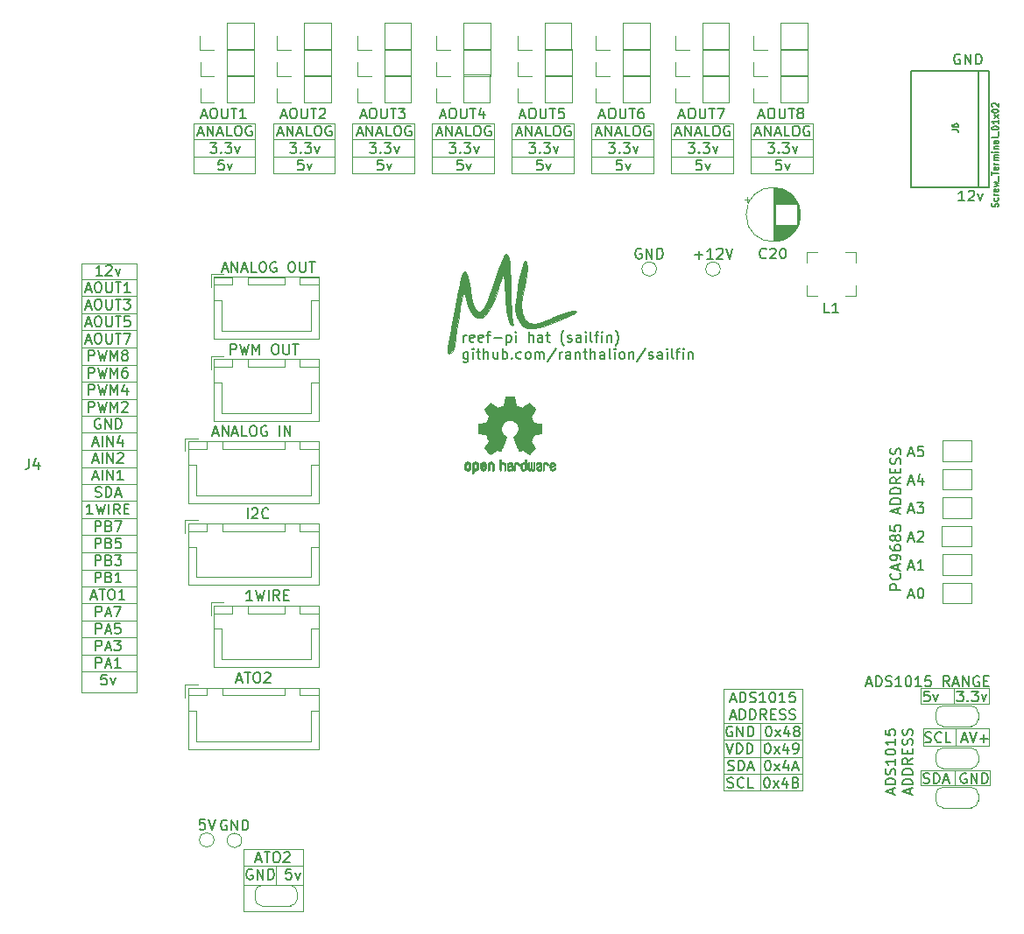
<source format=gbr>
G04 #@! TF.GenerationSoftware,KiCad,Pcbnew,(5.0.1)-3*
G04 #@! TF.CreationDate,2020-04-19T11:53:27-04:00*
G04 #@! TF.ProjectId,sailfin,7361696C66696E2E6B696361645F7063,rev?*
G04 #@! TF.SameCoordinates,Original*
G04 #@! TF.FileFunction,Legend,Top*
G04 #@! TF.FilePolarity,Positive*
%FSLAX46Y46*%
G04 Gerber Fmt 4.6, Leading zero omitted, Abs format (unit mm)*
G04 Created by KiCad (PCBNEW (5.0.1)-3) date 4/19/2020 11:53:27 AM*
%MOMM*%
%LPD*%
G01*
G04 APERTURE LIST*
%ADD10C,0.150000*%
%ADD11C,0.100000*%
%ADD12C,0.203200*%
%ADD13C,0.120000*%
%ADD14C,0.010000*%
%ADD15C,0.127000*%
G04 APERTURE END LIST*
D10*
X60735595Y-132207380D02*
X60735595Y-131540714D01*
X60735595Y-131731190D02*
X60783214Y-131635952D01*
X60830833Y-131588333D01*
X60926071Y-131540714D01*
X61021309Y-131540714D01*
X61735595Y-132159761D02*
X61640357Y-132207380D01*
X61449880Y-132207380D01*
X61354642Y-132159761D01*
X61307023Y-132064523D01*
X61307023Y-131683571D01*
X61354642Y-131588333D01*
X61449880Y-131540714D01*
X61640357Y-131540714D01*
X61735595Y-131588333D01*
X61783214Y-131683571D01*
X61783214Y-131778809D01*
X61307023Y-131874047D01*
X62592738Y-132159761D02*
X62497500Y-132207380D01*
X62307023Y-132207380D01*
X62211785Y-132159761D01*
X62164166Y-132064523D01*
X62164166Y-131683571D01*
X62211785Y-131588333D01*
X62307023Y-131540714D01*
X62497500Y-131540714D01*
X62592738Y-131588333D01*
X62640357Y-131683571D01*
X62640357Y-131778809D01*
X62164166Y-131874047D01*
X62926071Y-131540714D02*
X63307023Y-131540714D01*
X63068928Y-132207380D02*
X63068928Y-131350238D01*
X63116547Y-131255000D01*
X63211785Y-131207380D01*
X63307023Y-131207380D01*
X63640357Y-131826428D02*
X64402261Y-131826428D01*
X64878452Y-131540714D02*
X64878452Y-132540714D01*
X64878452Y-131588333D02*
X64973690Y-131540714D01*
X65164166Y-131540714D01*
X65259404Y-131588333D01*
X65307023Y-131635952D01*
X65354642Y-131731190D01*
X65354642Y-132016904D01*
X65307023Y-132112142D01*
X65259404Y-132159761D01*
X65164166Y-132207380D01*
X64973690Y-132207380D01*
X64878452Y-132159761D01*
X65783214Y-132207380D02*
X65783214Y-131540714D01*
X65783214Y-131207380D02*
X65735595Y-131255000D01*
X65783214Y-131302619D01*
X65830833Y-131255000D01*
X65783214Y-131207380D01*
X65783214Y-131302619D01*
X67021309Y-132207380D02*
X67021309Y-131207380D01*
X67449880Y-132207380D02*
X67449880Y-131683571D01*
X67402261Y-131588333D01*
X67307023Y-131540714D01*
X67164166Y-131540714D01*
X67068928Y-131588333D01*
X67021309Y-131635952D01*
X68354642Y-132207380D02*
X68354642Y-131683571D01*
X68307023Y-131588333D01*
X68211785Y-131540714D01*
X68021309Y-131540714D01*
X67926071Y-131588333D01*
X68354642Y-132159761D02*
X68259404Y-132207380D01*
X68021309Y-132207380D01*
X67926071Y-132159761D01*
X67878452Y-132064523D01*
X67878452Y-131969285D01*
X67926071Y-131874047D01*
X68021309Y-131826428D01*
X68259404Y-131826428D01*
X68354642Y-131778809D01*
X68687976Y-131540714D02*
X69068928Y-131540714D01*
X68830833Y-131207380D02*
X68830833Y-132064523D01*
X68878452Y-132159761D01*
X68973690Y-132207380D01*
X69068928Y-132207380D01*
X70449880Y-132588333D02*
X70402261Y-132540714D01*
X70307023Y-132397857D01*
X70259404Y-132302619D01*
X70211785Y-132159761D01*
X70164166Y-131921666D01*
X70164166Y-131731190D01*
X70211785Y-131493095D01*
X70259404Y-131350238D01*
X70307023Y-131255000D01*
X70402261Y-131112142D01*
X70449880Y-131064523D01*
X70783214Y-132159761D02*
X70878452Y-132207380D01*
X71068928Y-132207380D01*
X71164166Y-132159761D01*
X71211785Y-132064523D01*
X71211785Y-132016904D01*
X71164166Y-131921666D01*
X71068928Y-131874047D01*
X70926071Y-131874047D01*
X70830833Y-131826428D01*
X70783214Y-131731190D01*
X70783214Y-131683571D01*
X70830833Y-131588333D01*
X70926071Y-131540714D01*
X71068928Y-131540714D01*
X71164166Y-131588333D01*
X72068928Y-132207380D02*
X72068928Y-131683571D01*
X72021309Y-131588333D01*
X71926071Y-131540714D01*
X71735595Y-131540714D01*
X71640357Y-131588333D01*
X72068928Y-132159761D02*
X71973690Y-132207380D01*
X71735595Y-132207380D01*
X71640357Y-132159761D01*
X71592738Y-132064523D01*
X71592738Y-131969285D01*
X71640357Y-131874047D01*
X71735595Y-131826428D01*
X71973690Y-131826428D01*
X72068928Y-131778809D01*
X72545119Y-132207380D02*
X72545119Y-131540714D01*
X72545119Y-131207380D02*
X72497500Y-131255000D01*
X72545119Y-131302619D01*
X72592738Y-131255000D01*
X72545119Y-131207380D01*
X72545119Y-131302619D01*
X73164166Y-132207380D02*
X73068928Y-132159761D01*
X73021309Y-132064523D01*
X73021309Y-131207380D01*
X73402261Y-131540714D02*
X73783214Y-131540714D01*
X73545119Y-132207380D02*
X73545119Y-131350238D01*
X73592738Y-131255000D01*
X73687976Y-131207380D01*
X73783214Y-131207380D01*
X74116547Y-132207380D02*
X74116547Y-131540714D01*
X74116547Y-131207380D02*
X74068928Y-131255000D01*
X74116547Y-131302619D01*
X74164166Y-131255000D01*
X74116547Y-131207380D01*
X74116547Y-131302619D01*
X74592738Y-131540714D02*
X74592738Y-132207380D01*
X74592738Y-131635952D02*
X74640357Y-131588333D01*
X74735595Y-131540714D01*
X74878452Y-131540714D01*
X74973690Y-131588333D01*
X75021309Y-131683571D01*
X75021309Y-132207380D01*
X75402261Y-132588333D02*
X75449880Y-132540714D01*
X75545119Y-132397857D01*
X75592738Y-132302619D01*
X75640357Y-132159761D01*
X75687976Y-131921666D01*
X75687976Y-131731190D01*
X75640357Y-131493095D01*
X75592738Y-131350238D01*
X75545119Y-131255000D01*
X75449880Y-131112142D01*
X75402261Y-131064523D01*
X61164166Y-133190714D02*
X61164166Y-134000238D01*
X61116547Y-134095476D01*
X61068928Y-134143095D01*
X60973690Y-134190714D01*
X60830833Y-134190714D01*
X60735595Y-134143095D01*
X61164166Y-133809761D02*
X61068928Y-133857380D01*
X60878452Y-133857380D01*
X60783214Y-133809761D01*
X60735595Y-133762142D01*
X60687976Y-133666904D01*
X60687976Y-133381190D01*
X60735595Y-133285952D01*
X60783214Y-133238333D01*
X60878452Y-133190714D01*
X61068928Y-133190714D01*
X61164166Y-133238333D01*
X61640357Y-133857380D02*
X61640357Y-133190714D01*
X61640357Y-132857380D02*
X61592738Y-132905000D01*
X61640357Y-132952619D01*
X61687976Y-132905000D01*
X61640357Y-132857380D01*
X61640357Y-132952619D01*
X61973690Y-133190714D02*
X62354642Y-133190714D01*
X62116547Y-132857380D02*
X62116547Y-133714523D01*
X62164166Y-133809761D01*
X62259404Y-133857380D01*
X62354642Y-133857380D01*
X62687976Y-133857380D02*
X62687976Y-132857380D01*
X63116547Y-133857380D02*
X63116547Y-133333571D01*
X63068928Y-133238333D01*
X62973690Y-133190714D01*
X62830833Y-133190714D01*
X62735595Y-133238333D01*
X62687976Y-133285952D01*
X64021309Y-133190714D02*
X64021309Y-133857380D01*
X63592738Y-133190714D02*
X63592738Y-133714523D01*
X63640357Y-133809761D01*
X63735595Y-133857380D01*
X63878452Y-133857380D01*
X63973690Y-133809761D01*
X64021309Y-133762142D01*
X64497500Y-133857380D02*
X64497500Y-132857380D01*
X64497500Y-133238333D02*
X64592738Y-133190714D01*
X64783214Y-133190714D01*
X64878452Y-133238333D01*
X64926071Y-133285952D01*
X64973690Y-133381190D01*
X64973690Y-133666904D01*
X64926071Y-133762142D01*
X64878452Y-133809761D01*
X64783214Y-133857380D01*
X64592738Y-133857380D01*
X64497500Y-133809761D01*
X65402261Y-133762142D02*
X65449880Y-133809761D01*
X65402261Y-133857380D01*
X65354642Y-133809761D01*
X65402261Y-133762142D01*
X65402261Y-133857380D01*
X66307023Y-133809761D02*
X66211785Y-133857380D01*
X66021309Y-133857380D01*
X65926071Y-133809761D01*
X65878452Y-133762142D01*
X65830833Y-133666904D01*
X65830833Y-133381190D01*
X65878452Y-133285952D01*
X65926071Y-133238333D01*
X66021309Y-133190714D01*
X66211785Y-133190714D01*
X66307023Y-133238333D01*
X66878452Y-133857380D02*
X66783214Y-133809761D01*
X66735595Y-133762142D01*
X66687976Y-133666904D01*
X66687976Y-133381190D01*
X66735595Y-133285952D01*
X66783214Y-133238333D01*
X66878452Y-133190714D01*
X67021309Y-133190714D01*
X67116547Y-133238333D01*
X67164166Y-133285952D01*
X67211785Y-133381190D01*
X67211785Y-133666904D01*
X67164166Y-133762142D01*
X67116547Y-133809761D01*
X67021309Y-133857380D01*
X66878452Y-133857380D01*
X67640357Y-133857380D02*
X67640357Y-133190714D01*
X67640357Y-133285952D02*
X67687976Y-133238333D01*
X67783214Y-133190714D01*
X67926071Y-133190714D01*
X68021309Y-133238333D01*
X68068928Y-133333571D01*
X68068928Y-133857380D01*
X68068928Y-133333571D02*
X68116547Y-133238333D01*
X68211785Y-133190714D01*
X68354642Y-133190714D01*
X68449880Y-133238333D01*
X68497500Y-133333571D01*
X68497500Y-133857380D01*
X69687976Y-132809761D02*
X68830833Y-134095476D01*
X70021309Y-133857380D02*
X70021309Y-133190714D01*
X70021309Y-133381190D02*
X70068928Y-133285952D01*
X70116547Y-133238333D01*
X70211785Y-133190714D01*
X70307023Y-133190714D01*
X71068928Y-133857380D02*
X71068928Y-133333571D01*
X71021309Y-133238333D01*
X70926071Y-133190714D01*
X70735595Y-133190714D01*
X70640357Y-133238333D01*
X71068928Y-133809761D02*
X70973690Y-133857380D01*
X70735595Y-133857380D01*
X70640357Y-133809761D01*
X70592738Y-133714523D01*
X70592738Y-133619285D01*
X70640357Y-133524047D01*
X70735595Y-133476428D01*
X70973690Y-133476428D01*
X71068928Y-133428809D01*
X71545119Y-133190714D02*
X71545119Y-133857380D01*
X71545119Y-133285952D02*
X71592738Y-133238333D01*
X71687976Y-133190714D01*
X71830833Y-133190714D01*
X71926071Y-133238333D01*
X71973690Y-133333571D01*
X71973690Y-133857380D01*
X72307023Y-133190714D02*
X72687976Y-133190714D01*
X72449880Y-132857380D02*
X72449880Y-133714523D01*
X72497500Y-133809761D01*
X72592738Y-133857380D01*
X72687976Y-133857380D01*
X73021309Y-133857380D02*
X73021309Y-132857380D01*
X73449880Y-133857380D02*
X73449880Y-133333571D01*
X73402261Y-133238333D01*
X73307023Y-133190714D01*
X73164166Y-133190714D01*
X73068928Y-133238333D01*
X73021309Y-133285952D01*
X74354642Y-133857380D02*
X74354642Y-133333571D01*
X74307023Y-133238333D01*
X74211785Y-133190714D01*
X74021309Y-133190714D01*
X73926071Y-133238333D01*
X74354642Y-133809761D02*
X74259404Y-133857380D01*
X74021309Y-133857380D01*
X73926071Y-133809761D01*
X73878452Y-133714523D01*
X73878452Y-133619285D01*
X73926071Y-133524047D01*
X74021309Y-133476428D01*
X74259404Y-133476428D01*
X74354642Y-133428809D01*
X74973690Y-133857380D02*
X74878452Y-133809761D01*
X74830833Y-133714523D01*
X74830833Y-132857380D01*
X75354642Y-133857380D02*
X75354642Y-133190714D01*
X75354642Y-132857380D02*
X75307023Y-132905000D01*
X75354642Y-132952619D01*
X75402261Y-132905000D01*
X75354642Y-132857380D01*
X75354642Y-132952619D01*
X75973690Y-133857380D02*
X75878452Y-133809761D01*
X75830833Y-133762142D01*
X75783214Y-133666904D01*
X75783214Y-133381190D01*
X75830833Y-133285952D01*
X75878452Y-133238333D01*
X75973690Y-133190714D01*
X76116547Y-133190714D01*
X76211785Y-133238333D01*
X76259404Y-133285952D01*
X76307023Y-133381190D01*
X76307023Y-133666904D01*
X76259404Y-133762142D01*
X76211785Y-133809761D01*
X76116547Y-133857380D01*
X75973690Y-133857380D01*
X76735595Y-133190714D02*
X76735595Y-133857380D01*
X76735595Y-133285952D02*
X76783214Y-133238333D01*
X76878452Y-133190714D01*
X77021309Y-133190714D01*
X77116547Y-133238333D01*
X77164166Y-133333571D01*
X77164166Y-133857380D01*
X78354642Y-132809761D02*
X77497500Y-134095476D01*
X78640357Y-133809761D02*
X78735595Y-133857380D01*
X78926071Y-133857380D01*
X79021309Y-133809761D01*
X79068928Y-133714523D01*
X79068928Y-133666904D01*
X79021309Y-133571666D01*
X78926071Y-133524047D01*
X78783214Y-133524047D01*
X78687976Y-133476428D01*
X78640357Y-133381190D01*
X78640357Y-133333571D01*
X78687976Y-133238333D01*
X78783214Y-133190714D01*
X78926071Y-133190714D01*
X79021309Y-133238333D01*
X79926071Y-133857380D02*
X79926071Y-133333571D01*
X79878452Y-133238333D01*
X79783214Y-133190714D01*
X79592738Y-133190714D01*
X79497500Y-133238333D01*
X79926071Y-133809761D02*
X79830833Y-133857380D01*
X79592738Y-133857380D01*
X79497500Y-133809761D01*
X79449880Y-133714523D01*
X79449880Y-133619285D01*
X79497500Y-133524047D01*
X79592738Y-133476428D01*
X79830833Y-133476428D01*
X79926071Y-133428809D01*
X80402261Y-133857380D02*
X80402261Y-133190714D01*
X80402261Y-132857380D02*
X80354642Y-132905000D01*
X80402261Y-132952619D01*
X80449880Y-132905000D01*
X80402261Y-132857380D01*
X80402261Y-132952619D01*
X81021309Y-133857380D02*
X80926071Y-133809761D01*
X80878452Y-133714523D01*
X80878452Y-132857380D01*
X81259404Y-133190714D02*
X81640357Y-133190714D01*
X81402261Y-133857380D02*
X81402261Y-133000238D01*
X81449880Y-132905000D01*
X81545119Y-132857380D01*
X81640357Y-132857380D01*
X81973690Y-133857380D02*
X81973690Y-133190714D01*
X81973690Y-132857380D02*
X81926071Y-132905000D01*
X81973690Y-132952619D01*
X82021309Y-132905000D01*
X81973690Y-132857380D01*
X81973690Y-132952619D01*
X82449880Y-133190714D02*
X82449880Y-133857380D01*
X82449880Y-133285952D02*
X82497500Y-133238333D01*
X82592738Y-133190714D01*
X82735595Y-133190714D01*
X82830833Y-133238333D01*
X82878452Y-133333571D01*
X82878452Y-133857380D01*
X102982380Y-156169523D02*
X101982380Y-156169523D01*
X101982380Y-155788571D01*
X102030000Y-155693333D01*
X102077619Y-155645714D01*
X102172857Y-155598095D01*
X102315714Y-155598095D01*
X102410952Y-155645714D01*
X102458571Y-155693333D01*
X102506190Y-155788571D01*
X102506190Y-156169523D01*
X102887142Y-154598095D02*
X102934761Y-154645714D01*
X102982380Y-154788571D01*
X102982380Y-154883809D01*
X102934761Y-155026666D01*
X102839523Y-155121904D01*
X102744285Y-155169523D01*
X102553809Y-155217142D01*
X102410952Y-155217142D01*
X102220476Y-155169523D01*
X102125238Y-155121904D01*
X102030000Y-155026666D01*
X101982380Y-154883809D01*
X101982380Y-154788571D01*
X102030000Y-154645714D01*
X102077619Y-154598095D01*
X102696666Y-154217142D02*
X102696666Y-153740952D01*
X102982380Y-154312380D02*
X101982380Y-153979047D01*
X102982380Y-153645714D01*
X102982380Y-153264761D02*
X102982380Y-153074285D01*
X102934761Y-152979047D01*
X102887142Y-152931428D01*
X102744285Y-152836190D01*
X102553809Y-152788571D01*
X102172857Y-152788571D01*
X102077619Y-152836190D01*
X102030000Y-152883809D01*
X101982380Y-152979047D01*
X101982380Y-153169523D01*
X102030000Y-153264761D01*
X102077619Y-153312380D01*
X102172857Y-153360000D01*
X102410952Y-153360000D01*
X102506190Y-153312380D01*
X102553809Y-153264761D01*
X102601428Y-153169523D01*
X102601428Y-152979047D01*
X102553809Y-152883809D01*
X102506190Y-152836190D01*
X102410952Y-152788571D01*
X101982380Y-151931428D02*
X101982380Y-152121904D01*
X102030000Y-152217142D01*
X102077619Y-152264761D01*
X102220476Y-152360000D01*
X102410952Y-152407619D01*
X102791904Y-152407619D01*
X102887142Y-152360000D01*
X102934761Y-152312380D01*
X102982380Y-152217142D01*
X102982380Y-152026666D01*
X102934761Y-151931428D01*
X102887142Y-151883809D01*
X102791904Y-151836190D01*
X102553809Y-151836190D01*
X102458571Y-151883809D01*
X102410952Y-151931428D01*
X102363333Y-152026666D01*
X102363333Y-152217142D01*
X102410952Y-152312380D01*
X102458571Y-152360000D01*
X102553809Y-152407619D01*
X102410952Y-151264761D02*
X102363333Y-151360000D01*
X102315714Y-151407619D01*
X102220476Y-151455238D01*
X102172857Y-151455238D01*
X102077619Y-151407619D01*
X102030000Y-151360000D01*
X101982380Y-151264761D01*
X101982380Y-151074285D01*
X102030000Y-150979047D01*
X102077619Y-150931428D01*
X102172857Y-150883809D01*
X102220476Y-150883809D01*
X102315714Y-150931428D01*
X102363333Y-150979047D01*
X102410952Y-151074285D01*
X102410952Y-151264761D01*
X102458571Y-151360000D01*
X102506190Y-151407619D01*
X102601428Y-151455238D01*
X102791904Y-151455238D01*
X102887142Y-151407619D01*
X102934761Y-151360000D01*
X102982380Y-151264761D01*
X102982380Y-151074285D01*
X102934761Y-150979047D01*
X102887142Y-150931428D01*
X102791904Y-150883809D01*
X102601428Y-150883809D01*
X102506190Y-150931428D01*
X102458571Y-150979047D01*
X102410952Y-151074285D01*
X101982380Y-149979047D02*
X101982380Y-150455238D01*
X102458571Y-150502857D01*
X102410952Y-150455238D01*
X102363333Y-150360000D01*
X102363333Y-150121904D01*
X102410952Y-150026666D01*
X102458571Y-149979047D01*
X102553809Y-149931428D01*
X102791904Y-149931428D01*
X102887142Y-149979047D01*
X102934761Y-150026666D01*
X102982380Y-150121904D01*
X102982380Y-150360000D01*
X102934761Y-150455238D01*
X102887142Y-150502857D01*
X102696666Y-148788571D02*
X102696666Y-148312380D01*
X102982380Y-148883809D02*
X101982380Y-148550476D01*
X102982380Y-148217142D01*
X102982380Y-147883809D02*
X101982380Y-147883809D01*
X101982380Y-147645714D01*
X102030000Y-147502857D01*
X102125238Y-147407619D01*
X102220476Y-147360000D01*
X102410952Y-147312380D01*
X102553809Y-147312380D01*
X102744285Y-147360000D01*
X102839523Y-147407619D01*
X102934761Y-147502857D01*
X102982380Y-147645714D01*
X102982380Y-147883809D01*
X102982380Y-146883809D02*
X101982380Y-146883809D01*
X101982380Y-146645714D01*
X102030000Y-146502857D01*
X102125238Y-146407619D01*
X102220476Y-146360000D01*
X102410952Y-146312380D01*
X102553809Y-146312380D01*
X102744285Y-146360000D01*
X102839523Y-146407619D01*
X102934761Y-146502857D01*
X102982380Y-146645714D01*
X102982380Y-146883809D01*
X102982380Y-145312380D02*
X102506190Y-145645714D01*
X102982380Y-145883809D02*
X101982380Y-145883809D01*
X101982380Y-145502857D01*
X102030000Y-145407619D01*
X102077619Y-145360000D01*
X102172857Y-145312380D01*
X102315714Y-145312380D01*
X102410952Y-145360000D01*
X102458571Y-145407619D01*
X102506190Y-145502857D01*
X102506190Y-145883809D01*
X102458571Y-144883809D02*
X102458571Y-144550476D01*
X102982380Y-144407619D02*
X102982380Y-144883809D01*
X101982380Y-144883809D01*
X101982380Y-144407619D01*
X102934761Y-144026666D02*
X102982380Y-143883809D01*
X102982380Y-143645714D01*
X102934761Y-143550476D01*
X102887142Y-143502857D01*
X102791904Y-143455238D01*
X102696666Y-143455238D01*
X102601428Y-143502857D01*
X102553809Y-143550476D01*
X102506190Y-143645714D01*
X102458571Y-143836190D01*
X102410952Y-143931428D01*
X102363333Y-143979047D01*
X102268095Y-144026666D01*
X102172857Y-144026666D01*
X102077619Y-143979047D01*
X102030000Y-143931428D01*
X101982380Y-143836190D01*
X101982380Y-143598095D01*
X102030000Y-143455238D01*
X102934761Y-143074285D02*
X102982380Y-142931428D01*
X102982380Y-142693333D01*
X102934761Y-142598095D01*
X102887142Y-142550476D01*
X102791904Y-142502857D01*
X102696666Y-142502857D01*
X102601428Y-142550476D01*
X102553809Y-142598095D01*
X102506190Y-142693333D01*
X102458571Y-142883809D01*
X102410952Y-142979047D01*
X102363333Y-143026666D01*
X102268095Y-143074285D01*
X102172857Y-143074285D01*
X102077619Y-143026666D01*
X102030000Y-142979047D01*
X101982380Y-142883809D01*
X101982380Y-142645714D01*
X102030000Y-142502857D01*
X103765714Y-156726666D02*
X104241904Y-156726666D01*
X103670476Y-157012380D02*
X104003809Y-156012380D01*
X104337142Y-157012380D01*
X104860952Y-156012380D02*
X104956190Y-156012380D01*
X105051428Y-156060000D01*
X105099047Y-156107619D01*
X105146666Y-156202857D01*
X105194285Y-156393333D01*
X105194285Y-156631428D01*
X105146666Y-156821904D01*
X105099047Y-156917142D01*
X105051428Y-156964761D01*
X104956190Y-157012380D01*
X104860952Y-157012380D01*
X104765714Y-156964761D01*
X104718095Y-156917142D01*
X104670476Y-156821904D01*
X104622857Y-156631428D01*
X104622857Y-156393333D01*
X104670476Y-156202857D01*
X104718095Y-156107619D01*
X104765714Y-156060000D01*
X104860952Y-156012380D01*
X103765714Y-153980666D02*
X104241904Y-153980666D01*
X103670476Y-154266380D02*
X104003809Y-153266380D01*
X104337142Y-154266380D01*
X105194285Y-154266380D02*
X104622857Y-154266380D01*
X104908571Y-154266380D02*
X104908571Y-153266380D01*
X104813333Y-153409238D01*
X104718095Y-153504476D01*
X104622857Y-153552095D01*
X103765714Y-151234666D02*
X104241904Y-151234666D01*
X103670476Y-151520380D02*
X104003809Y-150520380D01*
X104337142Y-151520380D01*
X104622857Y-150615619D02*
X104670476Y-150568000D01*
X104765714Y-150520380D01*
X105003809Y-150520380D01*
X105099047Y-150568000D01*
X105146666Y-150615619D01*
X105194285Y-150710857D01*
X105194285Y-150806095D01*
X105146666Y-150948952D01*
X104575238Y-151520380D01*
X105194285Y-151520380D01*
X103765714Y-148488666D02*
X104241904Y-148488666D01*
X103670476Y-148774380D02*
X104003809Y-147774380D01*
X104337142Y-148774380D01*
X104575238Y-147774380D02*
X105194285Y-147774380D01*
X104860952Y-148155333D01*
X105003809Y-148155333D01*
X105099047Y-148202952D01*
X105146666Y-148250571D01*
X105194285Y-148345809D01*
X105194285Y-148583904D01*
X105146666Y-148679142D01*
X105099047Y-148726761D01*
X105003809Y-148774380D01*
X104718095Y-148774380D01*
X104622857Y-148726761D01*
X104575238Y-148679142D01*
X103765714Y-145742666D02*
X104241904Y-145742666D01*
X103670476Y-146028380D02*
X104003809Y-145028380D01*
X104337142Y-146028380D01*
X105099047Y-145361714D02*
X105099047Y-146028380D01*
X104860952Y-144980761D02*
X104622857Y-145695047D01*
X105241904Y-145695047D01*
X103765714Y-142996666D02*
X104241904Y-142996666D01*
X103670476Y-143282380D02*
X104003809Y-142282380D01*
X104337142Y-143282380D01*
X105146666Y-142282380D02*
X104670476Y-142282380D01*
X104622857Y-142758571D01*
X104670476Y-142710952D01*
X104765714Y-142663333D01*
X105003809Y-142663333D01*
X105099047Y-142710952D01*
X105146666Y-142758571D01*
X105194285Y-142853809D01*
X105194285Y-143091904D01*
X105146666Y-143187142D01*
X105099047Y-143234761D01*
X105003809Y-143282380D01*
X104765714Y-143282380D01*
X104670476Y-143234761D01*
X104622857Y-143187142D01*
D11*
X85890000Y-165800000D02*
X93490000Y-165800000D01*
X85890000Y-174020000D02*
X93480000Y-174020000D01*
X93490000Y-172420000D02*
X85890000Y-172420000D01*
X85910000Y-170690000D02*
X93470000Y-170690000D01*
X89380000Y-169110000D02*
X89380000Y-175630000D01*
X85890000Y-175630000D02*
X85890000Y-165800000D01*
X93490000Y-175630000D02*
X85890000Y-175630000D01*
X93490000Y-165800000D02*
X93490000Y-175630000D01*
X85890000Y-169110000D02*
X93490000Y-169110000D01*
D10*
X86540952Y-166801666D02*
X87017142Y-166801666D01*
X86445714Y-167087380D02*
X86779047Y-166087380D01*
X87112380Y-167087380D01*
X87445714Y-167087380D02*
X87445714Y-166087380D01*
X87683809Y-166087380D01*
X87826666Y-166135000D01*
X87921904Y-166230238D01*
X87969523Y-166325476D01*
X88017142Y-166515952D01*
X88017142Y-166658809D01*
X87969523Y-166849285D01*
X87921904Y-166944523D01*
X87826666Y-167039761D01*
X87683809Y-167087380D01*
X87445714Y-167087380D01*
X88398095Y-167039761D02*
X88540952Y-167087380D01*
X88779047Y-167087380D01*
X88874285Y-167039761D01*
X88921904Y-166992142D01*
X88969523Y-166896904D01*
X88969523Y-166801666D01*
X88921904Y-166706428D01*
X88874285Y-166658809D01*
X88779047Y-166611190D01*
X88588571Y-166563571D01*
X88493333Y-166515952D01*
X88445714Y-166468333D01*
X88398095Y-166373095D01*
X88398095Y-166277857D01*
X88445714Y-166182619D01*
X88493333Y-166135000D01*
X88588571Y-166087380D01*
X88826666Y-166087380D01*
X88969523Y-166135000D01*
X89921904Y-167087380D02*
X89350476Y-167087380D01*
X89636190Y-167087380D02*
X89636190Y-166087380D01*
X89540952Y-166230238D01*
X89445714Y-166325476D01*
X89350476Y-166373095D01*
X90540952Y-166087380D02*
X90636190Y-166087380D01*
X90731428Y-166135000D01*
X90779047Y-166182619D01*
X90826666Y-166277857D01*
X90874285Y-166468333D01*
X90874285Y-166706428D01*
X90826666Y-166896904D01*
X90779047Y-166992142D01*
X90731428Y-167039761D01*
X90636190Y-167087380D01*
X90540952Y-167087380D01*
X90445714Y-167039761D01*
X90398095Y-166992142D01*
X90350476Y-166896904D01*
X90302857Y-166706428D01*
X90302857Y-166468333D01*
X90350476Y-166277857D01*
X90398095Y-166182619D01*
X90445714Y-166135000D01*
X90540952Y-166087380D01*
X91826666Y-167087380D02*
X91255238Y-167087380D01*
X91540952Y-167087380D02*
X91540952Y-166087380D01*
X91445714Y-166230238D01*
X91350476Y-166325476D01*
X91255238Y-166373095D01*
X92731428Y-166087380D02*
X92255238Y-166087380D01*
X92207619Y-166563571D01*
X92255238Y-166515952D01*
X92350476Y-166468333D01*
X92588571Y-166468333D01*
X92683809Y-166515952D01*
X92731428Y-166563571D01*
X92779047Y-166658809D01*
X92779047Y-166896904D01*
X92731428Y-166992142D01*
X92683809Y-167039761D01*
X92588571Y-167087380D01*
X92350476Y-167087380D01*
X92255238Y-167039761D01*
X92207619Y-166992142D01*
X86517142Y-168451666D02*
X86993333Y-168451666D01*
X86421904Y-168737380D02*
X86755238Y-167737380D01*
X87088571Y-168737380D01*
X87421904Y-168737380D02*
X87421904Y-167737380D01*
X87660000Y-167737380D01*
X87802857Y-167785000D01*
X87898095Y-167880238D01*
X87945714Y-167975476D01*
X87993333Y-168165952D01*
X87993333Y-168308809D01*
X87945714Y-168499285D01*
X87898095Y-168594523D01*
X87802857Y-168689761D01*
X87660000Y-168737380D01*
X87421904Y-168737380D01*
X88421904Y-168737380D02*
X88421904Y-167737380D01*
X88660000Y-167737380D01*
X88802857Y-167785000D01*
X88898095Y-167880238D01*
X88945714Y-167975476D01*
X88993333Y-168165952D01*
X88993333Y-168308809D01*
X88945714Y-168499285D01*
X88898095Y-168594523D01*
X88802857Y-168689761D01*
X88660000Y-168737380D01*
X88421904Y-168737380D01*
X89993333Y-168737380D02*
X89660000Y-168261190D01*
X89421904Y-168737380D02*
X89421904Y-167737380D01*
X89802857Y-167737380D01*
X89898095Y-167785000D01*
X89945714Y-167832619D01*
X89993333Y-167927857D01*
X89993333Y-168070714D01*
X89945714Y-168165952D01*
X89898095Y-168213571D01*
X89802857Y-168261190D01*
X89421904Y-168261190D01*
X90421904Y-168213571D02*
X90755238Y-168213571D01*
X90898095Y-168737380D02*
X90421904Y-168737380D01*
X90421904Y-167737380D01*
X90898095Y-167737380D01*
X91279047Y-168689761D02*
X91421904Y-168737380D01*
X91660000Y-168737380D01*
X91755238Y-168689761D01*
X91802857Y-168642142D01*
X91850476Y-168546904D01*
X91850476Y-168451666D01*
X91802857Y-168356428D01*
X91755238Y-168308809D01*
X91660000Y-168261190D01*
X91469523Y-168213571D01*
X91374285Y-168165952D01*
X91326666Y-168118333D01*
X91279047Y-168023095D01*
X91279047Y-167927857D01*
X91326666Y-167832619D01*
X91374285Y-167785000D01*
X91469523Y-167737380D01*
X91707619Y-167737380D01*
X91850476Y-167785000D01*
X92231428Y-168689761D02*
X92374285Y-168737380D01*
X92612380Y-168737380D01*
X92707619Y-168689761D01*
X92755238Y-168642142D01*
X92802857Y-168546904D01*
X92802857Y-168451666D01*
X92755238Y-168356428D01*
X92707619Y-168308809D01*
X92612380Y-168261190D01*
X92421904Y-168213571D01*
X92326666Y-168165952D01*
X92279047Y-168118333D01*
X92231428Y-168023095D01*
X92231428Y-167927857D01*
X92279047Y-167832619D01*
X92326666Y-167785000D01*
X92421904Y-167737380D01*
X92660000Y-167737380D01*
X92802857Y-167785000D01*
X86683809Y-169435000D02*
X86588571Y-169387380D01*
X86445714Y-169387380D01*
X86302857Y-169435000D01*
X86207619Y-169530238D01*
X86160000Y-169625476D01*
X86112380Y-169815952D01*
X86112380Y-169958809D01*
X86160000Y-170149285D01*
X86207619Y-170244523D01*
X86302857Y-170339761D01*
X86445714Y-170387380D01*
X86540952Y-170387380D01*
X86683809Y-170339761D01*
X86731428Y-170292142D01*
X86731428Y-169958809D01*
X86540952Y-169958809D01*
X87160000Y-170387380D02*
X87160000Y-169387380D01*
X87731428Y-170387380D01*
X87731428Y-169387380D01*
X88207619Y-170387380D02*
X88207619Y-169387380D01*
X88445714Y-169387380D01*
X88588571Y-169435000D01*
X88683809Y-169530238D01*
X88731428Y-169625476D01*
X88779047Y-169815952D01*
X88779047Y-169958809D01*
X88731428Y-170149285D01*
X88683809Y-170244523D01*
X88588571Y-170339761D01*
X88445714Y-170387380D01*
X88207619Y-170387380D01*
X90160000Y-169387380D02*
X90255238Y-169387380D01*
X90350476Y-169435000D01*
X90398095Y-169482619D01*
X90445714Y-169577857D01*
X90493333Y-169768333D01*
X90493333Y-170006428D01*
X90445714Y-170196904D01*
X90398095Y-170292142D01*
X90350476Y-170339761D01*
X90255238Y-170387380D01*
X90160000Y-170387380D01*
X90064761Y-170339761D01*
X90017142Y-170292142D01*
X89969523Y-170196904D01*
X89921904Y-170006428D01*
X89921904Y-169768333D01*
X89969523Y-169577857D01*
X90017142Y-169482619D01*
X90064761Y-169435000D01*
X90160000Y-169387380D01*
X90826666Y-170387380D02*
X91350476Y-169720714D01*
X90826666Y-169720714D02*
X91350476Y-170387380D01*
X92160000Y-169720714D02*
X92160000Y-170387380D01*
X91921904Y-169339761D02*
X91683809Y-170054047D01*
X92302857Y-170054047D01*
X92826666Y-169815952D02*
X92731428Y-169768333D01*
X92683809Y-169720714D01*
X92636190Y-169625476D01*
X92636190Y-169577857D01*
X92683809Y-169482619D01*
X92731428Y-169435000D01*
X92826666Y-169387380D01*
X93017142Y-169387380D01*
X93112380Y-169435000D01*
X93160000Y-169482619D01*
X93207619Y-169577857D01*
X93207619Y-169625476D01*
X93160000Y-169720714D01*
X93112380Y-169768333D01*
X93017142Y-169815952D01*
X92826666Y-169815952D01*
X92731428Y-169863571D01*
X92683809Y-169911190D01*
X92636190Y-170006428D01*
X92636190Y-170196904D01*
X92683809Y-170292142D01*
X92731428Y-170339761D01*
X92826666Y-170387380D01*
X93017142Y-170387380D01*
X93112380Y-170339761D01*
X93160000Y-170292142D01*
X93207619Y-170196904D01*
X93207619Y-170006428D01*
X93160000Y-169911190D01*
X93112380Y-169863571D01*
X93017142Y-169815952D01*
X86112380Y-171037380D02*
X86445714Y-172037380D01*
X86779047Y-171037380D01*
X87112380Y-172037380D02*
X87112380Y-171037380D01*
X87350476Y-171037380D01*
X87493333Y-171085000D01*
X87588571Y-171180238D01*
X87636190Y-171275476D01*
X87683809Y-171465952D01*
X87683809Y-171608809D01*
X87636190Y-171799285D01*
X87588571Y-171894523D01*
X87493333Y-171989761D01*
X87350476Y-172037380D01*
X87112380Y-172037380D01*
X88112380Y-172037380D02*
X88112380Y-171037380D01*
X88350476Y-171037380D01*
X88493333Y-171085000D01*
X88588571Y-171180238D01*
X88636190Y-171275476D01*
X88683809Y-171465952D01*
X88683809Y-171608809D01*
X88636190Y-171799285D01*
X88588571Y-171894523D01*
X88493333Y-171989761D01*
X88350476Y-172037380D01*
X88112380Y-172037380D01*
X90064761Y-171037380D02*
X90160000Y-171037380D01*
X90255238Y-171085000D01*
X90302857Y-171132619D01*
X90350476Y-171227857D01*
X90398095Y-171418333D01*
X90398095Y-171656428D01*
X90350476Y-171846904D01*
X90302857Y-171942142D01*
X90255238Y-171989761D01*
X90160000Y-172037380D01*
X90064761Y-172037380D01*
X89969523Y-171989761D01*
X89921904Y-171942142D01*
X89874285Y-171846904D01*
X89826666Y-171656428D01*
X89826666Y-171418333D01*
X89874285Y-171227857D01*
X89921904Y-171132619D01*
X89969523Y-171085000D01*
X90064761Y-171037380D01*
X90731428Y-172037380D02*
X91255238Y-171370714D01*
X90731428Y-171370714D02*
X91255238Y-172037380D01*
X92064761Y-171370714D02*
X92064761Y-172037380D01*
X91826666Y-170989761D02*
X91588571Y-171704047D01*
X92207619Y-171704047D01*
X92636190Y-172037380D02*
X92826666Y-172037380D01*
X92921904Y-171989761D01*
X92969523Y-171942142D01*
X93064761Y-171799285D01*
X93112380Y-171608809D01*
X93112380Y-171227857D01*
X93064761Y-171132619D01*
X93017142Y-171085000D01*
X92921904Y-171037380D01*
X92731428Y-171037380D01*
X92636190Y-171085000D01*
X92588571Y-171132619D01*
X92540952Y-171227857D01*
X92540952Y-171465952D01*
X92588571Y-171561190D01*
X92636190Y-171608809D01*
X92731428Y-171656428D01*
X92921904Y-171656428D01*
X93017142Y-171608809D01*
X93064761Y-171561190D01*
X93112380Y-171465952D01*
X86279047Y-173639761D02*
X86421904Y-173687380D01*
X86660000Y-173687380D01*
X86755238Y-173639761D01*
X86802857Y-173592142D01*
X86850476Y-173496904D01*
X86850476Y-173401666D01*
X86802857Y-173306428D01*
X86755238Y-173258809D01*
X86660000Y-173211190D01*
X86469523Y-173163571D01*
X86374285Y-173115952D01*
X86326666Y-173068333D01*
X86279047Y-172973095D01*
X86279047Y-172877857D01*
X86326666Y-172782619D01*
X86374285Y-172735000D01*
X86469523Y-172687380D01*
X86707619Y-172687380D01*
X86850476Y-172735000D01*
X87279047Y-173687380D02*
X87279047Y-172687380D01*
X87517142Y-172687380D01*
X87660000Y-172735000D01*
X87755238Y-172830238D01*
X87802857Y-172925476D01*
X87850476Y-173115952D01*
X87850476Y-173258809D01*
X87802857Y-173449285D01*
X87755238Y-173544523D01*
X87660000Y-173639761D01*
X87517142Y-173687380D01*
X87279047Y-173687380D01*
X88231428Y-173401666D02*
X88707619Y-173401666D01*
X88136190Y-173687380D02*
X88469523Y-172687380D01*
X88802857Y-173687380D01*
X90088571Y-172687380D02*
X90183809Y-172687380D01*
X90279047Y-172735000D01*
X90326666Y-172782619D01*
X90374285Y-172877857D01*
X90421904Y-173068333D01*
X90421904Y-173306428D01*
X90374285Y-173496904D01*
X90326666Y-173592142D01*
X90279047Y-173639761D01*
X90183809Y-173687380D01*
X90088571Y-173687380D01*
X89993333Y-173639761D01*
X89945714Y-173592142D01*
X89898095Y-173496904D01*
X89850476Y-173306428D01*
X89850476Y-173068333D01*
X89898095Y-172877857D01*
X89945714Y-172782619D01*
X89993333Y-172735000D01*
X90088571Y-172687380D01*
X90755238Y-173687380D02*
X91279047Y-173020714D01*
X90755238Y-173020714D02*
X91279047Y-173687380D01*
X92088571Y-173020714D02*
X92088571Y-173687380D01*
X91850476Y-172639761D02*
X91612380Y-173354047D01*
X92231428Y-173354047D01*
X92564761Y-173401666D02*
X93040952Y-173401666D01*
X92469523Y-173687380D02*
X92802857Y-172687380D01*
X93136190Y-173687380D01*
X86231428Y-175289761D02*
X86374285Y-175337380D01*
X86612380Y-175337380D01*
X86707619Y-175289761D01*
X86755238Y-175242142D01*
X86802857Y-175146904D01*
X86802857Y-175051666D01*
X86755238Y-174956428D01*
X86707619Y-174908809D01*
X86612380Y-174861190D01*
X86421904Y-174813571D01*
X86326666Y-174765952D01*
X86279047Y-174718333D01*
X86231428Y-174623095D01*
X86231428Y-174527857D01*
X86279047Y-174432619D01*
X86326666Y-174385000D01*
X86421904Y-174337380D01*
X86660000Y-174337380D01*
X86802857Y-174385000D01*
X87802857Y-175242142D02*
X87755238Y-175289761D01*
X87612380Y-175337380D01*
X87517142Y-175337380D01*
X87374285Y-175289761D01*
X87279047Y-175194523D01*
X87231428Y-175099285D01*
X87183809Y-174908809D01*
X87183809Y-174765952D01*
X87231428Y-174575476D01*
X87279047Y-174480238D01*
X87374285Y-174385000D01*
X87517142Y-174337380D01*
X87612380Y-174337380D01*
X87755238Y-174385000D01*
X87802857Y-174432619D01*
X88707619Y-175337380D02*
X88231428Y-175337380D01*
X88231428Y-174337380D01*
X89993333Y-174337380D02*
X90088571Y-174337380D01*
X90183809Y-174385000D01*
X90231428Y-174432619D01*
X90279047Y-174527857D01*
X90326666Y-174718333D01*
X90326666Y-174956428D01*
X90279047Y-175146904D01*
X90231428Y-175242142D01*
X90183809Y-175289761D01*
X90088571Y-175337380D01*
X89993333Y-175337380D01*
X89898095Y-175289761D01*
X89850476Y-175242142D01*
X89802857Y-175146904D01*
X89755238Y-174956428D01*
X89755238Y-174718333D01*
X89802857Y-174527857D01*
X89850476Y-174432619D01*
X89898095Y-174385000D01*
X89993333Y-174337380D01*
X90660000Y-175337380D02*
X91183809Y-174670714D01*
X90660000Y-174670714D02*
X91183809Y-175337380D01*
X91993333Y-174670714D02*
X91993333Y-175337380D01*
X91755238Y-174289761D02*
X91517142Y-175004047D01*
X92136190Y-175004047D01*
X92850476Y-174813571D02*
X92993333Y-174861190D01*
X93040952Y-174908809D01*
X93088571Y-175004047D01*
X93088571Y-175146904D01*
X93040952Y-175242142D01*
X92993333Y-175289761D01*
X92898095Y-175337380D01*
X92517142Y-175337380D01*
X92517142Y-174337380D01*
X92850476Y-174337380D01*
X92945714Y-174385000D01*
X92993333Y-174432619D01*
X93040952Y-174527857D01*
X93040952Y-174623095D01*
X92993333Y-174718333D01*
X92945714Y-174765952D01*
X92850476Y-174813571D01*
X92517142Y-174813571D01*
X99685238Y-165246666D02*
X100161428Y-165246666D01*
X99590000Y-165532380D02*
X99923333Y-164532380D01*
X100256666Y-165532380D01*
X100590000Y-165532380D02*
X100590000Y-164532380D01*
X100828095Y-164532380D01*
X100970952Y-164580000D01*
X101066190Y-164675238D01*
X101113809Y-164770476D01*
X101161428Y-164960952D01*
X101161428Y-165103809D01*
X101113809Y-165294285D01*
X101066190Y-165389523D01*
X100970952Y-165484761D01*
X100828095Y-165532380D01*
X100590000Y-165532380D01*
X101542380Y-165484761D02*
X101685238Y-165532380D01*
X101923333Y-165532380D01*
X102018571Y-165484761D01*
X102066190Y-165437142D01*
X102113809Y-165341904D01*
X102113809Y-165246666D01*
X102066190Y-165151428D01*
X102018571Y-165103809D01*
X101923333Y-165056190D01*
X101732857Y-165008571D01*
X101637619Y-164960952D01*
X101590000Y-164913333D01*
X101542380Y-164818095D01*
X101542380Y-164722857D01*
X101590000Y-164627619D01*
X101637619Y-164580000D01*
X101732857Y-164532380D01*
X101970952Y-164532380D01*
X102113809Y-164580000D01*
X103066190Y-165532380D02*
X102494761Y-165532380D01*
X102780476Y-165532380D02*
X102780476Y-164532380D01*
X102685238Y-164675238D01*
X102590000Y-164770476D01*
X102494761Y-164818095D01*
X103685238Y-164532380D02*
X103780476Y-164532380D01*
X103875714Y-164580000D01*
X103923333Y-164627619D01*
X103970952Y-164722857D01*
X104018571Y-164913333D01*
X104018571Y-165151428D01*
X103970952Y-165341904D01*
X103923333Y-165437142D01*
X103875714Y-165484761D01*
X103780476Y-165532380D01*
X103685238Y-165532380D01*
X103590000Y-165484761D01*
X103542380Y-165437142D01*
X103494761Y-165341904D01*
X103447142Y-165151428D01*
X103447142Y-164913333D01*
X103494761Y-164722857D01*
X103542380Y-164627619D01*
X103590000Y-164580000D01*
X103685238Y-164532380D01*
X104970952Y-165532380D02*
X104399523Y-165532380D01*
X104685238Y-165532380D02*
X104685238Y-164532380D01*
X104590000Y-164675238D01*
X104494761Y-164770476D01*
X104399523Y-164818095D01*
X105875714Y-164532380D02*
X105399523Y-164532380D01*
X105351904Y-165008571D01*
X105399523Y-164960952D01*
X105494761Y-164913333D01*
X105732857Y-164913333D01*
X105828095Y-164960952D01*
X105875714Y-165008571D01*
X105923333Y-165103809D01*
X105923333Y-165341904D01*
X105875714Y-165437142D01*
X105828095Y-165484761D01*
X105732857Y-165532380D01*
X105494761Y-165532380D01*
X105399523Y-165484761D01*
X105351904Y-165437142D01*
X107685238Y-165532380D02*
X107351904Y-165056190D01*
X107113809Y-165532380D02*
X107113809Y-164532380D01*
X107494761Y-164532380D01*
X107590000Y-164580000D01*
X107637619Y-164627619D01*
X107685238Y-164722857D01*
X107685238Y-164865714D01*
X107637619Y-164960952D01*
X107590000Y-165008571D01*
X107494761Y-165056190D01*
X107113809Y-165056190D01*
X108066190Y-165246666D02*
X108542380Y-165246666D01*
X107970952Y-165532380D02*
X108304285Y-164532380D01*
X108637619Y-165532380D01*
X108970952Y-165532380D02*
X108970952Y-164532380D01*
X109542380Y-165532380D01*
X109542380Y-164532380D01*
X110542380Y-164580000D02*
X110447142Y-164532380D01*
X110304285Y-164532380D01*
X110161428Y-164580000D01*
X110066190Y-164675238D01*
X110018571Y-164770476D01*
X109970952Y-164960952D01*
X109970952Y-165103809D01*
X110018571Y-165294285D01*
X110066190Y-165389523D01*
X110161428Y-165484761D01*
X110304285Y-165532380D01*
X110399523Y-165532380D01*
X110542380Y-165484761D01*
X110590000Y-165437142D01*
X110590000Y-165103809D01*
X110399523Y-165103809D01*
X111018571Y-165008571D02*
X111351904Y-165008571D01*
X111494761Y-165532380D02*
X111018571Y-165532380D01*
X111018571Y-164532380D01*
X111494761Y-164532380D01*
X102201666Y-175919047D02*
X102201666Y-175442857D01*
X102487380Y-176014285D02*
X101487380Y-175680952D01*
X102487380Y-175347619D01*
X102487380Y-175014285D02*
X101487380Y-175014285D01*
X101487380Y-174776190D01*
X101535000Y-174633333D01*
X101630238Y-174538095D01*
X101725476Y-174490476D01*
X101915952Y-174442857D01*
X102058809Y-174442857D01*
X102249285Y-174490476D01*
X102344523Y-174538095D01*
X102439761Y-174633333D01*
X102487380Y-174776190D01*
X102487380Y-175014285D01*
X102439761Y-174061904D02*
X102487380Y-173919047D01*
X102487380Y-173680952D01*
X102439761Y-173585714D01*
X102392142Y-173538095D01*
X102296904Y-173490476D01*
X102201666Y-173490476D01*
X102106428Y-173538095D01*
X102058809Y-173585714D01*
X102011190Y-173680952D01*
X101963571Y-173871428D01*
X101915952Y-173966666D01*
X101868333Y-174014285D01*
X101773095Y-174061904D01*
X101677857Y-174061904D01*
X101582619Y-174014285D01*
X101535000Y-173966666D01*
X101487380Y-173871428D01*
X101487380Y-173633333D01*
X101535000Y-173490476D01*
X102487380Y-172538095D02*
X102487380Y-173109523D01*
X102487380Y-172823809D02*
X101487380Y-172823809D01*
X101630238Y-172919047D01*
X101725476Y-173014285D01*
X101773095Y-173109523D01*
X101487380Y-171919047D02*
X101487380Y-171823809D01*
X101535000Y-171728571D01*
X101582619Y-171680952D01*
X101677857Y-171633333D01*
X101868333Y-171585714D01*
X102106428Y-171585714D01*
X102296904Y-171633333D01*
X102392142Y-171680952D01*
X102439761Y-171728571D01*
X102487380Y-171823809D01*
X102487380Y-171919047D01*
X102439761Y-172014285D01*
X102392142Y-172061904D01*
X102296904Y-172109523D01*
X102106428Y-172157142D01*
X101868333Y-172157142D01*
X101677857Y-172109523D01*
X101582619Y-172061904D01*
X101535000Y-172014285D01*
X101487380Y-171919047D01*
X102487380Y-170633333D02*
X102487380Y-171204761D01*
X102487380Y-170919047D02*
X101487380Y-170919047D01*
X101630238Y-171014285D01*
X101725476Y-171109523D01*
X101773095Y-171204761D01*
X101487380Y-169728571D02*
X101487380Y-170204761D01*
X101963571Y-170252380D01*
X101915952Y-170204761D01*
X101868333Y-170109523D01*
X101868333Y-169871428D01*
X101915952Y-169776190D01*
X101963571Y-169728571D01*
X102058809Y-169680952D01*
X102296904Y-169680952D01*
X102392142Y-169728571D01*
X102439761Y-169776190D01*
X102487380Y-169871428D01*
X102487380Y-170109523D01*
X102439761Y-170204761D01*
X102392142Y-170252380D01*
X103851666Y-175942857D02*
X103851666Y-175466666D01*
X104137380Y-176038095D02*
X103137380Y-175704761D01*
X104137380Y-175371428D01*
X104137380Y-175038095D02*
X103137380Y-175038095D01*
X103137380Y-174800000D01*
X103185000Y-174657142D01*
X103280238Y-174561904D01*
X103375476Y-174514285D01*
X103565952Y-174466666D01*
X103708809Y-174466666D01*
X103899285Y-174514285D01*
X103994523Y-174561904D01*
X104089761Y-174657142D01*
X104137380Y-174800000D01*
X104137380Y-175038095D01*
X104137380Y-174038095D02*
X103137380Y-174038095D01*
X103137380Y-173800000D01*
X103185000Y-173657142D01*
X103280238Y-173561904D01*
X103375476Y-173514285D01*
X103565952Y-173466666D01*
X103708809Y-173466666D01*
X103899285Y-173514285D01*
X103994523Y-173561904D01*
X104089761Y-173657142D01*
X104137380Y-173800000D01*
X104137380Y-174038095D01*
X104137380Y-172466666D02*
X103661190Y-172800000D01*
X104137380Y-173038095D02*
X103137380Y-173038095D01*
X103137380Y-172657142D01*
X103185000Y-172561904D01*
X103232619Y-172514285D01*
X103327857Y-172466666D01*
X103470714Y-172466666D01*
X103565952Y-172514285D01*
X103613571Y-172561904D01*
X103661190Y-172657142D01*
X103661190Y-173038095D01*
X103613571Y-172038095D02*
X103613571Y-171704761D01*
X104137380Y-171561904D02*
X104137380Y-172038095D01*
X103137380Y-172038095D01*
X103137380Y-171561904D01*
X104089761Y-171180952D02*
X104137380Y-171038095D01*
X104137380Y-170800000D01*
X104089761Y-170704761D01*
X104042142Y-170657142D01*
X103946904Y-170609523D01*
X103851666Y-170609523D01*
X103756428Y-170657142D01*
X103708809Y-170704761D01*
X103661190Y-170800000D01*
X103613571Y-170990476D01*
X103565952Y-171085714D01*
X103518333Y-171133333D01*
X103423095Y-171180952D01*
X103327857Y-171180952D01*
X103232619Y-171133333D01*
X103185000Y-171085714D01*
X103137380Y-170990476D01*
X103137380Y-170752380D01*
X103185000Y-170609523D01*
X104089761Y-170228571D02*
X104137380Y-170085714D01*
X104137380Y-169847619D01*
X104089761Y-169752380D01*
X104042142Y-169704761D01*
X103946904Y-169657142D01*
X103851666Y-169657142D01*
X103756428Y-169704761D01*
X103708809Y-169752380D01*
X103661190Y-169847619D01*
X103613571Y-170038095D01*
X103565952Y-170133333D01*
X103518333Y-170180952D01*
X103423095Y-170228571D01*
X103327857Y-170228571D01*
X103232619Y-170180952D01*
X103185000Y-170133333D01*
X103137380Y-170038095D01*
X103137380Y-169800000D01*
X103185000Y-169657142D01*
D11*
X111550000Y-167210000D02*
X104870000Y-167210000D01*
X111550000Y-165730000D02*
X111550000Y-167210000D01*
X104870000Y-165730000D02*
X111550000Y-165730000D01*
X104870000Y-167210000D02*
X104870000Y-165730000D01*
X108150000Y-165730000D02*
X108150000Y-167200000D01*
D10*
X105753809Y-165992380D02*
X105277619Y-165992380D01*
X105230000Y-166468571D01*
X105277619Y-166420952D01*
X105372857Y-166373333D01*
X105610952Y-166373333D01*
X105706190Y-166420952D01*
X105753809Y-166468571D01*
X105801428Y-166563809D01*
X105801428Y-166801904D01*
X105753809Y-166897142D01*
X105706190Y-166944761D01*
X105610952Y-166992380D01*
X105372857Y-166992380D01*
X105277619Y-166944761D01*
X105230000Y-166897142D01*
X106134761Y-166325714D02*
X106372857Y-166992380D01*
X106610952Y-166325714D01*
X108420476Y-165992380D02*
X109039523Y-165992380D01*
X108706190Y-166373333D01*
X108849047Y-166373333D01*
X108944285Y-166420952D01*
X108991904Y-166468571D01*
X109039523Y-166563809D01*
X109039523Y-166801904D01*
X108991904Y-166897142D01*
X108944285Y-166944761D01*
X108849047Y-166992380D01*
X108563333Y-166992380D01*
X108468095Y-166944761D01*
X108420476Y-166897142D01*
X109468095Y-166897142D02*
X109515714Y-166944761D01*
X109468095Y-166992380D01*
X109420476Y-166944761D01*
X109468095Y-166897142D01*
X109468095Y-166992380D01*
X109849047Y-165992380D02*
X110468095Y-165992380D01*
X110134761Y-166373333D01*
X110277619Y-166373333D01*
X110372857Y-166420952D01*
X110420476Y-166468571D01*
X110468095Y-166563809D01*
X110468095Y-166801904D01*
X110420476Y-166897142D01*
X110372857Y-166944761D01*
X110277619Y-166992380D01*
X109991904Y-166992380D01*
X109896666Y-166944761D01*
X109849047Y-166897142D01*
X110801428Y-166325714D02*
X111039523Y-166992380D01*
X111277619Y-166325714D01*
D11*
X108210000Y-173640000D02*
X108210000Y-175110000D01*
X104930000Y-175120000D02*
X104930000Y-173640000D01*
X111610000Y-175120000D02*
X104930000Y-175120000D01*
X111610000Y-173640000D02*
X111610000Y-175120000D01*
X104930000Y-173640000D02*
X111610000Y-173640000D01*
D10*
X105170952Y-174854761D02*
X105313809Y-174902380D01*
X105551904Y-174902380D01*
X105647142Y-174854761D01*
X105694761Y-174807142D01*
X105742380Y-174711904D01*
X105742380Y-174616666D01*
X105694761Y-174521428D01*
X105647142Y-174473809D01*
X105551904Y-174426190D01*
X105361428Y-174378571D01*
X105266190Y-174330952D01*
X105218571Y-174283333D01*
X105170952Y-174188095D01*
X105170952Y-174092857D01*
X105218571Y-173997619D01*
X105266190Y-173950000D01*
X105361428Y-173902380D01*
X105599523Y-173902380D01*
X105742380Y-173950000D01*
X106170952Y-174902380D02*
X106170952Y-173902380D01*
X106409047Y-173902380D01*
X106551904Y-173950000D01*
X106647142Y-174045238D01*
X106694761Y-174140476D01*
X106742380Y-174330952D01*
X106742380Y-174473809D01*
X106694761Y-174664285D01*
X106647142Y-174759523D01*
X106551904Y-174854761D01*
X106409047Y-174902380D01*
X106170952Y-174902380D01*
X107123333Y-174616666D02*
X107599523Y-174616666D01*
X107028095Y-174902380D02*
X107361428Y-173902380D01*
X107694761Y-174902380D01*
X109313809Y-173950000D02*
X109218571Y-173902380D01*
X109075714Y-173902380D01*
X108932857Y-173950000D01*
X108837619Y-174045238D01*
X108790000Y-174140476D01*
X108742380Y-174330952D01*
X108742380Y-174473809D01*
X108790000Y-174664285D01*
X108837619Y-174759523D01*
X108932857Y-174854761D01*
X109075714Y-174902380D01*
X109170952Y-174902380D01*
X109313809Y-174854761D01*
X109361428Y-174807142D01*
X109361428Y-174473809D01*
X109170952Y-174473809D01*
X109790000Y-174902380D02*
X109790000Y-173902380D01*
X110361428Y-174902380D01*
X110361428Y-173902380D01*
X110837619Y-174902380D02*
X110837619Y-173902380D01*
X111075714Y-173902380D01*
X111218571Y-173950000D01*
X111313809Y-174045238D01*
X111361428Y-174140476D01*
X111409047Y-174330952D01*
X111409047Y-174473809D01*
X111361428Y-174664285D01*
X111313809Y-174759523D01*
X111218571Y-174854761D01*
X111075714Y-174902380D01*
X110837619Y-174902380D01*
D11*
X108260000Y-171230000D02*
X108260000Y-169630000D01*
X105170000Y-171250000D02*
X105170000Y-169620000D01*
X111540000Y-171250000D02*
X105170000Y-171250000D01*
X111540000Y-169620000D02*
X111540000Y-171250000D01*
X105170000Y-169620000D02*
X111540000Y-169620000D01*
D10*
X105352380Y-170904761D02*
X105495238Y-170952380D01*
X105733333Y-170952380D01*
X105828571Y-170904761D01*
X105876190Y-170857142D01*
X105923809Y-170761904D01*
X105923809Y-170666666D01*
X105876190Y-170571428D01*
X105828571Y-170523809D01*
X105733333Y-170476190D01*
X105542857Y-170428571D01*
X105447619Y-170380952D01*
X105400000Y-170333333D01*
X105352380Y-170238095D01*
X105352380Y-170142857D01*
X105400000Y-170047619D01*
X105447619Y-170000000D01*
X105542857Y-169952380D01*
X105780952Y-169952380D01*
X105923809Y-170000000D01*
X106923809Y-170857142D02*
X106876190Y-170904761D01*
X106733333Y-170952380D01*
X106638095Y-170952380D01*
X106495238Y-170904761D01*
X106400000Y-170809523D01*
X106352380Y-170714285D01*
X106304761Y-170523809D01*
X106304761Y-170380952D01*
X106352380Y-170190476D01*
X106400000Y-170095238D01*
X106495238Y-170000000D01*
X106638095Y-169952380D01*
X106733333Y-169952380D01*
X106876190Y-170000000D01*
X106923809Y-170047619D01*
X107828571Y-170952380D02*
X107352380Y-170952380D01*
X107352380Y-169952380D01*
X108876190Y-170666666D02*
X109352380Y-170666666D01*
X108780952Y-170952380D02*
X109114285Y-169952380D01*
X109447619Y-170952380D01*
X109638095Y-169952380D02*
X109971428Y-170952380D01*
X110304761Y-169952380D01*
X110638095Y-170571428D02*
X111400000Y-170571428D01*
X111019047Y-170952380D02*
X111019047Y-170190476D01*
D11*
X45220000Y-184780000D02*
X39460000Y-184780000D01*
X42600000Y-182900000D02*
X42600000Y-184730000D01*
X39470000Y-182860000D02*
X45230000Y-182860000D01*
X39450000Y-187280000D02*
X39450000Y-181240000D01*
X45240000Y-187280000D02*
X39450000Y-187280000D01*
X45240000Y-181230000D02*
X45240000Y-187280000D01*
X39450000Y-181230000D02*
X45240000Y-181230000D01*
D10*
X40690952Y-182261666D02*
X41167142Y-182261666D01*
X40595714Y-182547380D02*
X40929047Y-181547380D01*
X41262380Y-182547380D01*
X41452857Y-181547380D02*
X42024285Y-181547380D01*
X41738571Y-182547380D02*
X41738571Y-181547380D01*
X42548095Y-181547380D02*
X42738571Y-181547380D01*
X42833809Y-181595000D01*
X42929047Y-181690238D01*
X42976666Y-181880714D01*
X42976666Y-182214047D01*
X42929047Y-182404523D01*
X42833809Y-182499761D01*
X42738571Y-182547380D01*
X42548095Y-182547380D01*
X42452857Y-182499761D01*
X42357619Y-182404523D01*
X42310000Y-182214047D01*
X42310000Y-181880714D01*
X42357619Y-181690238D01*
X42452857Y-181595000D01*
X42548095Y-181547380D01*
X43357619Y-181642619D02*
X43405238Y-181595000D01*
X43500476Y-181547380D01*
X43738571Y-181547380D01*
X43833809Y-181595000D01*
X43881428Y-181642619D01*
X43929047Y-181737857D01*
X43929047Y-181833095D01*
X43881428Y-181975952D01*
X43310000Y-182547380D01*
X43929047Y-182547380D01*
X40310000Y-183245000D02*
X40214761Y-183197380D01*
X40071904Y-183197380D01*
X39929047Y-183245000D01*
X39833809Y-183340238D01*
X39786190Y-183435476D01*
X39738571Y-183625952D01*
X39738571Y-183768809D01*
X39786190Y-183959285D01*
X39833809Y-184054523D01*
X39929047Y-184149761D01*
X40071904Y-184197380D01*
X40167142Y-184197380D01*
X40310000Y-184149761D01*
X40357619Y-184102142D01*
X40357619Y-183768809D01*
X40167142Y-183768809D01*
X40786190Y-184197380D02*
X40786190Y-183197380D01*
X41357619Y-184197380D01*
X41357619Y-183197380D01*
X41833809Y-184197380D02*
X41833809Y-183197380D01*
X42071904Y-183197380D01*
X42214761Y-183245000D01*
X42310000Y-183340238D01*
X42357619Y-183435476D01*
X42405238Y-183625952D01*
X42405238Y-183768809D01*
X42357619Y-183959285D01*
X42310000Y-184054523D01*
X42214761Y-184149761D01*
X42071904Y-184197380D01*
X41833809Y-184197380D01*
X44071904Y-183197380D02*
X43595714Y-183197380D01*
X43548095Y-183673571D01*
X43595714Y-183625952D01*
X43690952Y-183578333D01*
X43929047Y-183578333D01*
X44024285Y-183625952D01*
X44071904Y-183673571D01*
X44119523Y-183768809D01*
X44119523Y-184006904D01*
X44071904Y-184102142D01*
X44024285Y-184149761D01*
X43929047Y-184197380D01*
X43690952Y-184197380D01*
X43595714Y-184149761D01*
X43548095Y-184102142D01*
X44452857Y-183530714D02*
X44690952Y-184197380D01*
X44929047Y-183530714D01*
X38810952Y-164896666D02*
X39287142Y-164896666D01*
X38715714Y-165182380D02*
X39049047Y-164182380D01*
X39382380Y-165182380D01*
X39572857Y-164182380D02*
X40144285Y-164182380D01*
X39858571Y-165182380D02*
X39858571Y-164182380D01*
X40668095Y-164182380D02*
X40858571Y-164182380D01*
X40953809Y-164230000D01*
X41049047Y-164325238D01*
X41096666Y-164515714D01*
X41096666Y-164849047D01*
X41049047Y-165039523D01*
X40953809Y-165134761D01*
X40858571Y-165182380D01*
X40668095Y-165182380D01*
X40572857Y-165134761D01*
X40477619Y-165039523D01*
X40430000Y-164849047D01*
X40430000Y-164515714D01*
X40477619Y-164325238D01*
X40572857Y-164230000D01*
X40668095Y-164182380D01*
X41477619Y-164277619D02*
X41525238Y-164230000D01*
X41620476Y-164182380D01*
X41858571Y-164182380D01*
X41953809Y-164230000D01*
X42001428Y-164277619D01*
X42049047Y-164372857D01*
X42049047Y-164468095D01*
X42001428Y-164610952D01*
X41430000Y-165182380D01*
X42049047Y-165182380D01*
X40303809Y-157222380D02*
X39732380Y-157222380D01*
X40018095Y-157222380D02*
X40018095Y-156222380D01*
X39922857Y-156365238D01*
X39827619Y-156460476D01*
X39732380Y-156508095D01*
X40637142Y-156222380D02*
X40875238Y-157222380D01*
X41065714Y-156508095D01*
X41256190Y-157222380D01*
X41494285Y-156222380D01*
X41875238Y-157222380D02*
X41875238Y-156222380D01*
X42922857Y-157222380D02*
X42589523Y-156746190D01*
X42351428Y-157222380D02*
X42351428Y-156222380D01*
X42732380Y-156222380D01*
X42827619Y-156270000D01*
X42875238Y-156317619D01*
X42922857Y-156412857D01*
X42922857Y-156555714D01*
X42875238Y-156650952D01*
X42827619Y-156698571D01*
X42732380Y-156746190D01*
X42351428Y-156746190D01*
X43351428Y-156698571D02*
X43684761Y-156698571D01*
X43827619Y-157222380D02*
X43351428Y-157222380D01*
X43351428Y-156222380D01*
X43827619Y-156222380D01*
X39853809Y-149292380D02*
X39853809Y-148292380D01*
X40282380Y-148387619D02*
X40330000Y-148340000D01*
X40425238Y-148292380D01*
X40663333Y-148292380D01*
X40758571Y-148340000D01*
X40806190Y-148387619D01*
X40853809Y-148482857D01*
X40853809Y-148578095D01*
X40806190Y-148720952D01*
X40234761Y-149292380D01*
X40853809Y-149292380D01*
X41853809Y-149197142D02*
X41806190Y-149244761D01*
X41663333Y-149292380D01*
X41568095Y-149292380D01*
X41425238Y-149244761D01*
X41330000Y-149149523D01*
X41282380Y-149054285D01*
X41234761Y-148863809D01*
X41234761Y-148720952D01*
X41282380Y-148530476D01*
X41330000Y-148435238D01*
X41425238Y-148340000D01*
X41568095Y-148292380D01*
X41663333Y-148292380D01*
X41806190Y-148340000D01*
X41853809Y-148387619D01*
X36508095Y-141036666D02*
X36984285Y-141036666D01*
X36412857Y-141322380D02*
X36746190Y-140322380D01*
X37079523Y-141322380D01*
X37412857Y-141322380D02*
X37412857Y-140322380D01*
X37984285Y-141322380D01*
X37984285Y-140322380D01*
X38412857Y-141036666D02*
X38889047Y-141036666D01*
X38317619Y-141322380D02*
X38650952Y-140322380D01*
X38984285Y-141322380D01*
X39793809Y-141322380D02*
X39317619Y-141322380D01*
X39317619Y-140322380D01*
X40317619Y-140322380D02*
X40508095Y-140322380D01*
X40603333Y-140370000D01*
X40698571Y-140465238D01*
X40746190Y-140655714D01*
X40746190Y-140989047D01*
X40698571Y-141179523D01*
X40603333Y-141274761D01*
X40508095Y-141322380D01*
X40317619Y-141322380D01*
X40222380Y-141274761D01*
X40127142Y-141179523D01*
X40079523Y-140989047D01*
X40079523Y-140655714D01*
X40127142Y-140465238D01*
X40222380Y-140370000D01*
X40317619Y-140322380D01*
X41698571Y-140370000D02*
X41603333Y-140322380D01*
X41460476Y-140322380D01*
X41317619Y-140370000D01*
X41222380Y-140465238D01*
X41174761Y-140560476D01*
X41127142Y-140750952D01*
X41127142Y-140893809D01*
X41174761Y-141084285D01*
X41222380Y-141179523D01*
X41317619Y-141274761D01*
X41460476Y-141322380D01*
X41555714Y-141322380D01*
X41698571Y-141274761D01*
X41746190Y-141227142D01*
X41746190Y-140893809D01*
X41555714Y-140893809D01*
X42936666Y-141322380D02*
X42936666Y-140322380D01*
X43412857Y-141322380D02*
X43412857Y-140322380D01*
X43984285Y-141322380D01*
X43984285Y-140322380D01*
X38205714Y-133422380D02*
X38205714Y-132422380D01*
X38586666Y-132422380D01*
X38681904Y-132470000D01*
X38729523Y-132517619D01*
X38777142Y-132612857D01*
X38777142Y-132755714D01*
X38729523Y-132850952D01*
X38681904Y-132898571D01*
X38586666Y-132946190D01*
X38205714Y-132946190D01*
X39110476Y-132422380D02*
X39348571Y-133422380D01*
X39539047Y-132708095D01*
X39729523Y-133422380D01*
X39967619Y-132422380D01*
X40348571Y-133422380D02*
X40348571Y-132422380D01*
X40681904Y-133136666D01*
X41015238Y-132422380D01*
X41015238Y-133422380D01*
X42443809Y-132422380D02*
X42634285Y-132422380D01*
X42729523Y-132470000D01*
X42824761Y-132565238D01*
X42872380Y-132755714D01*
X42872380Y-133089047D01*
X42824761Y-133279523D01*
X42729523Y-133374761D01*
X42634285Y-133422380D01*
X42443809Y-133422380D01*
X42348571Y-133374761D01*
X42253333Y-133279523D01*
X42205714Y-133089047D01*
X42205714Y-132755714D01*
X42253333Y-132565238D01*
X42348571Y-132470000D01*
X42443809Y-132422380D01*
X43300952Y-132422380D02*
X43300952Y-133231904D01*
X43348571Y-133327142D01*
X43396190Y-133374761D01*
X43491428Y-133422380D01*
X43681904Y-133422380D01*
X43777142Y-133374761D01*
X43824761Y-133327142D01*
X43872380Y-133231904D01*
X43872380Y-132422380D01*
X44205714Y-132422380D02*
X44777142Y-132422380D01*
X44491428Y-133422380D02*
X44491428Y-132422380D01*
X37411428Y-125176666D02*
X37887619Y-125176666D01*
X37316190Y-125462380D02*
X37649523Y-124462380D01*
X37982857Y-125462380D01*
X38316190Y-125462380D02*
X38316190Y-124462380D01*
X38887619Y-125462380D01*
X38887619Y-124462380D01*
X39316190Y-125176666D02*
X39792380Y-125176666D01*
X39220952Y-125462380D02*
X39554285Y-124462380D01*
X39887619Y-125462380D01*
X40697142Y-125462380D02*
X40220952Y-125462380D01*
X40220952Y-124462380D01*
X41220952Y-124462380D02*
X41411428Y-124462380D01*
X41506666Y-124510000D01*
X41601904Y-124605238D01*
X41649523Y-124795714D01*
X41649523Y-125129047D01*
X41601904Y-125319523D01*
X41506666Y-125414761D01*
X41411428Y-125462380D01*
X41220952Y-125462380D01*
X41125714Y-125414761D01*
X41030476Y-125319523D01*
X40982857Y-125129047D01*
X40982857Y-124795714D01*
X41030476Y-124605238D01*
X41125714Y-124510000D01*
X41220952Y-124462380D01*
X42601904Y-124510000D02*
X42506666Y-124462380D01*
X42363809Y-124462380D01*
X42220952Y-124510000D01*
X42125714Y-124605238D01*
X42078095Y-124700476D01*
X42030476Y-124890952D01*
X42030476Y-125033809D01*
X42078095Y-125224285D01*
X42125714Y-125319523D01*
X42220952Y-125414761D01*
X42363809Y-125462380D01*
X42459047Y-125462380D01*
X42601904Y-125414761D01*
X42649523Y-125367142D01*
X42649523Y-125033809D01*
X42459047Y-125033809D01*
X44030476Y-124462380D02*
X44220952Y-124462380D01*
X44316190Y-124510000D01*
X44411428Y-124605238D01*
X44459047Y-124795714D01*
X44459047Y-125129047D01*
X44411428Y-125319523D01*
X44316190Y-125414761D01*
X44220952Y-125462380D01*
X44030476Y-125462380D01*
X43935238Y-125414761D01*
X43840000Y-125319523D01*
X43792380Y-125129047D01*
X43792380Y-124795714D01*
X43840000Y-124605238D01*
X43935238Y-124510000D01*
X44030476Y-124462380D01*
X44887619Y-124462380D02*
X44887619Y-125271904D01*
X44935238Y-125367142D01*
X44982857Y-125414761D01*
X45078095Y-125462380D01*
X45268571Y-125462380D01*
X45363809Y-125414761D01*
X45411428Y-125367142D01*
X45459047Y-125271904D01*
X45459047Y-124462380D01*
X45792380Y-124462380D02*
X46363809Y-124462380D01*
X46078095Y-125462380D02*
X46078095Y-124462380D01*
X108712095Y-104402000D02*
X108616857Y-104354380D01*
X108474000Y-104354380D01*
X108331142Y-104402000D01*
X108235904Y-104497238D01*
X108188285Y-104592476D01*
X108140666Y-104782952D01*
X108140666Y-104925809D01*
X108188285Y-105116285D01*
X108235904Y-105211523D01*
X108331142Y-105306761D01*
X108474000Y-105354380D01*
X108569238Y-105354380D01*
X108712095Y-105306761D01*
X108759714Y-105259142D01*
X108759714Y-104925809D01*
X108569238Y-104925809D01*
X109188285Y-105354380D02*
X109188285Y-104354380D01*
X109759714Y-105354380D01*
X109759714Y-104354380D01*
X110235904Y-105354380D02*
X110235904Y-104354380D01*
X110474000Y-104354380D01*
X110616857Y-104402000D01*
X110712095Y-104497238D01*
X110759714Y-104592476D01*
X110807333Y-104782952D01*
X110807333Y-104925809D01*
X110759714Y-105116285D01*
X110712095Y-105211523D01*
X110616857Y-105306761D01*
X110474000Y-105354380D01*
X110235904Y-105354380D01*
X109156571Y-118562380D02*
X108585142Y-118562380D01*
X108870857Y-118562380D02*
X108870857Y-117562380D01*
X108775619Y-117705238D01*
X108680380Y-117800476D01*
X108585142Y-117848095D01*
X109537523Y-117657619D02*
X109585142Y-117610000D01*
X109680380Y-117562380D01*
X109918476Y-117562380D01*
X110013714Y-117610000D01*
X110061333Y-117657619D01*
X110108952Y-117752857D01*
X110108952Y-117848095D01*
X110061333Y-117990952D01*
X109489904Y-118562380D01*
X110108952Y-118562380D01*
X110442285Y-117895714D02*
X110680380Y-118562380D01*
X110918476Y-117895714D01*
D11*
X94480000Y-111050000D02*
X94480000Y-115890000D01*
X86780000Y-111050000D02*
X86780000Y-115890000D01*
X79080000Y-111050000D02*
X79080000Y-115890000D01*
X71380000Y-111050000D02*
X71380000Y-115890000D01*
X63680000Y-111050000D02*
X63680000Y-115890000D01*
X55980000Y-111050000D02*
X55980000Y-115890000D01*
X48280000Y-111050000D02*
X48280000Y-115890000D01*
X88500000Y-115890000D02*
X88500000Y-111050000D01*
X80800000Y-115890000D02*
X80800000Y-111050000D01*
X73100000Y-115890000D02*
X73100000Y-111050000D01*
X65400000Y-115890000D02*
X65400000Y-111050000D01*
X57700000Y-115890000D02*
X57700000Y-111050000D01*
X50000000Y-115890000D02*
X50000000Y-111050000D01*
X42300000Y-115890000D02*
X42300000Y-111050000D01*
X88520000Y-114270000D02*
X94450000Y-114270000D01*
X80820000Y-114270000D02*
X86750000Y-114270000D01*
X73120000Y-114270000D02*
X79050000Y-114270000D01*
X65420000Y-114270000D02*
X71350000Y-114270000D01*
X57720000Y-114270000D02*
X63650000Y-114270000D01*
X50020000Y-114270000D02*
X55950000Y-114270000D01*
X42320000Y-114270000D02*
X48250000Y-114270000D01*
X94480000Y-115890000D02*
X88500000Y-115890000D01*
X86780000Y-115890000D02*
X80800000Y-115890000D01*
X79080000Y-115890000D02*
X73100000Y-115890000D01*
X71380000Y-115890000D02*
X65400000Y-115890000D01*
X63680000Y-115890000D02*
X57700000Y-115890000D01*
X55980000Y-115890000D02*
X50000000Y-115890000D01*
X48280000Y-115890000D02*
X42300000Y-115890000D01*
X88500000Y-111050000D02*
X94480000Y-111050000D01*
X80800000Y-111050000D02*
X86780000Y-111050000D01*
X73100000Y-111050000D02*
X79080000Y-111050000D01*
X65400000Y-111050000D02*
X71380000Y-111050000D01*
X57700000Y-111050000D02*
X63680000Y-111050000D01*
X50000000Y-111050000D02*
X55980000Y-111050000D01*
X42300000Y-111050000D02*
X48280000Y-111050000D01*
X88510000Y-112630000D02*
X94460000Y-112630000D01*
X80810000Y-112630000D02*
X86760000Y-112630000D01*
X73110000Y-112630000D02*
X79060000Y-112630000D01*
X65410000Y-112630000D02*
X71360000Y-112630000D01*
X57710000Y-112630000D02*
X63660000Y-112630000D01*
X50010000Y-112630000D02*
X55960000Y-112630000D01*
X42310000Y-112630000D02*
X48260000Y-112630000D01*
D10*
X88950952Y-112016666D02*
X89427142Y-112016666D01*
X88855714Y-112302380D02*
X89189047Y-111302380D01*
X89522380Y-112302380D01*
X89855714Y-112302380D02*
X89855714Y-111302380D01*
X90427142Y-112302380D01*
X90427142Y-111302380D01*
X90855714Y-112016666D02*
X91331904Y-112016666D01*
X90760476Y-112302380D02*
X91093809Y-111302380D01*
X91427142Y-112302380D01*
X92236666Y-112302380D02*
X91760476Y-112302380D01*
X91760476Y-111302380D01*
X92760476Y-111302380D02*
X92950952Y-111302380D01*
X93046190Y-111350000D01*
X93141428Y-111445238D01*
X93189047Y-111635714D01*
X93189047Y-111969047D01*
X93141428Y-112159523D01*
X93046190Y-112254761D01*
X92950952Y-112302380D01*
X92760476Y-112302380D01*
X92665238Y-112254761D01*
X92570000Y-112159523D01*
X92522380Y-111969047D01*
X92522380Y-111635714D01*
X92570000Y-111445238D01*
X92665238Y-111350000D01*
X92760476Y-111302380D01*
X94141428Y-111350000D02*
X94046190Y-111302380D01*
X93903333Y-111302380D01*
X93760476Y-111350000D01*
X93665238Y-111445238D01*
X93617619Y-111540476D01*
X93570000Y-111730952D01*
X93570000Y-111873809D01*
X93617619Y-112064285D01*
X93665238Y-112159523D01*
X93760476Y-112254761D01*
X93903333Y-112302380D01*
X93998571Y-112302380D01*
X94141428Y-112254761D01*
X94189047Y-112207142D01*
X94189047Y-111873809D01*
X93998571Y-111873809D01*
X90141428Y-112952380D02*
X90760476Y-112952380D01*
X90427142Y-113333333D01*
X90570000Y-113333333D01*
X90665238Y-113380952D01*
X90712857Y-113428571D01*
X90760476Y-113523809D01*
X90760476Y-113761904D01*
X90712857Y-113857142D01*
X90665238Y-113904761D01*
X90570000Y-113952380D01*
X90284285Y-113952380D01*
X90189047Y-113904761D01*
X90141428Y-113857142D01*
X91189047Y-113857142D02*
X91236666Y-113904761D01*
X91189047Y-113952380D01*
X91141428Y-113904761D01*
X91189047Y-113857142D01*
X91189047Y-113952380D01*
X91570000Y-112952380D02*
X92189047Y-112952380D01*
X91855714Y-113333333D01*
X91998571Y-113333333D01*
X92093809Y-113380952D01*
X92141428Y-113428571D01*
X92189047Y-113523809D01*
X92189047Y-113761904D01*
X92141428Y-113857142D01*
X92093809Y-113904761D01*
X91998571Y-113952380D01*
X91712857Y-113952380D01*
X91617619Y-113904761D01*
X91570000Y-113857142D01*
X92522380Y-113285714D02*
X92760476Y-113952380D01*
X92998571Y-113285714D01*
X91427142Y-114602380D02*
X90950952Y-114602380D01*
X90903333Y-115078571D01*
X90950952Y-115030952D01*
X91046190Y-114983333D01*
X91284285Y-114983333D01*
X91379523Y-115030952D01*
X91427142Y-115078571D01*
X91474761Y-115173809D01*
X91474761Y-115411904D01*
X91427142Y-115507142D01*
X91379523Y-115554761D01*
X91284285Y-115602380D01*
X91046190Y-115602380D01*
X90950952Y-115554761D01*
X90903333Y-115507142D01*
X91808095Y-114935714D02*
X92046190Y-115602380D01*
X92284285Y-114935714D01*
X81250952Y-112016666D02*
X81727142Y-112016666D01*
X81155714Y-112302380D02*
X81489047Y-111302380D01*
X81822380Y-112302380D01*
X82155714Y-112302380D02*
X82155714Y-111302380D01*
X82727142Y-112302380D01*
X82727142Y-111302380D01*
X83155714Y-112016666D02*
X83631904Y-112016666D01*
X83060476Y-112302380D02*
X83393809Y-111302380D01*
X83727142Y-112302380D01*
X84536666Y-112302380D02*
X84060476Y-112302380D01*
X84060476Y-111302380D01*
X85060476Y-111302380D02*
X85250952Y-111302380D01*
X85346190Y-111350000D01*
X85441428Y-111445238D01*
X85489047Y-111635714D01*
X85489047Y-111969047D01*
X85441428Y-112159523D01*
X85346190Y-112254761D01*
X85250952Y-112302380D01*
X85060476Y-112302380D01*
X84965238Y-112254761D01*
X84870000Y-112159523D01*
X84822380Y-111969047D01*
X84822380Y-111635714D01*
X84870000Y-111445238D01*
X84965238Y-111350000D01*
X85060476Y-111302380D01*
X86441428Y-111350000D02*
X86346190Y-111302380D01*
X86203333Y-111302380D01*
X86060476Y-111350000D01*
X85965238Y-111445238D01*
X85917619Y-111540476D01*
X85870000Y-111730952D01*
X85870000Y-111873809D01*
X85917619Y-112064285D01*
X85965238Y-112159523D01*
X86060476Y-112254761D01*
X86203333Y-112302380D01*
X86298571Y-112302380D01*
X86441428Y-112254761D01*
X86489047Y-112207142D01*
X86489047Y-111873809D01*
X86298571Y-111873809D01*
X82441428Y-112952380D02*
X83060476Y-112952380D01*
X82727142Y-113333333D01*
X82870000Y-113333333D01*
X82965238Y-113380952D01*
X83012857Y-113428571D01*
X83060476Y-113523809D01*
X83060476Y-113761904D01*
X83012857Y-113857142D01*
X82965238Y-113904761D01*
X82870000Y-113952380D01*
X82584285Y-113952380D01*
X82489047Y-113904761D01*
X82441428Y-113857142D01*
X83489047Y-113857142D02*
X83536666Y-113904761D01*
X83489047Y-113952380D01*
X83441428Y-113904761D01*
X83489047Y-113857142D01*
X83489047Y-113952380D01*
X83870000Y-112952380D02*
X84489047Y-112952380D01*
X84155714Y-113333333D01*
X84298571Y-113333333D01*
X84393809Y-113380952D01*
X84441428Y-113428571D01*
X84489047Y-113523809D01*
X84489047Y-113761904D01*
X84441428Y-113857142D01*
X84393809Y-113904761D01*
X84298571Y-113952380D01*
X84012857Y-113952380D01*
X83917619Y-113904761D01*
X83870000Y-113857142D01*
X84822380Y-113285714D02*
X85060476Y-113952380D01*
X85298571Y-113285714D01*
X83727142Y-114602380D02*
X83250952Y-114602380D01*
X83203333Y-115078571D01*
X83250952Y-115030952D01*
X83346190Y-114983333D01*
X83584285Y-114983333D01*
X83679523Y-115030952D01*
X83727142Y-115078571D01*
X83774761Y-115173809D01*
X83774761Y-115411904D01*
X83727142Y-115507142D01*
X83679523Y-115554761D01*
X83584285Y-115602380D01*
X83346190Y-115602380D01*
X83250952Y-115554761D01*
X83203333Y-115507142D01*
X84108095Y-114935714D02*
X84346190Y-115602380D01*
X84584285Y-114935714D01*
X73550952Y-112016666D02*
X74027142Y-112016666D01*
X73455714Y-112302380D02*
X73789047Y-111302380D01*
X74122380Y-112302380D01*
X74455714Y-112302380D02*
X74455714Y-111302380D01*
X75027142Y-112302380D01*
X75027142Y-111302380D01*
X75455714Y-112016666D02*
X75931904Y-112016666D01*
X75360476Y-112302380D02*
X75693809Y-111302380D01*
X76027142Y-112302380D01*
X76836666Y-112302380D02*
X76360476Y-112302380D01*
X76360476Y-111302380D01*
X77360476Y-111302380D02*
X77550952Y-111302380D01*
X77646190Y-111350000D01*
X77741428Y-111445238D01*
X77789047Y-111635714D01*
X77789047Y-111969047D01*
X77741428Y-112159523D01*
X77646190Y-112254761D01*
X77550952Y-112302380D01*
X77360476Y-112302380D01*
X77265238Y-112254761D01*
X77170000Y-112159523D01*
X77122380Y-111969047D01*
X77122380Y-111635714D01*
X77170000Y-111445238D01*
X77265238Y-111350000D01*
X77360476Y-111302380D01*
X78741428Y-111350000D02*
X78646190Y-111302380D01*
X78503333Y-111302380D01*
X78360476Y-111350000D01*
X78265238Y-111445238D01*
X78217619Y-111540476D01*
X78170000Y-111730952D01*
X78170000Y-111873809D01*
X78217619Y-112064285D01*
X78265238Y-112159523D01*
X78360476Y-112254761D01*
X78503333Y-112302380D01*
X78598571Y-112302380D01*
X78741428Y-112254761D01*
X78789047Y-112207142D01*
X78789047Y-111873809D01*
X78598571Y-111873809D01*
X74741428Y-112952380D02*
X75360476Y-112952380D01*
X75027142Y-113333333D01*
X75170000Y-113333333D01*
X75265238Y-113380952D01*
X75312857Y-113428571D01*
X75360476Y-113523809D01*
X75360476Y-113761904D01*
X75312857Y-113857142D01*
X75265238Y-113904761D01*
X75170000Y-113952380D01*
X74884285Y-113952380D01*
X74789047Y-113904761D01*
X74741428Y-113857142D01*
X75789047Y-113857142D02*
X75836666Y-113904761D01*
X75789047Y-113952380D01*
X75741428Y-113904761D01*
X75789047Y-113857142D01*
X75789047Y-113952380D01*
X76170000Y-112952380D02*
X76789047Y-112952380D01*
X76455714Y-113333333D01*
X76598571Y-113333333D01*
X76693809Y-113380952D01*
X76741428Y-113428571D01*
X76789047Y-113523809D01*
X76789047Y-113761904D01*
X76741428Y-113857142D01*
X76693809Y-113904761D01*
X76598571Y-113952380D01*
X76312857Y-113952380D01*
X76217619Y-113904761D01*
X76170000Y-113857142D01*
X77122380Y-113285714D02*
X77360476Y-113952380D01*
X77598571Y-113285714D01*
X76027142Y-114602380D02*
X75550952Y-114602380D01*
X75503333Y-115078571D01*
X75550952Y-115030952D01*
X75646190Y-114983333D01*
X75884285Y-114983333D01*
X75979523Y-115030952D01*
X76027142Y-115078571D01*
X76074761Y-115173809D01*
X76074761Y-115411904D01*
X76027142Y-115507142D01*
X75979523Y-115554761D01*
X75884285Y-115602380D01*
X75646190Y-115602380D01*
X75550952Y-115554761D01*
X75503333Y-115507142D01*
X76408095Y-114935714D02*
X76646190Y-115602380D01*
X76884285Y-114935714D01*
X65850952Y-112016666D02*
X66327142Y-112016666D01*
X65755714Y-112302380D02*
X66089047Y-111302380D01*
X66422380Y-112302380D01*
X66755714Y-112302380D02*
X66755714Y-111302380D01*
X67327142Y-112302380D01*
X67327142Y-111302380D01*
X67755714Y-112016666D02*
X68231904Y-112016666D01*
X67660476Y-112302380D02*
X67993809Y-111302380D01*
X68327142Y-112302380D01*
X69136666Y-112302380D02*
X68660476Y-112302380D01*
X68660476Y-111302380D01*
X69660476Y-111302380D02*
X69850952Y-111302380D01*
X69946190Y-111350000D01*
X70041428Y-111445238D01*
X70089047Y-111635714D01*
X70089047Y-111969047D01*
X70041428Y-112159523D01*
X69946190Y-112254761D01*
X69850952Y-112302380D01*
X69660476Y-112302380D01*
X69565238Y-112254761D01*
X69470000Y-112159523D01*
X69422380Y-111969047D01*
X69422380Y-111635714D01*
X69470000Y-111445238D01*
X69565238Y-111350000D01*
X69660476Y-111302380D01*
X71041428Y-111350000D02*
X70946190Y-111302380D01*
X70803333Y-111302380D01*
X70660476Y-111350000D01*
X70565238Y-111445238D01*
X70517619Y-111540476D01*
X70470000Y-111730952D01*
X70470000Y-111873809D01*
X70517619Y-112064285D01*
X70565238Y-112159523D01*
X70660476Y-112254761D01*
X70803333Y-112302380D01*
X70898571Y-112302380D01*
X71041428Y-112254761D01*
X71089047Y-112207142D01*
X71089047Y-111873809D01*
X70898571Y-111873809D01*
X67041428Y-112952380D02*
X67660476Y-112952380D01*
X67327142Y-113333333D01*
X67470000Y-113333333D01*
X67565238Y-113380952D01*
X67612857Y-113428571D01*
X67660476Y-113523809D01*
X67660476Y-113761904D01*
X67612857Y-113857142D01*
X67565238Y-113904761D01*
X67470000Y-113952380D01*
X67184285Y-113952380D01*
X67089047Y-113904761D01*
X67041428Y-113857142D01*
X68089047Y-113857142D02*
X68136666Y-113904761D01*
X68089047Y-113952380D01*
X68041428Y-113904761D01*
X68089047Y-113857142D01*
X68089047Y-113952380D01*
X68470000Y-112952380D02*
X69089047Y-112952380D01*
X68755714Y-113333333D01*
X68898571Y-113333333D01*
X68993809Y-113380952D01*
X69041428Y-113428571D01*
X69089047Y-113523809D01*
X69089047Y-113761904D01*
X69041428Y-113857142D01*
X68993809Y-113904761D01*
X68898571Y-113952380D01*
X68612857Y-113952380D01*
X68517619Y-113904761D01*
X68470000Y-113857142D01*
X69422380Y-113285714D02*
X69660476Y-113952380D01*
X69898571Y-113285714D01*
X68327142Y-114602380D02*
X67850952Y-114602380D01*
X67803333Y-115078571D01*
X67850952Y-115030952D01*
X67946190Y-114983333D01*
X68184285Y-114983333D01*
X68279523Y-115030952D01*
X68327142Y-115078571D01*
X68374761Y-115173809D01*
X68374761Y-115411904D01*
X68327142Y-115507142D01*
X68279523Y-115554761D01*
X68184285Y-115602380D01*
X67946190Y-115602380D01*
X67850952Y-115554761D01*
X67803333Y-115507142D01*
X68708095Y-114935714D02*
X68946190Y-115602380D01*
X69184285Y-114935714D01*
X58150952Y-112016666D02*
X58627142Y-112016666D01*
X58055714Y-112302380D02*
X58389047Y-111302380D01*
X58722380Y-112302380D01*
X59055714Y-112302380D02*
X59055714Y-111302380D01*
X59627142Y-112302380D01*
X59627142Y-111302380D01*
X60055714Y-112016666D02*
X60531904Y-112016666D01*
X59960476Y-112302380D02*
X60293809Y-111302380D01*
X60627142Y-112302380D01*
X61436666Y-112302380D02*
X60960476Y-112302380D01*
X60960476Y-111302380D01*
X61960476Y-111302380D02*
X62150952Y-111302380D01*
X62246190Y-111350000D01*
X62341428Y-111445238D01*
X62389047Y-111635714D01*
X62389047Y-111969047D01*
X62341428Y-112159523D01*
X62246190Y-112254761D01*
X62150952Y-112302380D01*
X61960476Y-112302380D01*
X61865238Y-112254761D01*
X61770000Y-112159523D01*
X61722380Y-111969047D01*
X61722380Y-111635714D01*
X61770000Y-111445238D01*
X61865238Y-111350000D01*
X61960476Y-111302380D01*
X63341428Y-111350000D02*
X63246190Y-111302380D01*
X63103333Y-111302380D01*
X62960476Y-111350000D01*
X62865238Y-111445238D01*
X62817619Y-111540476D01*
X62770000Y-111730952D01*
X62770000Y-111873809D01*
X62817619Y-112064285D01*
X62865238Y-112159523D01*
X62960476Y-112254761D01*
X63103333Y-112302380D01*
X63198571Y-112302380D01*
X63341428Y-112254761D01*
X63389047Y-112207142D01*
X63389047Y-111873809D01*
X63198571Y-111873809D01*
X59341428Y-112952380D02*
X59960476Y-112952380D01*
X59627142Y-113333333D01*
X59770000Y-113333333D01*
X59865238Y-113380952D01*
X59912857Y-113428571D01*
X59960476Y-113523809D01*
X59960476Y-113761904D01*
X59912857Y-113857142D01*
X59865238Y-113904761D01*
X59770000Y-113952380D01*
X59484285Y-113952380D01*
X59389047Y-113904761D01*
X59341428Y-113857142D01*
X60389047Y-113857142D02*
X60436666Y-113904761D01*
X60389047Y-113952380D01*
X60341428Y-113904761D01*
X60389047Y-113857142D01*
X60389047Y-113952380D01*
X60770000Y-112952380D02*
X61389047Y-112952380D01*
X61055714Y-113333333D01*
X61198571Y-113333333D01*
X61293809Y-113380952D01*
X61341428Y-113428571D01*
X61389047Y-113523809D01*
X61389047Y-113761904D01*
X61341428Y-113857142D01*
X61293809Y-113904761D01*
X61198571Y-113952380D01*
X60912857Y-113952380D01*
X60817619Y-113904761D01*
X60770000Y-113857142D01*
X61722380Y-113285714D02*
X61960476Y-113952380D01*
X62198571Y-113285714D01*
X60627142Y-114602380D02*
X60150952Y-114602380D01*
X60103333Y-115078571D01*
X60150952Y-115030952D01*
X60246190Y-114983333D01*
X60484285Y-114983333D01*
X60579523Y-115030952D01*
X60627142Y-115078571D01*
X60674761Y-115173809D01*
X60674761Y-115411904D01*
X60627142Y-115507142D01*
X60579523Y-115554761D01*
X60484285Y-115602380D01*
X60246190Y-115602380D01*
X60150952Y-115554761D01*
X60103333Y-115507142D01*
X61008095Y-114935714D02*
X61246190Y-115602380D01*
X61484285Y-114935714D01*
X50450952Y-112016666D02*
X50927142Y-112016666D01*
X50355714Y-112302380D02*
X50689047Y-111302380D01*
X51022380Y-112302380D01*
X51355714Y-112302380D02*
X51355714Y-111302380D01*
X51927142Y-112302380D01*
X51927142Y-111302380D01*
X52355714Y-112016666D02*
X52831904Y-112016666D01*
X52260476Y-112302380D02*
X52593809Y-111302380D01*
X52927142Y-112302380D01*
X53736666Y-112302380D02*
X53260476Y-112302380D01*
X53260476Y-111302380D01*
X54260476Y-111302380D02*
X54450952Y-111302380D01*
X54546190Y-111350000D01*
X54641428Y-111445238D01*
X54689047Y-111635714D01*
X54689047Y-111969047D01*
X54641428Y-112159523D01*
X54546190Y-112254761D01*
X54450952Y-112302380D01*
X54260476Y-112302380D01*
X54165238Y-112254761D01*
X54070000Y-112159523D01*
X54022380Y-111969047D01*
X54022380Y-111635714D01*
X54070000Y-111445238D01*
X54165238Y-111350000D01*
X54260476Y-111302380D01*
X55641428Y-111350000D02*
X55546190Y-111302380D01*
X55403333Y-111302380D01*
X55260476Y-111350000D01*
X55165238Y-111445238D01*
X55117619Y-111540476D01*
X55070000Y-111730952D01*
X55070000Y-111873809D01*
X55117619Y-112064285D01*
X55165238Y-112159523D01*
X55260476Y-112254761D01*
X55403333Y-112302380D01*
X55498571Y-112302380D01*
X55641428Y-112254761D01*
X55689047Y-112207142D01*
X55689047Y-111873809D01*
X55498571Y-111873809D01*
X51641428Y-112952380D02*
X52260476Y-112952380D01*
X51927142Y-113333333D01*
X52070000Y-113333333D01*
X52165238Y-113380952D01*
X52212857Y-113428571D01*
X52260476Y-113523809D01*
X52260476Y-113761904D01*
X52212857Y-113857142D01*
X52165238Y-113904761D01*
X52070000Y-113952380D01*
X51784285Y-113952380D01*
X51689047Y-113904761D01*
X51641428Y-113857142D01*
X52689047Y-113857142D02*
X52736666Y-113904761D01*
X52689047Y-113952380D01*
X52641428Y-113904761D01*
X52689047Y-113857142D01*
X52689047Y-113952380D01*
X53070000Y-112952380D02*
X53689047Y-112952380D01*
X53355714Y-113333333D01*
X53498571Y-113333333D01*
X53593809Y-113380952D01*
X53641428Y-113428571D01*
X53689047Y-113523809D01*
X53689047Y-113761904D01*
X53641428Y-113857142D01*
X53593809Y-113904761D01*
X53498571Y-113952380D01*
X53212857Y-113952380D01*
X53117619Y-113904761D01*
X53070000Y-113857142D01*
X54022380Y-113285714D02*
X54260476Y-113952380D01*
X54498571Y-113285714D01*
X52927142Y-114602380D02*
X52450952Y-114602380D01*
X52403333Y-115078571D01*
X52450952Y-115030952D01*
X52546190Y-114983333D01*
X52784285Y-114983333D01*
X52879523Y-115030952D01*
X52927142Y-115078571D01*
X52974761Y-115173809D01*
X52974761Y-115411904D01*
X52927142Y-115507142D01*
X52879523Y-115554761D01*
X52784285Y-115602380D01*
X52546190Y-115602380D01*
X52450952Y-115554761D01*
X52403333Y-115507142D01*
X53308095Y-114935714D02*
X53546190Y-115602380D01*
X53784285Y-114935714D01*
X42750952Y-112016666D02*
X43227142Y-112016666D01*
X42655714Y-112302380D02*
X42989047Y-111302380D01*
X43322380Y-112302380D01*
X43655714Y-112302380D02*
X43655714Y-111302380D01*
X44227142Y-112302380D01*
X44227142Y-111302380D01*
X44655714Y-112016666D02*
X45131904Y-112016666D01*
X44560476Y-112302380D02*
X44893809Y-111302380D01*
X45227142Y-112302380D01*
X46036666Y-112302380D02*
X45560476Y-112302380D01*
X45560476Y-111302380D01*
X46560476Y-111302380D02*
X46750952Y-111302380D01*
X46846190Y-111350000D01*
X46941428Y-111445238D01*
X46989047Y-111635714D01*
X46989047Y-111969047D01*
X46941428Y-112159523D01*
X46846190Y-112254761D01*
X46750952Y-112302380D01*
X46560476Y-112302380D01*
X46465238Y-112254761D01*
X46370000Y-112159523D01*
X46322380Y-111969047D01*
X46322380Y-111635714D01*
X46370000Y-111445238D01*
X46465238Y-111350000D01*
X46560476Y-111302380D01*
X47941428Y-111350000D02*
X47846190Y-111302380D01*
X47703333Y-111302380D01*
X47560476Y-111350000D01*
X47465238Y-111445238D01*
X47417619Y-111540476D01*
X47370000Y-111730952D01*
X47370000Y-111873809D01*
X47417619Y-112064285D01*
X47465238Y-112159523D01*
X47560476Y-112254761D01*
X47703333Y-112302380D01*
X47798571Y-112302380D01*
X47941428Y-112254761D01*
X47989047Y-112207142D01*
X47989047Y-111873809D01*
X47798571Y-111873809D01*
X43941428Y-112952380D02*
X44560476Y-112952380D01*
X44227142Y-113333333D01*
X44370000Y-113333333D01*
X44465238Y-113380952D01*
X44512857Y-113428571D01*
X44560476Y-113523809D01*
X44560476Y-113761904D01*
X44512857Y-113857142D01*
X44465238Y-113904761D01*
X44370000Y-113952380D01*
X44084285Y-113952380D01*
X43989047Y-113904761D01*
X43941428Y-113857142D01*
X44989047Y-113857142D02*
X45036666Y-113904761D01*
X44989047Y-113952380D01*
X44941428Y-113904761D01*
X44989047Y-113857142D01*
X44989047Y-113952380D01*
X45370000Y-112952380D02*
X45989047Y-112952380D01*
X45655714Y-113333333D01*
X45798571Y-113333333D01*
X45893809Y-113380952D01*
X45941428Y-113428571D01*
X45989047Y-113523809D01*
X45989047Y-113761904D01*
X45941428Y-113857142D01*
X45893809Y-113904761D01*
X45798571Y-113952380D01*
X45512857Y-113952380D01*
X45417619Y-113904761D01*
X45370000Y-113857142D01*
X46322380Y-113285714D02*
X46560476Y-113952380D01*
X46798571Y-113285714D01*
X45227142Y-114602380D02*
X44750952Y-114602380D01*
X44703333Y-115078571D01*
X44750952Y-115030952D01*
X44846190Y-114983333D01*
X45084285Y-114983333D01*
X45179523Y-115030952D01*
X45227142Y-115078571D01*
X45274761Y-115173809D01*
X45274761Y-115411904D01*
X45227142Y-115507142D01*
X45179523Y-115554761D01*
X45084285Y-115602380D01*
X44846190Y-115602380D01*
X44750952Y-115554761D01*
X44703333Y-115507142D01*
X45608095Y-114935714D02*
X45846190Y-115602380D01*
X46084285Y-114935714D01*
D11*
X34620000Y-114270000D02*
X40550000Y-114270000D01*
X34610000Y-112630000D02*
X40560000Y-112630000D01*
X34600000Y-115890000D02*
X34600000Y-111050000D01*
X40580000Y-115890000D02*
X34600000Y-115890000D01*
X40580000Y-111050000D02*
X40580000Y-115890000D01*
X34600000Y-111050000D02*
X40580000Y-111050000D01*
D10*
X35050952Y-112016666D02*
X35527142Y-112016666D01*
X34955714Y-112302380D02*
X35289047Y-111302380D01*
X35622380Y-112302380D01*
X35955714Y-112302380D02*
X35955714Y-111302380D01*
X36527142Y-112302380D01*
X36527142Y-111302380D01*
X36955714Y-112016666D02*
X37431904Y-112016666D01*
X36860476Y-112302380D02*
X37193809Y-111302380D01*
X37527142Y-112302380D01*
X38336666Y-112302380D02*
X37860476Y-112302380D01*
X37860476Y-111302380D01*
X38860476Y-111302380D02*
X39050952Y-111302380D01*
X39146190Y-111350000D01*
X39241428Y-111445238D01*
X39289047Y-111635714D01*
X39289047Y-111969047D01*
X39241428Y-112159523D01*
X39146190Y-112254761D01*
X39050952Y-112302380D01*
X38860476Y-112302380D01*
X38765238Y-112254761D01*
X38670000Y-112159523D01*
X38622380Y-111969047D01*
X38622380Y-111635714D01*
X38670000Y-111445238D01*
X38765238Y-111350000D01*
X38860476Y-111302380D01*
X40241428Y-111350000D02*
X40146190Y-111302380D01*
X40003333Y-111302380D01*
X39860476Y-111350000D01*
X39765238Y-111445238D01*
X39717619Y-111540476D01*
X39670000Y-111730952D01*
X39670000Y-111873809D01*
X39717619Y-112064285D01*
X39765238Y-112159523D01*
X39860476Y-112254761D01*
X40003333Y-112302380D01*
X40098571Y-112302380D01*
X40241428Y-112254761D01*
X40289047Y-112207142D01*
X40289047Y-111873809D01*
X40098571Y-111873809D01*
X36241428Y-112952380D02*
X36860476Y-112952380D01*
X36527142Y-113333333D01*
X36670000Y-113333333D01*
X36765238Y-113380952D01*
X36812857Y-113428571D01*
X36860476Y-113523809D01*
X36860476Y-113761904D01*
X36812857Y-113857142D01*
X36765238Y-113904761D01*
X36670000Y-113952380D01*
X36384285Y-113952380D01*
X36289047Y-113904761D01*
X36241428Y-113857142D01*
X37289047Y-113857142D02*
X37336666Y-113904761D01*
X37289047Y-113952380D01*
X37241428Y-113904761D01*
X37289047Y-113857142D01*
X37289047Y-113952380D01*
X37670000Y-112952380D02*
X38289047Y-112952380D01*
X37955714Y-113333333D01*
X38098571Y-113333333D01*
X38193809Y-113380952D01*
X38241428Y-113428571D01*
X38289047Y-113523809D01*
X38289047Y-113761904D01*
X38241428Y-113857142D01*
X38193809Y-113904761D01*
X38098571Y-113952380D01*
X37812857Y-113952380D01*
X37717619Y-113904761D01*
X37670000Y-113857142D01*
X38622380Y-113285714D02*
X38860476Y-113952380D01*
X39098571Y-113285714D01*
X37527142Y-114602380D02*
X37050952Y-114602380D01*
X37003333Y-115078571D01*
X37050952Y-115030952D01*
X37146190Y-114983333D01*
X37384285Y-114983333D01*
X37479523Y-115030952D01*
X37527142Y-115078571D01*
X37574761Y-115173809D01*
X37574761Y-115411904D01*
X37527142Y-115507142D01*
X37479523Y-115554761D01*
X37384285Y-115602380D01*
X37146190Y-115602380D01*
X37050952Y-115554761D01*
X37003333Y-115507142D01*
X37908095Y-114935714D02*
X38146190Y-115602380D01*
X38384285Y-114935714D01*
X89287142Y-110316666D02*
X89763333Y-110316666D01*
X89191904Y-110602380D02*
X89525238Y-109602380D01*
X89858571Y-110602380D01*
X90382380Y-109602380D02*
X90572857Y-109602380D01*
X90668095Y-109650000D01*
X90763333Y-109745238D01*
X90810952Y-109935714D01*
X90810952Y-110269047D01*
X90763333Y-110459523D01*
X90668095Y-110554761D01*
X90572857Y-110602380D01*
X90382380Y-110602380D01*
X90287142Y-110554761D01*
X90191904Y-110459523D01*
X90144285Y-110269047D01*
X90144285Y-109935714D01*
X90191904Y-109745238D01*
X90287142Y-109650000D01*
X90382380Y-109602380D01*
X91239523Y-109602380D02*
X91239523Y-110411904D01*
X91287142Y-110507142D01*
X91334761Y-110554761D01*
X91430000Y-110602380D01*
X91620476Y-110602380D01*
X91715714Y-110554761D01*
X91763333Y-110507142D01*
X91810952Y-110411904D01*
X91810952Y-109602380D01*
X92144285Y-109602380D02*
X92715714Y-109602380D01*
X92430000Y-110602380D02*
X92430000Y-109602380D01*
X93191904Y-110030952D02*
X93096666Y-109983333D01*
X93049047Y-109935714D01*
X93001428Y-109840476D01*
X93001428Y-109792857D01*
X93049047Y-109697619D01*
X93096666Y-109650000D01*
X93191904Y-109602380D01*
X93382380Y-109602380D01*
X93477619Y-109650000D01*
X93525238Y-109697619D01*
X93572857Y-109792857D01*
X93572857Y-109840476D01*
X93525238Y-109935714D01*
X93477619Y-109983333D01*
X93382380Y-110030952D01*
X93191904Y-110030952D01*
X93096666Y-110078571D01*
X93049047Y-110126190D01*
X93001428Y-110221428D01*
X93001428Y-110411904D01*
X93049047Y-110507142D01*
X93096666Y-110554761D01*
X93191904Y-110602380D01*
X93382380Y-110602380D01*
X93477619Y-110554761D01*
X93525238Y-110507142D01*
X93572857Y-110411904D01*
X93572857Y-110221428D01*
X93525238Y-110126190D01*
X93477619Y-110078571D01*
X93382380Y-110030952D01*
X81587142Y-110316666D02*
X82063333Y-110316666D01*
X81491904Y-110602380D02*
X81825238Y-109602380D01*
X82158571Y-110602380D01*
X82682380Y-109602380D02*
X82872857Y-109602380D01*
X82968095Y-109650000D01*
X83063333Y-109745238D01*
X83110952Y-109935714D01*
X83110952Y-110269047D01*
X83063333Y-110459523D01*
X82968095Y-110554761D01*
X82872857Y-110602380D01*
X82682380Y-110602380D01*
X82587142Y-110554761D01*
X82491904Y-110459523D01*
X82444285Y-110269047D01*
X82444285Y-109935714D01*
X82491904Y-109745238D01*
X82587142Y-109650000D01*
X82682380Y-109602380D01*
X83539523Y-109602380D02*
X83539523Y-110411904D01*
X83587142Y-110507142D01*
X83634761Y-110554761D01*
X83730000Y-110602380D01*
X83920476Y-110602380D01*
X84015714Y-110554761D01*
X84063333Y-110507142D01*
X84110952Y-110411904D01*
X84110952Y-109602380D01*
X84444285Y-109602380D02*
X85015714Y-109602380D01*
X84730000Y-110602380D02*
X84730000Y-109602380D01*
X85253809Y-109602380D02*
X85920476Y-109602380D01*
X85491904Y-110602380D01*
X73887142Y-110316666D02*
X74363333Y-110316666D01*
X73791904Y-110602380D02*
X74125238Y-109602380D01*
X74458571Y-110602380D01*
X74982380Y-109602380D02*
X75172857Y-109602380D01*
X75268095Y-109650000D01*
X75363333Y-109745238D01*
X75410952Y-109935714D01*
X75410952Y-110269047D01*
X75363333Y-110459523D01*
X75268095Y-110554761D01*
X75172857Y-110602380D01*
X74982380Y-110602380D01*
X74887142Y-110554761D01*
X74791904Y-110459523D01*
X74744285Y-110269047D01*
X74744285Y-109935714D01*
X74791904Y-109745238D01*
X74887142Y-109650000D01*
X74982380Y-109602380D01*
X75839523Y-109602380D02*
X75839523Y-110411904D01*
X75887142Y-110507142D01*
X75934761Y-110554761D01*
X76030000Y-110602380D01*
X76220476Y-110602380D01*
X76315714Y-110554761D01*
X76363333Y-110507142D01*
X76410952Y-110411904D01*
X76410952Y-109602380D01*
X76744285Y-109602380D02*
X77315714Y-109602380D01*
X77030000Y-110602380D02*
X77030000Y-109602380D01*
X78077619Y-109602380D02*
X77887142Y-109602380D01*
X77791904Y-109650000D01*
X77744285Y-109697619D01*
X77649047Y-109840476D01*
X77601428Y-110030952D01*
X77601428Y-110411904D01*
X77649047Y-110507142D01*
X77696666Y-110554761D01*
X77791904Y-110602380D01*
X77982380Y-110602380D01*
X78077619Y-110554761D01*
X78125238Y-110507142D01*
X78172857Y-110411904D01*
X78172857Y-110173809D01*
X78125238Y-110078571D01*
X78077619Y-110030952D01*
X77982380Y-109983333D01*
X77791904Y-109983333D01*
X77696666Y-110030952D01*
X77649047Y-110078571D01*
X77601428Y-110173809D01*
X66187142Y-110316666D02*
X66663333Y-110316666D01*
X66091904Y-110602380D02*
X66425238Y-109602380D01*
X66758571Y-110602380D01*
X67282380Y-109602380D02*
X67472857Y-109602380D01*
X67568095Y-109650000D01*
X67663333Y-109745238D01*
X67710952Y-109935714D01*
X67710952Y-110269047D01*
X67663333Y-110459523D01*
X67568095Y-110554761D01*
X67472857Y-110602380D01*
X67282380Y-110602380D01*
X67187142Y-110554761D01*
X67091904Y-110459523D01*
X67044285Y-110269047D01*
X67044285Y-109935714D01*
X67091904Y-109745238D01*
X67187142Y-109650000D01*
X67282380Y-109602380D01*
X68139523Y-109602380D02*
X68139523Y-110411904D01*
X68187142Y-110507142D01*
X68234761Y-110554761D01*
X68330000Y-110602380D01*
X68520476Y-110602380D01*
X68615714Y-110554761D01*
X68663333Y-110507142D01*
X68710952Y-110411904D01*
X68710952Y-109602380D01*
X69044285Y-109602380D02*
X69615714Y-109602380D01*
X69330000Y-110602380D02*
X69330000Y-109602380D01*
X70425238Y-109602380D02*
X69949047Y-109602380D01*
X69901428Y-110078571D01*
X69949047Y-110030952D01*
X70044285Y-109983333D01*
X70282380Y-109983333D01*
X70377619Y-110030952D01*
X70425238Y-110078571D01*
X70472857Y-110173809D01*
X70472857Y-110411904D01*
X70425238Y-110507142D01*
X70377619Y-110554761D01*
X70282380Y-110602380D01*
X70044285Y-110602380D01*
X69949047Y-110554761D01*
X69901428Y-110507142D01*
X58487142Y-110316666D02*
X58963333Y-110316666D01*
X58391904Y-110602380D02*
X58725238Y-109602380D01*
X59058571Y-110602380D01*
X59582380Y-109602380D02*
X59772857Y-109602380D01*
X59868095Y-109650000D01*
X59963333Y-109745238D01*
X60010952Y-109935714D01*
X60010952Y-110269047D01*
X59963333Y-110459523D01*
X59868095Y-110554761D01*
X59772857Y-110602380D01*
X59582380Y-110602380D01*
X59487142Y-110554761D01*
X59391904Y-110459523D01*
X59344285Y-110269047D01*
X59344285Y-109935714D01*
X59391904Y-109745238D01*
X59487142Y-109650000D01*
X59582380Y-109602380D01*
X60439523Y-109602380D02*
X60439523Y-110411904D01*
X60487142Y-110507142D01*
X60534761Y-110554761D01*
X60630000Y-110602380D01*
X60820476Y-110602380D01*
X60915714Y-110554761D01*
X60963333Y-110507142D01*
X61010952Y-110411904D01*
X61010952Y-109602380D01*
X61344285Y-109602380D02*
X61915714Y-109602380D01*
X61630000Y-110602380D02*
X61630000Y-109602380D01*
X62677619Y-109935714D02*
X62677619Y-110602380D01*
X62439523Y-109554761D02*
X62201428Y-110269047D01*
X62820476Y-110269047D01*
X50787142Y-110316666D02*
X51263333Y-110316666D01*
X50691904Y-110602380D02*
X51025238Y-109602380D01*
X51358571Y-110602380D01*
X51882380Y-109602380D02*
X52072857Y-109602380D01*
X52168095Y-109650000D01*
X52263333Y-109745238D01*
X52310952Y-109935714D01*
X52310952Y-110269047D01*
X52263333Y-110459523D01*
X52168095Y-110554761D01*
X52072857Y-110602380D01*
X51882380Y-110602380D01*
X51787142Y-110554761D01*
X51691904Y-110459523D01*
X51644285Y-110269047D01*
X51644285Y-109935714D01*
X51691904Y-109745238D01*
X51787142Y-109650000D01*
X51882380Y-109602380D01*
X52739523Y-109602380D02*
X52739523Y-110411904D01*
X52787142Y-110507142D01*
X52834761Y-110554761D01*
X52930000Y-110602380D01*
X53120476Y-110602380D01*
X53215714Y-110554761D01*
X53263333Y-110507142D01*
X53310952Y-110411904D01*
X53310952Y-109602380D01*
X53644285Y-109602380D02*
X54215714Y-109602380D01*
X53930000Y-110602380D02*
X53930000Y-109602380D01*
X54453809Y-109602380D02*
X55072857Y-109602380D01*
X54739523Y-109983333D01*
X54882380Y-109983333D01*
X54977619Y-110030952D01*
X55025238Y-110078571D01*
X55072857Y-110173809D01*
X55072857Y-110411904D01*
X55025238Y-110507142D01*
X54977619Y-110554761D01*
X54882380Y-110602380D01*
X54596666Y-110602380D01*
X54501428Y-110554761D01*
X54453809Y-110507142D01*
X43087142Y-110316666D02*
X43563333Y-110316666D01*
X42991904Y-110602380D02*
X43325238Y-109602380D01*
X43658571Y-110602380D01*
X44182380Y-109602380D02*
X44372857Y-109602380D01*
X44468095Y-109650000D01*
X44563333Y-109745238D01*
X44610952Y-109935714D01*
X44610952Y-110269047D01*
X44563333Y-110459523D01*
X44468095Y-110554761D01*
X44372857Y-110602380D01*
X44182380Y-110602380D01*
X44087142Y-110554761D01*
X43991904Y-110459523D01*
X43944285Y-110269047D01*
X43944285Y-109935714D01*
X43991904Y-109745238D01*
X44087142Y-109650000D01*
X44182380Y-109602380D01*
X45039523Y-109602380D02*
X45039523Y-110411904D01*
X45087142Y-110507142D01*
X45134761Y-110554761D01*
X45230000Y-110602380D01*
X45420476Y-110602380D01*
X45515714Y-110554761D01*
X45563333Y-110507142D01*
X45610952Y-110411904D01*
X45610952Y-109602380D01*
X45944285Y-109602380D02*
X46515714Y-109602380D01*
X46230000Y-110602380D02*
X46230000Y-109602380D01*
X46801428Y-109697619D02*
X46849047Y-109650000D01*
X46944285Y-109602380D01*
X47182380Y-109602380D01*
X47277619Y-109650000D01*
X47325238Y-109697619D01*
X47372857Y-109792857D01*
X47372857Y-109888095D01*
X47325238Y-110030952D01*
X46753809Y-110602380D01*
X47372857Y-110602380D01*
X35387142Y-110316666D02*
X35863333Y-110316666D01*
X35291904Y-110602380D02*
X35625238Y-109602380D01*
X35958571Y-110602380D01*
X36482380Y-109602380D02*
X36672857Y-109602380D01*
X36768095Y-109650000D01*
X36863333Y-109745238D01*
X36910952Y-109935714D01*
X36910952Y-110269047D01*
X36863333Y-110459523D01*
X36768095Y-110554761D01*
X36672857Y-110602380D01*
X36482380Y-110602380D01*
X36387142Y-110554761D01*
X36291904Y-110459523D01*
X36244285Y-110269047D01*
X36244285Y-109935714D01*
X36291904Y-109745238D01*
X36387142Y-109650000D01*
X36482380Y-109602380D01*
X37339523Y-109602380D02*
X37339523Y-110411904D01*
X37387142Y-110507142D01*
X37434761Y-110554761D01*
X37530000Y-110602380D01*
X37720476Y-110602380D01*
X37815714Y-110554761D01*
X37863333Y-110507142D01*
X37910952Y-110411904D01*
X37910952Y-109602380D01*
X38244285Y-109602380D02*
X38815714Y-109602380D01*
X38530000Y-110602380D02*
X38530000Y-109602380D01*
X39672857Y-110602380D02*
X39101428Y-110602380D01*
X39387142Y-110602380D02*
X39387142Y-109602380D01*
X39291904Y-109745238D01*
X39196666Y-109840476D01*
X39101428Y-109888095D01*
D11*
X23760000Y-126129830D02*
X29150000Y-126129830D01*
X23760000Y-127779830D02*
X29160000Y-127779830D01*
X23760000Y-129459830D02*
X29160000Y-129459830D01*
X23770000Y-131089830D02*
X29160000Y-131089830D01*
X23760000Y-132739830D02*
X29160000Y-132739830D01*
X23770000Y-134419830D02*
X29150000Y-134419830D01*
X23760000Y-136049830D02*
X29150000Y-136049830D01*
X23760000Y-137739830D02*
X29160000Y-137739830D01*
X23760000Y-139349830D02*
X29160000Y-139349830D01*
X23760000Y-140989830D02*
X29160000Y-140989830D01*
X23760000Y-142639830D02*
X29160000Y-142639830D01*
X23760000Y-144319830D02*
X29160000Y-144319830D01*
X23760000Y-145929830D02*
X29150000Y-145929830D01*
X23770000Y-147599830D02*
X29160000Y-147599830D01*
X23770000Y-149239830D02*
X29170000Y-149239830D01*
X23770000Y-150859830D02*
X29160000Y-150859830D01*
X23770000Y-152549830D02*
X29160000Y-152549830D01*
X23770000Y-154219830D02*
X29140000Y-154219830D01*
X23770000Y-155849830D02*
X29160000Y-155849830D01*
X23760000Y-157509830D02*
X29160000Y-157509830D01*
X23760000Y-159139830D02*
X29160000Y-159139830D01*
X23760000Y-160809830D02*
X29150000Y-160809830D01*
X23770000Y-162449830D02*
X29140000Y-162449830D01*
X29160000Y-164089830D02*
X23760000Y-164089830D01*
X23760000Y-124589830D02*
X23760000Y-166089830D01*
X29170000Y-124589830D02*
X23760000Y-124589830D01*
X29170000Y-166099830D02*
X29170000Y-124589830D01*
X23760000Y-166099830D02*
X29170000Y-166099830D01*
D10*
X25788571Y-125782210D02*
X25217142Y-125782210D01*
X25502857Y-125782210D02*
X25502857Y-124782210D01*
X25407619Y-124925068D01*
X25312380Y-125020306D01*
X25217142Y-125067925D01*
X26169523Y-124877449D02*
X26217142Y-124829830D01*
X26312380Y-124782210D01*
X26550476Y-124782210D01*
X26645714Y-124829830D01*
X26693333Y-124877449D01*
X26740952Y-124972687D01*
X26740952Y-125067925D01*
X26693333Y-125210782D01*
X26121904Y-125782210D01*
X26740952Y-125782210D01*
X27074285Y-125115544D02*
X27312380Y-125782210D01*
X27550476Y-125115544D01*
X24217142Y-127146496D02*
X24693333Y-127146496D01*
X24121904Y-127432210D02*
X24455238Y-126432210D01*
X24788571Y-127432210D01*
X25312380Y-126432210D02*
X25502857Y-126432210D01*
X25598095Y-126479830D01*
X25693333Y-126575068D01*
X25740952Y-126765544D01*
X25740952Y-127098877D01*
X25693333Y-127289353D01*
X25598095Y-127384591D01*
X25502857Y-127432210D01*
X25312380Y-127432210D01*
X25217142Y-127384591D01*
X25121904Y-127289353D01*
X25074285Y-127098877D01*
X25074285Y-126765544D01*
X25121904Y-126575068D01*
X25217142Y-126479830D01*
X25312380Y-126432210D01*
X26169523Y-126432210D02*
X26169523Y-127241734D01*
X26217142Y-127336972D01*
X26264761Y-127384591D01*
X26360000Y-127432210D01*
X26550476Y-127432210D01*
X26645714Y-127384591D01*
X26693333Y-127336972D01*
X26740952Y-127241734D01*
X26740952Y-126432210D01*
X27074285Y-126432210D02*
X27645714Y-126432210D01*
X27360000Y-127432210D02*
X27360000Y-126432210D01*
X28502857Y-127432210D02*
X27931428Y-127432210D01*
X28217142Y-127432210D02*
X28217142Y-126432210D01*
X28121904Y-126575068D01*
X28026666Y-126670306D01*
X27931428Y-126717925D01*
X24217142Y-128796496D02*
X24693333Y-128796496D01*
X24121904Y-129082210D02*
X24455238Y-128082210D01*
X24788571Y-129082210D01*
X25312380Y-128082210D02*
X25502857Y-128082210D01*
X25598095Y-128129830D01*
X25693333Y-128225068D01*
X25740952Y-128415544D01*
X25740952Y-128748877D01*
X25693333Y-128939353D01*
X25598095Y-129034591D01*
X25502857Y-129082210D01*
X25312380Y-129082210D01*
X25217142Y-129034591D01*
X25121904Y-128939353D01*
X25074285Y-128748877D01*
X25074285Y-128415544D01*
X25121904Y-128225068D01*
X25217142Y-128129830D01*
X25312380Y-128082210D01*
X26169523Y-128082210D02*
X26169523Y-128891734D01*
X26217142Y-128986972D01*
X26264761Y-129034591D01*
X26360000Y-129082210D01*
X26550476Y-129082210D01*
X26645714Y-129034591D01*
X26693333Y-128986972D01*
X26740952Y-128891734D01*
X26740952Y-128082210D01*
X27074285Y-128082210D02*
X27645714Y-128082210D01*
X27360000Y-129082210D02*
X27360000Y-128082210D01*
X27883809Y-128082210D02*
X28502857Y-128082210D01*
X28169523Y-128463163D01*
X28312380Y-128463163D01*
X28407619Y-128510782D01*
X28455238Y-128558401D01*
X28502857Y-128653639D01*
X28502857Y-128891734D01*
X28455238Y-128986972D01*
X28407619Y-129034591D01*
X28312380Y-129082210D01*
X28026666Y-129082210D01*
X27931428Y-129034591D01*
X27883809Y-128986972D01*
X24217142Y-130446496D02*
X24693333Y-130446496D01*
X24121904Y-130732210D02*
X24455238Y-129732210D01*
X24788571Y-130732210D01*
X25312380Y-129732210D02*
X25502857Y-129732210D01*
X25598095Y-129779830D01*
X25693333Y-129875068D01*
X25740952Y-130065544D01*
X25740952Y-130398877D01*
X25693333Y-130589353D01*
X25598095Y-130684591D01*
X25502857Y-130732210D01*
X25312380Y-130732210D01*
X25217142Y-130684591D01*
X25121904Y-130589353D01*
X25074285Y-130398877D01*
X25074285Y-130065544D01*
X25121904Y-129875068D01*
X25217142Y-129779830D01*
X25312380Y-129732210D01*
X26169523Y-129732210D02*
X26169523Y-130541734D01*
X26217142Y-130636972D01*
X26264761Y-130684591D01*
X26360000Y-130732210D01*
X26550476Y-130732210D01*
X26645714Y-130684591D01*
X26693333Y-130636972D01*
X26740952Y-130541734D01*
X26740952Y-129732210D01*
X27074285Y-129732210D02*
X27645714Y-129732210D01*
X27360000Y-130732210D02*
X27360000Y-129732210D01*
X28455238Y-129732210D02*
X27979047Y-129732210D01*
X27931428Y-130208401D01*
X27979047Y-130160782D01*
X28074285Y-130113163D01*
X28312380Y-130113163D01*
X28407619Y-130160782D01*
X28455238Y-130208401D01*
X28502857Y-130303639D01*
X28502857Y-130541734D01*
X28455238Y-130636972D01*
X28407619Y-130684591D01*
X28312380Y-130732210D01*
X28074285Y-130732210D01*
X27979047Y-130684591D01*
X27931428Y-130636972D01*
X24217142Y-132096496D02*
X24693333Y-132096496D01*
X24121904Y-132382210D02*
X24455238Y-131382210D01*
X24788571Y-132382210D01*
X25312380Y-131382210D02*
X25502857Y-131382210D01*
X25598095Y-131429830D01*
X25693333Y-131525068D01*
X25740952Y-131715544D01*
X25740952Y-132048877D01*
X25693333Y-132239353D01*
X25598095Y-132334591D01*
X25502857Y-132382210D01*
X25312380Y-132382210D01*
X25217142Y-132334591D01*
X25121904Y-132239353D01*
X25074285Y-132048877D01*
X25074285Y-131715544D01*
X25121904Y-131525068D01*
X25217142Y-131429830D01*
X25312380Y-131382210D01*
X26169523Y-131382210D02*
X26169523Y-132191734D01*
X26217142Y-132286972D01*
X26264761Y-132334591D01*
X26360000Y-132382210D01*
X26550476Y-132382210D01*
X26645714Y-132334591D01*
X26693333Y-132286972D01*
X26740952Y-132191734D01*
X26740952Y-131382210D01*
X27074285Y-131382210D02*
X27645714Y-131382210D01*
X27360000Y-132382210D02*
X27360000Y-131382210D01*
X27883809Y-131382210D02*
X28550476Y-131382210D01*
X28121904Y-132382210D01*
X24479047Y-134032210D02*
X24479047Y-133032210D01*
X24860000Y-133032210D01*
X24955238Y-133079830D01*
X25002857Y-133127449D01*
X25050476Y-133222687D01*
X25050476Y-133365544D01*
X25002857Y-133460782D01*
X24955238Y-133508401D01*
X24860000Y-133556020D01*
X24479047Y-133556020D01*
X25383809Y-133032210D02*
X25621904Y-134032210D01*
X25812380Y-133317925D01*
X26002857Y-134032210D01*
X26240952Y-133032210D01*
X26621904Y-134032210D02*
X26621904Y-133032210D01*
X26955238Y-133746496D01*
X27288571Y-133032210D01*
X27288571Y-134032210D01*
X27907619Y-133460782D02*
X27812380Y-133413163D01*
X27764761Y-133365544D01*
X27717142Y-133270306D01*
X27717142Y-133222687D01*
X27764761Y-133127449D01*
X27812380Y-133079830D01*
X27907619Y-133032210D01*
X28098095Y-133032210D01*
X28193333Y-133079830D01*
X28240952Y-133127449D01*
X28288571Y-133222687D01*
X28288571Y-133270306D01*
X28240952Y-133365544D01*
X28193333Y-133413163D01*
X28098095Y-133460782D01*
X27907619Y-133460782D01*
X27812380Y-133508401D01*
X27764761Y-133556020D01*
X27717142Y-133651258D01*
X27717142Y-133841734D01*
X27764761Y-133936972D01*
X27812380Y-133984591D01*
X27907619Y-134032210D01*
X28098095Y-134032210D01*
X28193333Y-133984591D01*
X28240952Y-133936972D01*
X28288571Y-133841734D01*
X28288571Y-133651258D01*
X28240952Y-133556020D01*
X28193333Y-133508401D01*
X28098095Y-133460782D01*
X24479047Y-135682210D02*
X24479047Y-134682210D01*
X24860000Y-134682210D01*
X24955238Y-134729830D01*
X25002857Y-134777449D01*
X25050476Y-134872687D01*
X25050476Y-135015544D01*
X25002857Y-135110782D01*
X24955238Y-135158401D01*
X24860000Y-135206020D01*
X24479047Y-135206020D01*
X25383809Y-134682210D02*
X25621904Y-135682210D01*
X25812380Y-134967925D01*
X26002857Y-135682210D01*
X26240952Y-134682210D01*
X26621904Y-135682210D02*
X26621904Y-134682210D01*
X26955238Y-135396496D01*
X27288571Y-134682210D01*
X27288571Y-135682210D01*
X28193333Y-134682210D02*
X28002857Y-134682210D01*
X27907619Y-134729830D01*
X27860000Y-134777449D01*
X27764761Y-134920306D01*
X27717142Y-135110782D01*
X27717142Y-135491734D01*
X27764761Y-135586972D01*
X27812380Y-135634591D01*
X27907619Y-135682210D01*
X28098095Y-135682210D01*
X28193333Y-135634591D01*
X28240952Y-135586972D01*
X28288571Y-135491734D01*
X28288571Y-135253639D01*
X28240952Y-135158401D01*
X28193333Y-135110782D01*
X28098095Y-135063163D01*
X27907619Y-135063163D01*
X27812380Y-135110782D01*
X27764761Y-135158401D01*
X27717142Y-135253639D01*
X24479047Y-137332210D02*
X24479047Y-136332210D01*
X24860000Y-136332210D01*
X24955238Y-136379830D01*
X25002857Y-136427449D01*
X25050476Y-136522687D01*
X25050476Y-136665544D01*
X25002857Y-136760782D01*
X24955238Y-136808401D01*
X24860000Y-136856020D01*
X24479047Y-136856020D01*
X25383809Y-136332210D02*
X25621904Y-137332210D01*
X25812380Y-136617925D01*
X26002857Y-137332210D01*
X26240952Y-136332210D01*
X26621904Y-137332210D02*
X26621904Y-136332210D01*
X26955238Y-137046496D01*
X27288571Y-136332210D01*
X27288571Y-137332210D01*
X28193333Y-136665544D02*
X28193333Y-137332210D01*
X27955238Y-136284591D02*
X27717142Y-136998877D01*
X28336190Y-136998877D01*
X24479047Y-138982210D02*
X24479047Y-137982210D01*
X24860000Y-137982210D01*
X24955238Y-138029830D01*
X25002857Y-138077449D01*
X25050476Y-138172687D01*
X25050476Y-138315544D01*
X25002857Y-138410782D01*
X24955238Y-138458401D01*
X24860000Y-138506020D01*
X24479047Y-138506020D01*
X25383809Y-137982210D02*
X25621904Y-138982210D01*
X25812380Y-138267925D01*
X26002857Y-138982210D01*
X26240952Y-137982210D01*
X26621904Y-138982210D02*
X26621904Y-137982210D01*
X26955238Y-138696496D01*
X27288571Y-137982210D01*
X27288571Y-138982210D01*
X27717142Y-138077449D02*
X27764761Y-138029830D01*
X27860000Y-137982210D01*
X28098095Y-137982210D01*
X28193333Y-138029830D01*
X28240952Y-138077449D01*
X28288571Y-138172687D01*
X28288571Y-138267925D01*
X28240952Y-138410782D01*
X27669523Y-138982210D01*
X28288571Y-138982210D01*
X25598095Y-139679830D02*
X25502857Y-139632210D01*
X25360000Y-139632210D01*
X25217142Y-139679830D01*
X25121904Y-139775068D01*
X25074285Y-139870306D01*
X25026666Y-140060782D01*
X25026666Y-140203639D01*
X25074285Y-140394115D01*
X25121904Y-140489353D01*
X25217142Y-140584591D01*
X25360000Y-140632210D01*
X25455238Y-140632210D01*
X25598095Y-140584591D01*
X25645714Y-140536972D01*
X25645714Y-140203639D01*
X25455238Y-140203639D01*
X26074285Y-140632210D02*
X26074285Y-139632210D01*
X26645714Y-140632210D01*
X26645714Y-139632210D01*
X27121904Y-140632210D02*
X27121904Y-139632210D01*
X27360000Y-139632210D01*
X27502857Y-139679830D01*
X27598095Y-139775068D01*
X27645714Y-139870306D01*
X27693333Y-140060782D01*
X27693333Y-140203639D01*
X27645714Y-140394115D01*
X27598095Y-140489353D01*
X27502857Y-140584591D01*
X27360000Y-140632210D01*
X27121904Y-140632210D01*
X24883809Y-141996496D02*
X25360000Y-141996496D01*
X24788571Y-142282210D02*
X25121904Y-141282210D01*
X25455238Y-142282210D01*
X25788571Y-142282210D02*
X25788571Y-141282210D01*
X26264761Y-142282210D02*
X26264761Y-141282210D01*
X26836190Y-142282210D01*
X26836190Y-141282210D01*
X27740952Y-141615544D02*
X27740952Y-142282210D01*
X27502857Y-141234591D02*
X27264761Y-141948877D01*
X27883809Y-141948877D01*
X24883809Y-143646496D02*
X25360000Y-143646496D01*
X24788571Y-143932210D02*
X25121904Y-142932210D01*
X25455238Y-143932210D01*
X25788571Y-143932210D02*
X25788571Y-142932210D01*
X26264761Y-143932210D02*
X26264761Y-142932210D01*
X26836190Y-143932210D01*
X26836190Y-142932210D01*
X27264761Y-143027449D02*
X27312380Y-142979830D01*
X27407619Y-142932210D01*
X27645714Y-142932210D01*
X27740952Y-142979830D01*
X27788571Y-143027449D01*
X27836190Y-143122687D01*
X27836190Y-143217925D01*
X27788571Y-143360782D01*
X27217142Y-143932210D01*
X27836190Y-143932210D01*
X24883809Y-145296496D02*
X25360000Y-145296496D01*
X24788571Y-145582210D02*
X25121904Y-144582210D01*
X25455238Y-145582210D01*
X25788571Y-145582210D02*
X25788571Y-144582210D01*
X26264761Y-145582210D02*
X26264761Y-144582210D01*
X26836190Y-145582210D01*
X26836190Y-144582210D01*
X27836190Y-145582210D02*
X27264761Y-145582210D01*
X27550476Y-145582210D02*
X27550476Y-144582210D01*
X27455238Y-144725068D01*
X27360000Y-144820306D01*
X27264761Y-144867925D01*
X25145714Y-147184591D02*
X25288571Y-147232210D01*
X25526666Y-147232210D01*
X25621904Y-147184591D01*
X25669523Y-147136972D01*
X25717142Y-147041734D01*
X25717142Y-146946496D01*
X25669523Y-146851258D01*
X25621904Y-146803639D01*
X25526666Y-146756020D01*
X25336190Y-146708401D01*
X25240952Y-146660782D01*
X25193333Y-146613163D01*
X25145714Y-146517925D01*
X25145714Y-146422687D01*
X25193333Y-146327449D01*
X25240952Y-146279830D01*
X25336190Y-146232210D01*
X25574285Y-146232210D01*
X25717142Y-146279830D01*
X26145714Y-147232210D02*
X26145714Y-146232210D01*
X26383809Y-146232210D01*
X26526666Y-146279830D01*
X26621904Y-146375068D01*
X26669523Y-146470306D01*
X26717142Y-146660782D01*
X26717142Y-146803639D01*
X26669523Y-146994115D01*
X26621904Y-147089353D01*
X26526666Y-147184591D01*
X26383809Y-147232210D01*
X26145714Y-147232210D01*
X27098095Y-146946496D02*
X27574285Y-146946496D01*
X27002857Y-147232210D02*
X27336190Y-146232210D01*
X27669523Y-147232210D01*
X24883809Y-148882210D02*
X24312380Y-148882210D01*
X24598095Y-148882210D02*
X24598095Y-147882210D01*
X24502857Y-148025068D01*
X24407619Y-148120306D01*
X24312380Y-148167925D01*
X25217142Y-147882210D02*
X25455238Y-148882210D01*
X25645714Y-148167925D01*
X25836190Y-148882210D01*
X26074285Y-147882210D01*
X26455238Y-148882210D02*
X26455238Y-147882210D01*
X27502857Y-148882210D02*
X27169523Y-148406020D01*
X26931428Y-148882210D02*
X26931428Y-147882210D01*
X27312380Y-147882210D01*
X27407619Y-147929830D01*
X27455238Y-147977449D01*
X27502857Y-148072687D01*
X27502857Y-148215544D01*
X27455238Y-148310782D01*
X27407619Y-148358401D01*
X27312380Y-148406020D01*
X26931428Y-148406020D01*
X27931428Y-148358401D02*
X28264761Y-148358401D01*
X28407619Y-148882210D02*
X27931428Y-148882210D01*
X27931428Y-147882210D01*
X28407619Y-147882210D01*
X25121904Y-150532210D02*
X25121904Y-149532210D01*
X25502857Y-149532210D01*
X25598095Y-149579830D01*
X25645714Y-149627449D01*
X25693333Y-149722687D01*
X25693333Y-149865544D01*
X25645714Y-149960782D01*
X25598095Y-150008401D01*
X25502857Y-150056020D01*
X25121904Y-150056020D01*
X26455238Y-150008401D02*
X26598095Y-150056020D01*
X26645714Y-150103639D01*
X26693333Y-150198877D01*
X26693333Y-150341734D01*
X26645714Y-150436972D01*
X26598095Y-150484591D01*
X26502857Y-150532210D01*
X26121904Y-150532210D01*
X26121904Y-149532210D01*
X26455238Y-149532210D01*
X26550476Y-149579830D01*
X26598095Y-149627449D01*
X26645714Y-149722687D01*
X26645714Y-149817925D01*
X26598095Y-149913163D01*
X26550476Y-149960782D01*
X26455238Y-150008401D01*
X26121904Y-150008401D01*
X27026666Y-149532210D02*
X27693333Y-149532210D01*
X27264761Y-150532210D01*
X25121904Y-152182210D02*
X25121904Y-151182210D01*
X25502857Y-151182210D01*
X25598095Y-151229830D01*
X25645714Y-151277449D01*
X25693333Y-151372687D01*
X25693333Y-151515544D01*
X25645714Y-151610782D01*
X25598095Y-151658401D01*
X25502857Y-151706020D01*
X25121904Y-151706020D01*
X26455238Y-151658401D02*
X26598095Y-151706020D01*
X26645714Y-151753639D01*
X26693333Y-151848877D01*
X26693333Y-151991734D01*
X26645714Y-152086972D01*
X26598095Y-152134591D01*
X26502857Y-152182210D01*
X26121904Y-152182210D01*
X26121904Y-151182210D01*
X26455238Y-151182210D01*
X26550476Y-151229830D01*
X26598095Y-151277449D01*
X26645714Y-151372687D01*
X26645714Y-151467925D01*
X26598095Y-151563163D01*
X26550476Y-151610782D01*
X26455238Y-151658401D01*
X26121904Y-151658401D01*
X27598095Y-151182210D02*
X27121904Y-151182210D01*
X27074285Y-151658401D01*
X27121904Y-151610782D01*
X27217142Y-151563163D01*
X27455238Y-151563163D01*
X27550476Y-151610782D01*
X27598095Y-151658401D01*
X27645714Y-151753639D01*
X27645714Y-151991734D01*
X27598095Y-152086972D01*
X27550476Y-152134591D01*
X27455238Y-152182210D01*
X27217142Y-152182210D01*
X27121904Y-152134591D01*
X27074285Y-152086972D01*
X25121904Y-153832210D02*
X25121904Y-152832210D01*
X25502857Y-152832210D01*
X25598095Y-152879830D01*
X25645714Y-152927449D01*
X25693333Y-153022687D01*
X25693333Y-153165544D01*
X25645714Y-153260782D01*
X25598095Y-153308401D01*
X25502857Y-153356020D01*
X25121904Y-153356020D01*
X26455238Y-153308401D02*
X26598095Y-153356020D01*
X26645714Y-153403639D01*
X26693333Y-153498877D01*
X26693333Y-153641734D01*
X26645714Y-153736972D01*
X26598095Y-153784591D01*
X26502857Y-153832210D01*
X26121904Y-153832210D01*
X26121904Y-152832210D01*
X26455238Y-152832210D01*
X26550476Y-152879830D01*
X26598095Y-152927449D01*
X26645714Y-153022687D01*
X26645714Y-153117925D01*
X26598095Y-153213163D01*
X26550476Y-153260782D01*
X26455238Y-153308401D01*
X26121904Y-153308401D01*
X27026666Y-152832210D02*
X27645714Y-152832210D01*
X27312380Y-153213163D01*
X27455238Y-153213163D01*
X27550476Y-153260782D01*
X27598095Y-153308401D01*
X27645714Y-153403639D01*
X27645714Y-153641734D01*
X27598095Y-153736972D01*
X27550476Y-153784591D01*
X27455238Y-153832210D01*
X27169523Y-153832210D01*
X27074285Y-153784591D01*
X27026666Y-153736972D01*
X25121904Y-155482210D02*
X25121904Y-154482210D01*
X25502857Y-154482210D01*
X25598095Y-154529830D01*
X25645714Y-154577449D01*
X25693333Y-154672687D01*
X25693333Y-154815544D01*
X25645714Y-154910782D01*
X25598095Y-154958401D01*
X25502857Y-155006020D01*
X25121904Y-155006020D01*
X26455238Y-154958401D02*
X26598095Y-155006020D01*
X26645714Y-155053639D01*
X26693333Y-155148877D01*
X26693333Y-155291734D01*
X26645714Y-155386972D01*
X26598095Y-155434591D01*
X26502857Y-155482210D01*
X26121904Y-155482210D01*
X26121904Y-154482210D01*
X26455238Y-154482210D01*
X26550476Y-154529830D01*
X26598095Y-154577449D01*
X26645714Y-154672687D01*
X26645714Y-154767925D01*
X26598095Y-154863163D01*
X26550476Y-154910782D01*
X26455238Y-154958401D01*
X26121904Y-154958401D01*
X27645714Y-155482210D02*
X27074285Y-155482210D01*
X27360000Y-155482210D02*
X27360000Y-154482210D01*
X27264761Y-154625068D01*
X27169523Y-154720306D01*
X27074285Y-154767925D01*
X24740952Y-156846496D02*
X25217142Y-156846496D01*
X24645714Y-157132210D02*
X24979047Y-156132210D01*
X25312380Y-157132210D01*
X25502857Y-156132210D02*
X26074285Y-156132210D01*
X25788571Y-157132210D02*
X25788571Y-156132210D01*
X26598095Y-156132210D02*
X26788571Y-156132210D01*
X26883809Y-156179830D01*
X26979047Y-156275068D01*
X27026666Y-156465544D01*
X27026666Y-156798877D01*
X26979047Y-156989353D01*
X26883809Y-157084591D01*
X26788571Y-157132210D01*
X26598095Y-157132210D01*
X26502857Y-157084591D01*
X26407619Y-156989353D01*
X26360000Y-156798877D01*
X26360000Y-156465544D01*
X26407619Y-156275068D01*
X26502857Y-156179830D01*
X26598095Y-156132210D01*
X27979047Y-157132210D02*
X27407619Y-157132210D01*
X27693333Y-157132210D02*
X27693333Y-156132210D01*
X27598095Y-156275068D01*
X27502857Y-156370306D01*
X27407619Y-156417925D01*
X25193333Y-158782210D02*
X25193333Y-157782210D01*
X25574285Y-157782210D01*
X25669523Y-157829830D01*
X25717142Y-157877449D01*
X25764761Y-157972687D01*
X25764761Y-158115544D01*
X25717142Y-158210782D01*
X25669523Y-158258401D01*
X25574285Y-158306020D01*
X25193333Y-158306020D01*
X26145714Y-158496496D02*
X26621904Y-158496496D01*
X26050476Y-158782210D02*
X26383809Y-157782210D01*
X26717142Y-158782210D01*
X26955238Y-157782210D02*
X27621904Y-157782210D01*
X27193333Y-158782210D01*
X25193333Y-160432210D02*
X25193333Y-159432210D01*
X25574285Y-159432210D01*
X25669523Y-159479830D01*
X25717142Y-159527449D01*
X25764761Y-159622687D01*
X25764761Y-159765544D01*
X25717142Y-159860782D01*
X25669523Y-159908401D01*
X25574285Y-159956020D01*
X25193333Y-159956020D01*
X26145714Y-160146496D02*
X26621904Y-160146496D01*
X26050476Y-160432210D02*
X26383809Y-159432210D01*
X26717142Y-160432210D01*
X27526666Y-159432210D02*
X27050476Y-159432210D01*
X27002857Y-159908401D01*
X27050476Y-159860782D01*
X27145714Y-159813163D01*
X27383809Y-159813163D01*
X27479047Y-159860782D01*
X27526666Y-159908401D01*
X27574285Y-160003639D01*
X27574285Y-160241734D01*
X27526666Y-160336972D01*
X27479047Y-160384591D01*
X27383809Y-160432210D01*
X27145714Y-160432210D01*
X27050476Y-160384591D01*
X27002857Y-160336972D01*
X25193333Y-162082210D02*
X25193333Y-161082210D01*
X25574285Y-161082210D01*
X25669523Y-161129830D01*
X25717142Y-161177449D01*
X25764761Y-161272687D01*
X25764761Y-161415544D01*
X25717142Y-161510782D01*
X25669523Y-161558401D01*
X25574285Y-161606020D01*
X25193333Y-161606020D01*
X26145714Y-161796496D02*
X26621904Y-161796496D01*
X26050476Y-162082210D02*
X26383809Y-161082210D01*
X26717142Y-162082210D01*
X26955238Y-161082210D02*
X27574285Y-161082210D01*
X27240952Y-161463163D01*
X27383809Y-161463163D01*
X27479047Y-161510782D01*
X27526666Y-161558401D01*
X27574285Y-161653639D01*
X27574285Y-161891734D01*
X27526666Y-161986972D01*
X27479047Y-162034591D01*
X27383809Y-162082210D01*
X27098095Y-162082210D01*
X27002857Y-162034591D01*
X26955238Y-161986972D01*
X25193333Y-163732210D02*
X25193333Y-162732210D01*
X25574285Y-162732210D01*
X25669523Y-162779830D01*
X25717142Y-162827449D01*
X25764761Y-162922687D01*
X25764761Y-163065544D01*
X25717142Y-163160782D01*
X25669523Y-163208401D01*
X25574285Y-163256020D01*
X25193333Y-163256020D01*
X26145714Y-163446496D02*
X26621904Y-163446496D01*
X26050476Y-163732210D02*
X26383809Y-162732210D01*
X26717142Y-163732210D01*
X27574285Y-163732210D02*
X27002857Y-163732210D01*
X27288571Y-163732210D02*
X27288571Y-162732210D01*
X27193333Y-162875068D01*
X27098095Y-162970306D01*
X27002857Y-163017925D01*
X26217142Y-164382210D02*
X25740952Y-164382210D01*
X25693333Y-164858401D01*
X25740952Y-164810782D01*
X25836190Y-164763163D01*
X26074285Y-164763163D01*
X26169523Y-164810782D01*
X26217142Y-164858401D01*
X26264761Y-164953639D01*
X26264761Y-165191734D01*
X26217142Y-165286972D01*
X26169523Y-165334591D01*
X26074285Y-165382210D01*
X25836190Y-165382210D01*
X25740952Y-165334591D01*
X25693333Y-165286972D01*
X26598095Y-164715544D02*
X26836190Y-165382210D01*
X27074285Y-164715544D01*
D12*
G04 #@! TO.C,J6*
X110502700Y-106042480D02*
X110502700Y-117238800D01*
X110502700Y-117238800D02*
X104005380Y-117238800D01*
X111503460Y-117238800D02*
X110502700Y-117238800D01*
X111503460Y-106042480D02*
X111503460Y-117238800D01*
X110502700Y-106042480D02*
X111503460Y-106042480D01*
X104005380Y-106042480D02*
X110502700Y-106042480D01*
X104005380Y-117238800D02*
X104005380Y-106042480D01*
D13*
G04 #@! TO.C,JP31*
X110478000Y-172781500D02*
G75*
G02X109778000Y-173481500I-700000J0D01*
G01*
X109778000Y-171481500D02*
G75*
G02X110478000Y-172181500I0J-700000D01*
G01*
X106378000Y-172181500D02*
G75*
G02X107078000Y-171481500I700000J0D01*
G01*
X107078000Y-173481500D02*
G75*
G02X106378000Y-172781500I0J700000D01*
G01*
X109828000Y-173481500D02*
X107028000Y-173481500D01*
X106378000Y-172781500D02*
X106378000Y-172181500D01*
X107028000Y-171481500D02*
X109828000Y-171481500D01*
X110478000Y-172181500D02*
X110478000Y-172781500D01*
G04 #@! TO.C,JP32*
X110478000Y-176576000D02*
G75*
G02X109778000Y-177276000I-700000J0D01*
G01*
X109778000Y-175276000D02*
G75*
G02X110478000Y-175976000I0J-700000D01*
G01*
X106378000Y-175976000D02*
G75*
G02X107078000Y-175276000I700000J0D01*
G01*
X107078000Y-177276000D02*
G75*
G02X106378000Y-176576000I0J700000D01*
G01*
X109828000Y-177276000D02*
X107028000Y-177276000D01*
X106378000Y-176576000D02*
X106378000Y-175976000D01*
X107028000Y-175276000D02*
X109828000Y-175276000D01*
X110478000Y-175976000D02*
X110478000Y-176576000D01*
G04 #@! TO.C,JP33*
X106378000Y-168102000D02*
G75*
G02X107078000Y-167402000I700000J0D01*
G01*
X107078000Y-169402000D02*
G75*
G02X106378000Y-168702000I0J700000D01*
G01*
X110478000Y-168702000D02*
G75*
G02X109778000Y-169402000I-700000J0D01*
G01*
X109778000Y-167402000D02*
G75*
G02X110478000Y-168102000I0J-700000D01*
G01*
X107028000Y-167402000D02*
X109828000Y-167402000D01*
X110478000Y-168102000D02*
X110478000Y-168702000D01*
X109828000Y-169402000D02*
X107028000Y-169402000D01*
X106378000Y-168702000D02*
X106378000Y-168102000D01*
G04 #@! TO.C,JP34*
X40560000Y-185470000D02*
G75*
G02X41260000Y-184770000I700000J0D01*
G01*
X41260000Y-186770000D02*
G75*
G02X40560000Y-186070000I0J700000D01*
G01*
X44660000Y-186070000D02*
G75*
G02X43960000Y-186770000I-700000J0D01*
G01*
X43960000Y-184770000D02*
G75*
G02X44660000Y-185470000I0J-700000D01*
G01*
X41210000Y-184770000D02*
X44010000Y-184770000D01*
X44660000Y-185470000D02*
X44660000Y-186070000D01*
X44010000Y-186770000D02*
X41210000Y-186770000D01*
X40560000Y-186070000D02*
X40560000Y-185470000D01*
G04 #@! TO.C,J2*
X33800000Y-165360000D02*
X33800000Y-166610000D01*
X35050000Y-165360000D02*
X33800000Y-165360000D01*
X45950000Y-170860000D02*
X40400000Y-170860000D01*
X45950000Y-167910000D02*
X45950000Y-170860000D01*
X46700000Y-167910000D02*
X45950000Y-167910000D01*
X34850000Y-170860000D02*
X40400000Y-170860000D01*
X34850000Y-167910000D02*
X34850000Y-170860000D01*
X34100000Y-167910000D02*
X34850000Y-167910000D01*
X46700000Y-165660000D02*
X44900000Y-165660000D01*
X46700000Y-166410000D02*
X46700000Y-165660000D01*
X44900000Y-166410000D02*
X46700000Y-166410000D01*
X44900000Y-165660000D02*
X44900000Y-166410000D01*
X35900000Y-165660000D02*
X34100000Y-165660000D01*
X35900000Y-166410000D02*
X35900000Y-165660000D01*
X34100000Y-166410000D02*
X35900000Y-166410000D01*
X34100000Y-165660000D02*
X34100000Y-166410000D01*
X43400000Y-165660000D02*
X37400000Y-165660000D01*
X43400000Y-166410000D02*
X43400000Y-165660000D01*
X37400000Y-166410000D02*
X43400000Y-166410000D01*
X37400000Y-165660000D02*
X37400000Y-166410000D01*
X46710000Y-165650000D02*
X34090000Y-165650000D01*
X46710000Y-171620000D02*
X46710000Y-165650000D01*
X34090000Y-171620000D02*
X46710000Y-171620000D01*
X34090000Y-165650000D02*
X34090000Y-171620000D01*
G04 #@! TO.C,JP7*
X65966632Y-103964739D02*
X65966632Y-102634739D01*
X67296632Y-103964739D02*
X65966632Y-103964739D01*
X68566632Y-103964739D02*
X68566632Y-101304739D01*
X68566632Y-101304739D02*
X71166632Y-101304739D01*
X68566632Y-103964739D02*
X71166632Y-103964739D01*
X71166632Y-103964739D02*
X71166632Y-101304739D01*
G04 #@! TO.C,JP24*
X55670000Y-109044739D02*
X55670000Y-106384739D01*
X53070000Y-109044739D02*
X55670000Y-109044739D01*
X53070000Y-106384739D02*
X55670000Y-106384739D01*
X53070000Y-109044739D02*
X53070000Y-106384739D01*
X51800000Y-109044739D02*
X50470000Y-109044739D01*
X50470000Y-109044739D02*
X50470000Y-107714739D01*
G04 #@! TO.C,JP25*
X42718007Y-103964739D02*
X42718007Y-102634739D01*
X44048007Y-103964739D02*
X42718007Y-103964739D01*
X45318007Y-103964739D02*
X45318007Y-101304739D01*
X45318007Y-101304739D02*
X47918007Y-101304739D01*
X45318007Y-103964739D02*
X47918007Y-103964739D01*
X47918007Y-103964739D02*
X47918007Y-101304739D01*
G04 #@! TO.C,JP1*
X109821000Y-157510000D02*
X107021000Y-157510000D01*
X107021000Y-157510000D02*
X107021000Y-155510000D01*
X107021000Y-155510000D02*
X109821000Y-155510000D01*
X109821000Y-155510000D02*
X109821000Y-157510000D01*
G04 #@! TO.C,JP2*
X109821000Y-152759200D02*
X109821000Y-154759200D01*
X107021000Y-152759200D02*
X109821000Y-152759200D01*
X107021000Y-154759200D02*
X107021000Y-152759200D01*
X109821000Y-154759200D02*
X107021000Y-154759200D01*
G04 #@! TO.C,JP3*
X109781000Y-152008400D02*
X106981000Y-152008400D01*
X106981000Y-152008400D02*
X106981000Y-150008400D01*
X106981000Y-150008400D02*
X109781000Y-150008400D01*
X109781000Y-150008400D02*
X109781000Y-152008400D01*
G04 #@! TO.C,JP4*
X109801000Y-147257600D02*
X109801000Y-149257600D01*
X107001000Y-147257600D02*
X109801000Y-147257600D01*
X107001000Y-149257600D02*
X107001000Y-147257600D01*
X109801000Y-149257600D02*
X107001000Y-149257600D01*
G04 #@! TO.C,JP5*
X109801000Y-144506800D02*
X109801000Y-146506800D01*
X107001000Y-144506800D02*
X109801000Y-144506800D01*
X107001000Y-146506800D02*
X107001000Y-144506800D01*
X109801000Y-146506800D02*
X107001000Y-146506800D01*
G04 #@! TO.C,JP6*
X109821000Y-143756000D02*
X107021000Y-143756000D01*
X107021000Y-143756000D02*
X107021000Y-141756000D01*
X107021000Y-141756000D02*
X109821000Y-141756000D01*
X109821000Y-141756000D02*
X109821000Y-143756000D01*
G04 #@! TO.C,JP8*
X86386632Y-103964739D02*
X86386632Y-101304739D01*
X83786632Y-103964739D02*
X86386632Y-103964739D01*
X83786632Y-101304739D02*
X86386632Y-101304739D01*
X83786632Y-103964739D02*
X83786632Y-101304739D01*
X82516632Y-103964739D02*
X81186632Y-103964739D01*
X81186632Y-103964739D02*
X81186632Y-102634739D01*
G04 #@! TO.C,JP9*
X65970000Y-106504739D02*
X65970000Y-105174739D01*
X67300000Y-106504739D02*
X65970000Y-106504739D01*
X68570000Y-106504739D02*
X68570000Y-103844739D01*
X68570000Y-103844739D02*
X71170000Y-103844739D01*
X68570000Y-106504739D02*
X71170000Y-106504739D01*
X71170000Y-106504739D02*
X71170000Y-103844739D01*
G04 #@! TO.C,JP10*
X65970000Y-109044739D02*
X65970000Y-107714739D01*
X67300000Y-109044739D02*
X65970000Y-109044739D01*
X68570000Y-109044739D02*
X68570000Y-106384739D01*
X68570000Y-106384739D02*
X71170000Y-106384739D01*
X68570000Y-109044739D02*
X71170000Y-109044739D01*
X71170000Y-109044739D02*
X71170000Y-106384739D01*
G04 #@! TO.C,JP11*
X81190000Y-106504739D02*
X81190000Y-105174739D01*
X82520000Y-106504739D02*
X81190000Y-106504739D01*
X83790000Y-106504739D02*
X83790000Y-103844739D01*
X83790000Y-103844739D02*
X86390000Y-103844739D01*
X83790000Y-106504739D02*
X86390000Y-106504739D01*
X86390000Y-106504739D02*
X86390000Y-103844739D01*
G04 #@! TO.C,JP12*
X86390000Y-109044739D02*
X86390000Y-106384739D01*
X83790000Y-109044739D02*
X86390000Y-109044739D01*
X83790000Y-106384739D02*
X86390000Y-106384739D01*
X83790000Y-109044739D02*
X83790000Y-106384739D01*
X82520000Y-109044739D02*
X81190000Y-109044739D01*
X81190000Y-109044739D02*
X81190000Y-107714739D01*
G04 #@! TO.C,JP13*
X78706632Y-103964739D02*
X78706632Y-101304739D01*
X76106632Y-103964739D02*
X78706632Y-103964739D01*
X76106632Y-101304739D02*
X78706632Y-101304739D01*
X76106632Y-103964739D02*
X76106632Y-101304739D01*
X74836632Y-103964739D02*
X73506632Y-103964739D01*
X73506632Y-103964739D02*
X73506632Y-102634739D01*
G04 #@! TO.C,JP14*
X93966632Y-103964739D02*
X93966632Y-101304739D01*
X91366632Y-103964739D02*
X93966632Y-103964739D01*
X91366632Y-101304739D02*
X93966632Y-101304739D01*
X91366632Y-103964739D02*
X91366632Y-101304739D01*
X90096632Y-103964739D02*
X88766632Y-103964739D01*
X88766632Y-103964739D02*
X88766632Y-102634739D01*
G04 #@! TO.C,JP15*
X73510000Y-106504739D02*
X73510000Y-105174739D01*
X74840000Y-106504739D02*
X73510000Y-106504739D01*
X76110000Y-106504739D02*
X76110000Y-103844739D01*
X76110000Y-103844739D02*
X78710000Y-103844739D01*
X76110000Y-106504739D02*
X78710000Y-106504739D01*
X78710000Y-106504739D02*
X78710000Y-103844739D01*
G04 #@! TO.C,JP16*
X73506632Y-109044739D02*
X73506632Y-107714739D01*
X74836632Y-109044739D02*
X73506632Y-109044739D01*
X76106632Y-109044739D02*
X76106632Y-106384739D01*
X76106632Y-106384739D02*
X78706632Y-106384739D01*
X76106632Y-109044739D02*
X78706632Y-109044739D01*
X78706632Y-109044739D02*
X78706632Y-106384739D01*
G04 #@! TO.C,JP17*
X93966632Y-106504739D02*
X93966632Y-103844739D01*
X91366632Y-106504739D02*
X93966632Y-106504739D01*
X91366632Y-103844739D02*
X93966632Y-103844739D01*
X91366632Y-106504739D02*
X91366632Y-103844739D01*
X90096632Y-106504739D02*
X88766632Y-106504739D01*
X88766632Y-106504739D02*
X88766632Y-105174739D01*
G04 #@! TO.C,JP18*
X93966632Y-109044739D02*
X93966632Y-106384739D01*
X91366632Y-109044739D02*
X93966632Y-109044739D01*
X91366632Y-106384739D02*
X93966632Y-106384739D01*
X91366632Y-109044739D02*
X91366632Y-106384739D01*
X90096632Y-109044739D02*
X88766632Y-109044739D01*
X88766632Y-109044739D02*
X88766632Y-107714739D01*
G04 #@! TO.C,JP19*
X40458007Y-103964739D02*
X40458007Y-101304739D01*
X37858007Y-103964739D02*
X40458007Y-103964739D01*
X37858007Y-101304739D02*
X40458007Y-101304739D01*
X37858007Y-103964739D02*
X37858007Y-101304739D01*
X36588007Y-103964739D02*
X35258007Y-103964739D01*
X35258007Y-103964739D02*
X35258007Y-102634739D01*
G04 #@! TO.C,JP20*
X55668007Y-103964739D02*
X55668007Y-101304739D01*
X53068007Y-103964739D02*
X55668007Y-103964739D01*
X53068007Y-101304739D02*
X55668007Y-101304739D01*
X53068007Y-103964739D02*
X53068007Y-101304739D01*
X51798007Y-103964739D02*
X50468007Y-103964739D01*
X50468007Y-103964739D02*
X50468007Y-102634739D01*
G04 #@! TO.C,JP21*
X35270000Y-106520000D02*
X35270000Y-105190000D01*
X36600000Y-106520000D02*
X35270000Y-106520000D01*
X37870000Y-106520000D02*
X37870000Y-103860000D01*
X37870000Y-103860000D02*
X40470000Y-103860000D01*
X37870000Y-106520000D02*
X40470000Y-106520000D01*
X40470000Y-106520000D02*
X40470000Y-103860000D01*
G04 #@! TO.C,JP22*
X35270000Y-109060000D02*
X35270000Y-107730000D01*
X36600000Y-109060000D02*
X35270000Y-109060000D01*
X37870000Y-109060000D02*
X37870000Y-106400000D01*
X37870000Y-106400000D02*
X40470000Y-106400000D01*
X37870000Y-109060000D02*
X40470000Y-109060000D01*
X40470000Y-109060000D02*
X40470000Y-106400000D01*
G04 #@! TO.C,JP23*
X50470000Y-106504739D02*
X50470000Y-105174739D01*
X51800000Y-106504739D02*
X50470000Y-106504739D01*
X53070000Y-106504739D02*
X53070000Y-103844739D01*
X53070000Y-103844739D02*
X55670000Y-103844739D01*
X53070000Y-106504739D02*
X55670000Y-106504739D01*
X55670000Y-106504739D02*
X55670000Y-103844739D01*
G04 #@! TO.C,JP26*
X63298007Y-103964739D02*
X63298007Y-101304739D01*
X60698007Y-103964739D02*
X63298007Y-103964739D01*
X60698007Y-101304739D02*
X63298007Y-101304739D01*
X60698007Y-103964739D02*
X60698007Y-101304739D01*
X59428007Y-103964739D02*
X58098007Y-103964739D01*
X58098007Y-103964739D02*
X58098007Y-102634739D01*
G04 #@! TO.C,JP27*
X42718007Y-106504739D02*
X42718007Y-105174739D01*
X44048007Y-106504739D02*
X42718007Y-106504739D01*
X45318007Y-106504739D02*
X45318007Y-103844739D01*
X45318007Y-103844739D02*
X47918007Y-103844739D01*
X45318007Y-106504739D02*
X47918007Y-106504739D01*
X47918007Y-106504739D02*
X47918007Y-103844739D01*
G04 #@! TO.C,JP28*
X47918007Y-109044739D02*
X47918007Y-106384739D01*
X45318007Y-109044739D02*
X47918007Y-109044739D01*
X45318007Y-106384739D02*
X47918007Y-106384739D01*
X45318007Y-109044739D02*
X45318007Y-106384739D01*
X44048007Y-109044739D02*
X42718007Y-109044739D01*
X42718007Y-109044739D02*
X42718007Y-107714739D01*
G04 #@! TO.C,JP29*
X58098007Y-106505000D02*
X58098007Y-105175000D01*
X59428007Y-106505000D02*
X58098007Y-106505000D01*
X60698007Y-106505000D02*
X60698007Y-103845000D01*
X60698007Y-103845000D02*
X63298007Y-103845000D01*
X60698007Y-106505000D02*
X63298007Y-106505000D01*
X63298007Y-106505000D02*
X63298007Y-103845000D01*
G04 #@! TO.C,JP30*
X63290000Y-109040000D02*
X63290000Y-106380000D01*
X60690000Y-109040000D02*
X63290000Y-109040000D01*
X60690000Y-106380000D02*
X63290000Y-106380000D01*
X60690000Y-109040000D02*
X60690000Y-106380000D01*
X59420000Y-109040000D02*
X58090000Y-109040000D01*
X58090000Y-109040000D02*
X58090000Y-107710000D01*
G04 #@! TO.C,L1*
X98680000Y-127760000D02*
X98680000Y-126735000D01*
X98680000Y-127760000D02*
X97655000Y-127760000D01*
X93910000Y-127760000D02*
X94935000Y-127760000D01*
X93910000Y-127760000D02*
X93910000Y-126735000D01*
X93910000Y-123540000D02*
X93910000Y-124565000D01*
X98680000Y-123540000D02*
X98680000Y-124565000D01*
X93910000Y-123540000D02*
X94935000Y-123540000D01*
X98680000Y-123540000D02*
X97655000Y-123540000D01*
G04 #@! TO.C,C20*
X93278000Y-119888000D02*
G75*
G03X93278000Y-119888000I-2620000J0D01*
G01*
X90658000Y-117308000D02*
X90658000Y-122468000D01*
X90698000Y-117308000D02*
X90698000Y-122468000D01*
X90738000Y-117309000D02*
X90738000Y-122467000D01*
X90778000Y-117310000D02*
X90778000Y-122466000D01*
X90818000Y-117312000D02*
X90818000Y-122464000D01*
X90858000Y-117315000D02*
X90858000Y-122461000D01*
X90898000Y-117319000D02*
X90898000Y-118848000D01*
X90898000Y-120928000D02*
X90898000Y-122457000D01*
X90938000Y-117323000D02*
X90938000Y-118848000D01*
X90938000Y-120928000D02*
X90938000Y-122453000D01*
X90978000Y-117327000D02*
X90978000Y-118848000D01*
X90978000Y-120928000D02*
X90978000Y-122449000D01*
X91018000Y-117332000D02*
X91018000Y-118848000D01*
X91018000Y-120928000D02*
X91018000Y-122444000D01*
X91058000Y-117338000D02*
X91058000Y-118848000D01*
X91058000Y-120928000D02*
X91058000Y-122438000D01*
X91098000Y-117345000D02*
X91098000Y-118848000D01*
X91098000Y-120928000D02*
X91098000Y-122431000D01*
X91138000Y-117352000D02*
X91138000Y-118848000D01*
X91138000Y-120928000D02*
X91138000Y-122424000D01*
X91178000Y-117360000D02*
X91178000Y-118848000D01*
X91178000Y-120928000D02*
X91178000Y-122416000D01*
X91218000Y-117368000D02*
X91218000Y-118848000D01*
X91218000Y-120928000D02*
X91218000Y-122408000D01*
X91258000Y-117377000D02*
X91258000Y-118848000D01*
X91258000Y-120928000D02*
X91258000Y-122399000D01*
X91298000Y-117387000D02*
X91298000Y-118848000D01*
X91298000Y-120928000D02*
X91298000Y-122389000D01*
X91338000Y-117397000D02*
X91338000Y-118848000D01*
X91338000Y-120928000D02*
X91338000Y-122379000D01*
X91379000Y-117408000D02*
X91379000Y-118848000D01*
X91379000Y-120928000D02*
X91379000Y-122368000D01*
X91419000Y-117420000D02*
X91419000Y-118848000D01*
X91419000Y-120928000D02*
X91419000Y-122356000D01*
X91459000Y-117433000D02*
X91459000Y-118848000D01*
X91459000Y-120928000D02*
X91459000Y-122343000D01*
X91499000Y-117446000D02*
X91499000Y-118848000D01*
X91499000Y-120928000D02*
X91499000Y-122330000D01*
X91539000Y-117460000D02*
X91539000Y-118848000D01*
X91539000Y-120928000D02*
X91539000Y-122316000D01*
X91579000Y-117474000D02*
X91579000Y-118848000D01*
X91579000Y-120928000D02*
X91579000Y-122302000D01*
X91619000Y-117490000D02*
X91619000Y-118848000D01*
X91619000Y-120928000D02*
X91619000Y-122286000D01*
X91659000Y-117506000D02*
X91659000Y-118848000D01*
X91659000Y-120928000D02*
X91659000Y-122270000D01*
X91699000Y-117523000D02*
X91699000Y-118848000D01*
X91699000Y-120928000D02*
X91699000Y-122253000D01*
X91739000Y-117540000D02*
X91739000Y-118848000D01*
X91739000Y-120928000D02*
X91739000Y-122236000D01*
X91779000Y-117559000D02*
X91779000Y-118848000D01*
X91779000Y-120928000D02*
X91779000Y-122217000D01*
X91819000Y-117578000D02*
X91819000Y-118848000D01*
X91819000Y-120928000D02*
X91819000Y-122198000D01*
X91859000Y-117598000D02*
X91859000Y-118848000D01*
X91859000Y-120928000D02*
X91859000Y-122178000D01*
X91899000Y-117620000D02*
X91899000Y-118848000D01*
X91899000Y-120928000D02*
X91899000Y-122156000D01*
X91939000Y-117641000D02*
X91939000Y-118848000D01*
X91939000Y-120928000D02*
X91939000Y-122135000D01*
X91979000Y-117664000D02*
X91979000Y-118848000D01*
X91979000Y-120928000D02*
X91979000Y-122112000D01*
X92019000Y-117688000D02*
X92019000Y-118848000D01*
X92019000Y-120928000D02*
X92019000Y-122088000D01*
X92059000Y-117713000D02*
X92059000Y-118848000D01*
X92059000Y-120928000D02*
X92059000Y-122063000D01*
X92099000Y-117739000D02*
X92099000Y-118848000D01*
X92099000Y-120928000D02*
X92099000Y-122037000D01*
X92139000Y-117766000D02*
X92139000Y-118848000D01*
X92139000Y-120928000D02*
X92139000Y-122010000D01*
X92179000Y-117793000D02*
X92179000Y-118848000D01*
X92179000Y-120928000D02*
X92179000Y-121983000D01*
X92219000Y-117823000D02*
X92219000Y-118848000D01*
X92219000Y-120928000D02*
X92219000Y-121953000D01*
X92259000Y-117853000D02*
X92259000Y-118848000D01*
X92259000Y-120928000D02*
X92259000Y-121923000D01*
X92299000Y-117884000D02*
X92299000Y-118848000D01*
X92299000Y-120928000D02*
X92299000Y-121892000D01*
X92339000Y-117917000D02*
X92339000Y-118848000D01*
X92339000Y-120928000D02*
X92339000Y-121859000D01*
X92379000Y-117951000D02*
X92379000Y-118848000D01*
X92379000Y-120928000D02*
X92379000Y-121825000D01*
X92419000Y-117987000D02*
X92419000Y-118848000D01*
X92419000Y-120928000D02*
X92419000Y-121789000D01*
X92459000Y-118024000D02*
X92459000Y-118848000D01*
X92459000Y-120928000D02*
X92459000Y-121752000D01*
X92499000Y-118062000D02*
X92499000Y-118848000D01*
X92499000Y-120928000D02*
X92499000Y-121714000D01*
X92539000Y-118103000D02*
X92539000Y-118848000D01*
X92539000Y-120928000D02*
X92539000Y-121673000D01*
X92579000Y-118145000D02*
X92579000Y-118848000D01*
X92579000Y-120928000D02*
X92579000Y-121631000D01*
X92619000Y-118189000D02*
X92619000Y-118848000D01*
X92619000Y-120928000D02*
X92619000Y-121587000D01*
X92659000Y-118235000D02*
X92659000Y-118848000D01*
X92659000Y-120928000D02*
X92659000Y-121541000D01*
X92699000Y-118283000D02*
X92699000Y-118848000D01*
X92699000Y-120928000D02*
X92699000Y-121493000D01*
X92739000Y-118334000D02*
X92739000Y-118848000D01*
X92739000Y-120928000D02*
X92739000Y-121442000D01*
X92779000Y-118388000D02*
X92779000Y-118848000D01*
X92779000Y-120928000D02*
X92779000Y-121388000D01*
X92819000Y-118445000D02*
X92819000Y-118848000D01*
X92819000Y-120928000D02*
X92819000Y-121331000D01*
X92859000Y-118505000D02*
X92859000Y-118848000D01*
X92859000Y-120928000D02*
X92859000Y-121271000D01*
X92899000Y-118569000D02*
X92899000Y-118848000D01*
X92899000Y-120928000D02*
X92899000Y-121207000D01*
X92939000Y-118637000D02*
X92939000Y-118848000D01*
X92939000Y-120928000D02*
X92939000Y-121139000D01*
X92979000Y-118710000D02*
X92979000Y-121066000D01*
X93019000Y-118790000D02*
X93019000Y-120986000D01*
X93059000Y-118877000D02*
X93059000Y-120899000D01*
X93099000Y-118973000D02*
X93099000Y-120803000D01*
X93139000Y-119083000D02*
X93139000Y-120693000D01*
X93179000Y-119211000D02*
X93179000Y-120565000D01*
X93219000Y-119370000D02*
X93219000Y-120406000D01*
X93259000Y-119604000D02*
X93259000Y-120172000D01*
X87853225Y-118413000D02*
X88353225Y-118413000D01*
X88103225Y-118163000D02*
X88103225Y-118663000D01*
G04 #@! TO.C,J1*
X34090000Y-141824000D02*
X34090000Y-147794000D01*
X34090000Y-147794000D02*
X46710000Y-147794000D01*
X46710000Y-147794000D02*
X46710000Y-141824000D01*
X46710000Y-141824000D02*
X34090000Y-141824000D01*
X37400000Y-141834000D02*
X37400000Y-142584000D01*
X37400000Y-142584000D02*
X43400000Y-142584000D01*
X43400000Y-142584000D02*
X43400000Y-141834000D01*
X43400000Y-141834000D02*
X37400000Y-141834000D01*
X34100000Y-141834000D02*
X34100000Y-142584000D01*
X34100000Y-142584000D02*
X35900000Y-142584000D01*
X35900000Y-142584000D02*
X35900000Y-141834000D01*
X35900000Y-141834000D02*
X34100000Y-141834000D01*
X44900000Y-141834000D02*
X44900000Y-142584000D01*
X44900000Y-142584000D02*
X46700000Y-142584000D01*
X46700000Y-142584000D02*
X46700000Y-141834000D01*
X46700000Y-141834000D02*
X44900000Y-141834000D01*
X34100000Y-144084000D02*
X34850000Y-144084000D01*
X34850000Y-144084000D02*
X34850000Y-147034000D01*
X34850000Y-147034000D02*
X40400000Y-147034000D01*
X46700000Y-144084000D02*
X45950000Y-144084000D01*
X45950000Y-144084000D02*
X45950000Y-147034000D01*
X45950000Y-147034000D02*
X40400000Y-147034000D01*
X35050000Y-141534000D02*
X33800000Y-141534000D01*
X33800000Y-141534000D02*
X33800000Y-142784000D01*
G04 #@! TO.C,J5*
X34090000Y-149766000D02*
X34090000Y-155736000D01*
X34090000Y-155736000D02*
X46710000Y-155736000D01*
X46710000Y-155736000D02*
X46710000Y-149766000D01*
X46710000Y-149766000D02*
X34090000Y-149766000D01*
X37400000Y-149776000D02*
X37400000Y-150526000D01*
X37400000Y-150526000D02*
X43400000Y-150526000D01*
X43400000Y-150526000D02*
X43400000Y-149776000D01*
X43400000Y-149776000D02*
X37400000Y-149776000D01*
X34100000Y-149776000D02*
X34100000Y-150526000D01*
X34100000Y-150526000D02*
X35900000Y-150526000D01*
X35900000Y-150526000D02*
X35900000Y-149776000D01*
X35900000Y-149776000D02*
X34100000Y-149776000D01*
X44900000Y-149776000D02*
X44900000Y-150526000D01*
X44900000Y-150526000D02*
X46700000Y-150526000D01*
X46700000Y-150526000D02*
X46700000Y-149776000D01*
X46700000Y-149776000D02*
X44900000Y-149776000D01*
X34100000Y-152026000D02*
X34850000Y-152026000D01*
X34850000Y-152026000D02*
X34850000Y-154976000D01*
X34850000Y-154976000D02*
X40400000Y-154976000D01*
X46700000Y-152026000D02*
X45950000Y-152026000D01*
X45950000Y-152026000D02*
X45950000Y-154976000D01*
X45950000Y-154976000D02*
X40400000Y-154976000D01*
X35050000Y-149476000D02*
X33800000Y-149476000D01*
X33800000Y-149476000D02*
X33800000Y-150726000D01*
G04 #@! TO.C,J7*
X36590000Y-157708000D02*
X36590000Y-163678000D01*
X36590000Y-163678000D02*
X46710000Y-163678000D01*
X46710000Y-163678000D02*
X46710000Y-157708000D01*
X46710000Y-157708000D02*
X36590000Y-157708000D01*
X39900000Y-157718000D02*
X39900000Y-158468000D01*
X39900000Y-158468000D02*
X43400000Y-158468000D01*
X43400000Y-158468000D02*
X43400000Y-157718000D01*
X43400000Y-157718000D02*
X39900000Y-157718000D01*
X36600000Y-157718000D02*
X36600000Y-158468000D01*
X36600000Y-158468000D02*
X38400000Y-158468000D01*
X38400000Y-158468000D02*
X38400000Y-157718000D01*
X38400000Y-157718000D02*
X36600000Y-157718000D01*
X44900000Y-157718000D02*
X44900000Y-158468000D01*
X44900000Y-158468000D02*
X46700000Y-158468000D01*
X46700000Y-158468000D02*
X46700000Y-157718000D01*
X46700000Y-157718000D02*
X44900000Y-157718000D01*
X36600000Y-159968000D02*
X37350000Y-159968000D01*
X37350000Y-159968000D02*
X37350000Y-162918000D01*
X37350000Y-162918000D02*
X41650000Y-162918000D01*
X46700000Y-159968000D02*
X45950000Y-159968000D01*
X45950000Y-159968000D02*
X45950000Y-162918000D01*
X45950000Y-162918000D02*
X41650000Y-162918000D01*
X37550000Y-157418000D02*
X36300000Y-157418000D01*
X36300000Y-157418000D02*
X36300000Y-158668000D01*
G04 #@! TO.C,J8*
X36300000Y-133592000D02*
X36300000Y-134842000D01*
X37550000Y-133592000D02*
X36300000Y-133592000D01*
X45950000Y-139092000D02*
X41650000Y-139092000D01*
X45950000Y-136142000D02*
X45950000Y-139092000D01*
X46700000Y-136142000D02*
X45950000Y-136142000D01*
X37350000Y-139092000D02*
X41650000Y-139092000D01*
X37350000Y-136142000D02*
X37350000Y-139092000D01*
X36600000Y-136142000D02*
X37350000Y-136142000D01*
X46700000Y-133892000D02*
X44900000Y-133892000D01*
X46700000Y-134642000D02*
X46700000Y-133892000D01*
X44900000Y-134642000D02*
X46700000Y-134642000D01*
X44900000Y-133892000D02*
X44900000Y-134642000D01*
X38400000Y-133892000D02*
X36600000Y-133892000D01*
X38400000Y-134642000D02*
X38400000Y-133892000D01*
X36600000Y-134642000D02*
X38400000Y-134642000D01*
X36600000Y-133892000D02*
X36600000Y-134642000D01*
X43400000Y-133892000D02*
X39900000Y-133892000D01*
X43400000Y-134642000D02*
X43400000Y-133892000D01*
X39900000Y-134642000D02*
X43400000Y-134642000D01*
X39900000Y-133892000D02*
X39900000Y-134642000D01*
X46710000Y-133882000D02*
X36590000Y-133882000D01*
X46710000Y-139852000D02*
X46710000Y-133882000D01*
X36590000Y-139852000D02*
X46710000Y-139852000D01*
X36590000Y-133882000D02*
X36590000Y-139852000D01*
G04 #@! TO.C,J9*
X36590000Y-125940000D02*
X36590000Y-131910000D01*
X36590000Y-131910000D02*
X46710000Y-131910000D01*
X46710000Y-131910000D02*
X46710000Y-125940000D01*
X46710000Y-125940000D02*
X36590000Y-125940000D01*
X39900000Y-125950000D02*
X39900000Y-126700000D01*
X39900000Y-126700000D02*
X43400000Y-126700000D01*
X43400000Y-126700000D02*
X43400000Y-125950000D01*
X43400000Y-125950000D02*
X39900000Y-125950000D01*
X36600000Y-125950000D02*
X36600000Y-126700000D01*
X36600000Y-126700000D02*
X38400000Y-126700000D01*
X38400000Y-126700000D02*
X38400000Y-125950000D01*
X38400000Y-125950000D02*
X36600000Y-125950000D01*
X44900000Y-125950000D02*
X44900000Y-126700000D01*
X44900000Y-126700000D02*
X46700000Y-126700000D01*
X46700000Y-126700000D02*
X46700000Y-125950000D01*
X46700000Y-125950000D02*
X44900000Y-125950000D01*
X36600000Y-128200000D02*
X37350000Y-128200000D01*
X37350000Y-128200000D02*
X37350000Y-131150000D01*
X37350000Y-131150000D02*
X41650000Y-131150000D01*
X46700000Y-128200000D02*
X45950000Y-128200000D01*
X45950000Y-128200000D02*
X45950000Y-131150000D01*
X45950000Y-131150000D02*
X41650000Y-131150000D01*
X37550000Y-125650000D02*
X36300000Y-125650000D01*
X36300000Y-125650000D02*
X36300000Y-126900000D01*
D14*
G04 #@! TO.C,G\002A\002A\002A*
G36*
X66843015Y-124549746D02*
X66876479Y-125011619D01*
X66801872Y-125765598D01*
X66620095Y-126798748D01*
X66490201Y-127411902D01*
X66317611Y-128539332D01*
X66356577Y-129406950D01*
X66606860Y-130014098D01*
X67068216Y-130360119D01*
X67604865Y-130448543D01*
X67974870Y-130379839D01*
X68535836Y-130198138D01*
X69177397Y-129940056D01*
X69291609Y-129888913D01*
X70150760Y-129525062D01*
X70846136Y-129285597D01*
X71338800Y-129180720D01*
X71589814Y-129220631D01*
X71613842Y-129280544D01*
X71476782Y-129470256D01*
X71319471Y-129550354D01*
X71042766Y-129658084D01*
X70541615Y-129864780D01*
X69900178Y-130135463D01*
X69510899Y-130302028D01*
X68429497Y-130713428D01*
X67574746Y-130914242D01*
X66914917Y-130909340D01*
X66509670Y-130762673D01*
X66173673Y-130408373D01*
X65903660Y-129833055D01*
X65745945Y-129151551D01*
X65723692Y-128813880D01*
X65754747Y-128388512D01*
X65840911Y-127731493D01*
X65968113Y-126940407D01*
X66088276Y-126285298D01*
X66274526Y-125396282D01*
X66432856Y-124807345D01*
X66574292Y-124484405D01*
X66700579Y-124392914D01*
X66843015Y-124549746D01*
X66843015Y-124549746D01*
G37*
X66843015Y-124549746D02*
X66876479Y-125011619D01*
X66801872Y-125765598D01*
X66620095Y-126798748D01*
X66490201Y-127411902D01*
X66317611Y-128539332D01*
X66356577Y-129406950D01*
X66606860Y-130014098D01*
X67068216Y-130360119D01*
X67604865Y-130448543D01*
X67974870Y-130379839D01*
X68535836Y-130198138D01*
X69177397Y-129940056D01*
X69291609Y-129888913D01*
X70150760Y-129525062D01*
X70846136Y-129285597D01*
X71338800Y-129180720D01*
X71589814Y-129220631D01*
X71613842Y-129280544D01*
X71476782Y-129470256D01*
X71319471Y-129550354D01*
X71042766Y-129658084D01*
X70541615Y-129864780D01*
X69900178Y-130135463D01*
X69510899Y-130302028D01*
X68429497Y-130713428D01*
X67574746Y-130914242D01*
X66914917Y-130909340D01*
X66509670Y-130762673D01*
X66173673Y-130408373D01*
X65903660Y-129833055D01*
X65745945Y-129151551D01*
X65723692Y-128813880D01*
X65754747Y-128388512D01*
X65840911Y-127731493D01*
X65968113Y-126940407D01*
X66088276Y-126285298D01*
X66274526Y-125396282D01*
X66432856Y-124807345D01*
X66574292Y-124484405D01*
X66700579Y-124392914D01*
X66843015Y-124549746D01*
G36*
X64942201Y-123752841D02*
X65039464Y-123878503D01*
X65112962Y-124138056D01*
X65168010Y-124572505D01*
X65209921Y-125222854D01*
X65244009Y-126130108D01*
X65273636Y-127252517D01*
X65303245Y-128203832D01*
X65342852Y-129051582D01*
X65388458Y-129732222D01*
X65436066Y-130182205D01*
X65466817Y-130322384D01*
X65503700Y-130562539D01*
X65434998Y-130616755D01*
X65206082Y-130451975D01*
X65017775Y-129967226D01*
X64873440Y-129176893D01*
X64776437Y-128095364D01*
X64757017Y-127715100D01*
X64714469Y-126944770D01*
X64662517Y-126314818D01*
X64607782Y-125890895D01*
X64557651Y-125738609D01*
X64456286Y-125886649D01*
X64317740Y-126266764D01*
X64224321Y-126597040D01*
X64014499Y-127257958D01*
X63722891Y-127973859D01*
X63388833Y-128668347D01*
X63051663Y-129265025D01*
X62750718Y-129687497D01*
X62547004Y-129854531D01*
X62145295Y-129886647D01*
X61973105Y-129848594D01*
X61654296Y-129585621D01*
X61333592Y-129094660D01*
X61068633Y-128478837D01*
X60942600Y-128004764D01*
X60856321Y-127653242D01*
X60766864Y-127536798D01*
X60667804Y-127674062D01*
X60552716Y-128083664D01*
X60415173Y-128784234D01*
X60248753Y-129794402D01*
X60186805Y-130196225D01*
X60050734Y-131078673D01*
X59926041Y-131867340D01*
X59824419Y-132489669D01*
X59757563Y-132873101D01*
X59746256Y-132929669D01*
X59597660Y-133196295D01*
X59375336Y-133309658D01*
X59199237Y-133235012D01*
X59165524Y-133097881D01*
X59196344Y-132837975D01*
X59285484Y-132281090D01*
X59427060Y-131460483D01*
X59615185Y-130409416D01*
X59843973Y-129161148D01*
X60107539Y-127748939D01*
X60182273Y-127352465D01*
X60332168Y-126630247D01*
X60482249Y-126027942D01*
X60611155Y-125625787D01*
X60672635Y-125510545D01*
X60900264Y-125421007D01*
X61089684Y-125650900D01*
X61243220Y-126205454D01*
X61359987Y-127057784D01*
X61468728Y-127919400D01*
X61606494Y-128519719D01*
X61798260Y-128933843D01*
X62069004Y-129236872D01*
X62090768Y-129255208D01*
X62338845Y-129285484D01*
X62631519Y-128998160D01*
X62970682Y-128389722D01*
X63358226Y-127456654D01*
X63796045Y-126195441D01*
X63881400Y-125929964D01*
X64212757Y-124941520D01*
X64487375Y-124233631D01*
X64698148Y-123823101D01*
X64815860Y-123720066D01*
X64942201Y-123752841D01*
X64942201Y-123752841D01*
G37*
X64942201Y-123752841D02*
X65039464Y-123878503D01*
X65112962Y-124138056D01*
X65168010Y-124572505D01*
X65209921Y-125222854D01*
X65244009Y-126130108D01*
X65273636Y-127252517D01*
X65303245Y-128203832D01*
X65342852Y-129051582D01*
X65388458Y-129732222D01*
X65436066Y-130182205D01*
X65466817Y-130322384D01*
X65503700Y-130562539D01*
X65434998Y-130616755D01*
X65206082Y-130451975D01*
X65017775Y-129967226D01*
X64873440Y-129176893D01*
X64776437Y-128095364D01*
X64757017Y-127715100D01*
X64714469Y-126944770D01*
X64662517Y-126314818D01*
X64607782Y-125890895D01*
X64557651Y-125738609D01*
X64456286Y-125886649D01*
X64317740Y-126266764D01*
X64224321Y-126597040D01*
X64014499Y-127257958D01*
X63722891Y-127973859D01*
X63388833Y-128668347D01*
X63051663Y-129265025D01*
X62750718Y-129687497D01*
X62547004Y-129854531D01*
X62145295Y-129886647D01*
X61973105Y-129848594D01*
X61654296Y-129585621D01*
X61333592Y-129094660D01*
X61068633Y-128478837D01*
X60942600Y-128004764D01*
X60856321Y-127653242D01*
X60766864Y-127536798D01*
X60667804Y-127674062D01*
X60552716Y-128083664D01*
X60415173Y-128784234D01*
X60248753Y-129794402D01*
X60186805Y-130196225D01*
X60050734Y-131078673D01*
X59926041Y-131867340D01*
X59824419Y-132489669D01*
X59757563Y-132873101D01*
X59746256Y-132929669D01*
X59597660Y-133196295D01*
X59375336Y-133309658D01*
X59199237Y-133235012D01*
X59165524Y-133097881D01*
X59196344Y-132837975D01*
X59285484Y-132281090D01*
X59427060Y-131460483D01*
X59615185Y-130409416D01*
X59843973Y-129161148D01*
X60107539Y-127748939D01*
X60182273Y-127352465D01*
X60332168Y-126630247D01*
X60482249Y-126027942D01*
X60611155Y-125625787D01*
X60672635Y-125510545D01*
X60900264Y-125421007D01*
X61089684Y-125650900D01*
X61243220Y-126205454D01*
X61359987Y-127057784D01*
X61468728Y-127919400D01*
X61606494Y-128519719D01*
X61798260Y-128933843D01*
X62069004Y-129236872D01*
X62090768Y-129255208D01*
X62338845Y-129285484D01*
X62631519Y-128998160D01*
X62970682Y-128389722D01*
X63358226Y-127456654D01*
X63796045Y-126195441D01*
X63881400Y-125929964D01*
X64212757Y-124941520D01*
X64487375Y-124233631D01*
X64698148Y-123823101D01*
X64815860Y-123720066D01*
X64942201Y-123752841D01*
G04 #@! TO.C,REF\002A\002A*
G36*
X65339878Y-137517776D02*
X65445612Y-137518355D01*
X65522132Y-137519922D01*
X65574372Y-137522972D01*
X65607263Y-137527996D01*
X65625737Y-137535489D01*
X65634727Y-137545944D01*
X65639163Y-137559853D01*
X65639594Y-137561654D01*
X65646333Y-137594145D01*
X65658808Y-137658252D01*
X65675719Y-137747151D01*
X65695771Y-137854019D01*
X65717664Y-137972033D01*
X65718429Y-137976178D01*
X65740359Y-138091831D01*
X65760877Y-138194014D01*
X65778659Y-138276598D01*
X65792381Y-138333456D01*
X65800718Y-138358458D01*
X65801116Y-138358901D01*
X65825677Y-138371110D01*
X65876315Y-138391456D01*
X65942095Y-138415545D01*
X65942461Y-138415674D01*
X66025317Y-138446818D01*
X66123000Y-138486491D01*
X66215077Y-138526381D01*
X66219434Y-138528353D01*
X66369407Y-138596420D01*
X66701498Y-138369639D01*
X66803374Y-138300504D01*
X66895657Y-138238697D01*
X66973003Y-138187733D01*
X67030064Y-138151127D01*
X67061495Y-138132394D01*
X67064479Y-138131004D01*
X67087321Y-138137190D01*
X67129982Y-138167035D01*
X67194128Y-138221947D01*
X67281421Y-138303334D01*
X67370535Y-138389922D01*
X67456441Y-138475247D01*
X67533327Y-138553108D01*
X67596564Y-138618697D01*
X67641523Y-138667205D01*
X67663576Y-138693825D01*
X67664396Y-138695195D01*
X67666834Y-138713463D01*
X67657650Y-138743295D01*
X67634574Y-138788721D01*
X67595337Y-138853770D01*
X67537670Y-138942470D01*
X67460795Y-139056657D01*
X67392570Y-139157162D01*
X67331582Y-139247303D01*
X67281356Y-139321849D01*
X67245416Y-139375565D01*
X67227287Y-139403218D01*
X67226146Y-139405095D01*
X67228359Y-139431590D01*
X67245138Y-139483086D01*
X67273142Y-139549851D01*
X67283122Y-139571172D01*
X67326672Y-139666159D01*
X67373134Y-139773937D01*
X67410877Y-139867192D01*
X67438073Y-139936406D01*
X67459675Y-139989006D01*
X67472158Y-140016497D01*
X67473709Y-140018616D01*
X67496668Y-140022124D01*
X67550786Y-140031738D01*
X67628868Y-140046089D01*
X67723719Y-140063807D01*
X67828143Y-140083525D01*
X67934944Y-140103874D01*
X68036926Y-140123486D01*
X68126894Y-140140991D01*
X68197653Y-140155022D01*
X68242006Y-140164209D01*
X68252885Y-140166807D01*
X68264122Y-140173218D01*
X68272605Y-140187697D01*
X68278714Y-140215133D01*
X68282832Y-140260411D01*
X68285341Y-140328420D01*
X68286621Y-140424047D01*
X68287054Y-140552180D01*
X68287077Y-140604701D01*
X68287077Y-141031845D01*
X68184500Y-141052091D01*
X68127431Y-141063070D01*
X68042269Y-141079095D01*
X67939372Y-141098233D01*
X67829096Y-141118551D01*
X67798615Y-141124132D01*
X67696855Y-141143917D01*
X67608205Y-141163373D01*
X67540108Y-141180697D01*
X67500004Y-141194088D01*
X67493323Y-141198079D01*
X67476919Y-141226342D01*
X67453399Y-141281109D01*
X67427316Y-141351588D01*
X67422142Y-141366769D01*
X67387956Y-141460896D01*
X67345523Y-141567101D01*
X67303997Y-141662473D01*
X67303792Y-141662916D01*
X67234640Y-141812525D01*
X67689512Y-142481617D01*
X67397500Y-142774116D01*
X67309180Y-142861170D01*
X67228625Y-142937909D01*
X67160360Y-143000237D01*
X67108908Y-143044056D01*
X67078794Y-143065270D01*
X67074474Y-143066616D01*
X67049111Y-143056016D01*
X66997358Y-143026547D01*
X66924868Y-142981705D01*
X66837294Y-142924984D01*
X66742612Y-142861462D01*
X66646516Y-142796668D01*
X66560837Y-142740287D01*
X66491016Y-142695788D01*
X66442494Y-142666639D01*
X66420782Y-142656308D01*
X66394293Y-142665050D01*
X66344062Y-142688087D01*
X66280451Y-142720631D01*
X66273708Y-142724249D01*
X66188046Y-142767210D01*
X66129306Y-142788279D01*
X66092772Y-142788503D01*
X66073731Y-142768928D01*
X66073620Y-142768654D01*
X66064102Y-142745472D01*
X66041403Y-142690441D01*
X66007282Y-142607822D01*
X65963500Y-142501872D01*
X65911816Y-142376852D01*
X65853992Y-142237020D01*
X65797991Y-142101637D01*
X65736447Y-141952234D01*
X65679939Y-141813832D01*
X65630161Y-141690673D01*
X65588806Y-141587002D01*
X65557568Y-141507059D01*
X65538141Y-141455088D01*
X65532154Y-141435692D01*
X65547168Y-141413443D01*
X65586439Y-141377982D01*
X65638807Y-141338887D01*
X65787941Y-141215245D01*
X65904511Y-141073522D01*
X65987118Y-140916704D01*
X66034366Y-140747775D01*
X66044857Y-140569722D01*
X66037231Y-140487539D01*
X65995682Y-140317031D01*
X65924123Y-140166459D01*
X65826995Y-140037309D01*
X65708734Y-139931064D01*
X65573780Y-139849210D01*
X65426571Y-139793232D01*
X65271544Y-139764615D01*
X65113139Y-139764844D01*
X64955794Y-139795405D01*
X64803946Y-139857782D01*
X64662035Y-139953460D01*
X64602803Y-140007572D01*
X64489203Y-140146520D01*
X64410106Y-140298361D01*
X64364986Y-140458667D01*
X64353316Y-140623012D01*
X64374569Y-140786971D01*
X64428220Y-140946118D01*
X64513740Y-141096025D01*
X64630605Y-141232267D01*
X64761193Y-141338887D01*
X64815588Y-141379642D01*
X64854014Y-141414718D01*
X64867846Y-141435726D01*
X64860603Y-141458635D01*
X64840005Y-141513365D01*
X64807746Y-141595672D01*
X64765521Y-141701315D01*
X64715023Y-141826050D01*
X64657948Y-141965636D01*
X64601854Y-142101670D01*
X64539967Y-142251201D01*
X64482644Y-142389767D01*
X64431644Y-142513107D01*
X64388727Y-142616964D01*
X64355653Y-142697080D01*
X64334181Y-142749195D01*
X64326225Y-142768654D01*
X64307429Y-142788423D01*
X64271074Y-142788365D01*
X64212479Y-142767441D01*
X64126968Y-142724613D01*
X64126292Y-142724249D01*
X64061907Y-142691012D01*
X64009861Y-142666802D01*
X63980512Y-142656404D01*
X63979217Y-142656308D01*
X63957124Y-142666855D01*
X63908348Y-142696184D01*
X63838331Y-142740827D01*
X63752514Y-142797314D01*
X63657388Y-142861462D01*
X63560540Y-142926411D01*
X63473253Y-142982896D01*
X63401181Y-143027421D01*
X63349977Y-143056490D01*
X63325526Y-143066616D01*
X63303010Y-143053307D01*
X63257742Y-143016112D01*
X63194244Y-142959128D01*
X63117039Y-142886449D01*
X63030651Y-142802171D01*
X63002399Y-142774016D01*
X62710287Y-142481416D01*
X62932631Y-142155104D01*
X63000202Y-142054897D01*
X63059507Y-141964963D01*
X63107217Y-141890510D01*
X63140007Y-141836751D01*
X63154548Y-141808894D01*
X63154974Y-141806912D01*
X63147308Y-141780655D01*
X63126689Y-141727837D01*
X63096685Y-141657310D01*
X63075625Y-141610093D01*
X63036248Y-141519694D01*
X62999165Y-141428366D01*
X62970415Y-141351200D01*
X62962605Y-141327692D01*
X62940417Y-141264916D01*
X62918727Y-141216411D01*
X62906813Y-141198079D01*
X62880523Y-141186859D01*
X62823142Y-141170954D01*
X62742118Y-141152167D01*
X62644895Y-141132299D01*
X62601385Y-141124132D01*
X62490896Y-141103829D01*
X62384916Y-141084170D01*
X62293801Y-141067088D01*
X62227908Y-141054518D01*
X62215500Y-141052091D01*
X62112923Y-141031845D01*
X62112923Y-140604701D01*
X62113153Y-140464246D01*
X62114099Y-140357979D01*
X62116141Y-140281013D01*
X62119662Y-140228460D01*
X62125043Y-140195433D01*
X62132666Y-140177045D01*
X62142912Y-140168408D01*
X62147115Y-140166807D01*
X62172470Y-140161127D01*
X62228484Y-140149795D01*
X62307964Y-140134179D01*
X62403712Y-140115647D01*
X62508533Y-140095569D01*
X62615232Y-140075312D01*
X62716613Y-140056246D01*
X62805479Y-140039739D01*
X62874637Y-140027159D01*
X62916889Y-140019875D01*
X62926290Y-140018616D01*
X62934807Y-140001763D01*
X62953660Y-139956870D01*
X62979324Y-139892430D01*
X62989123Y-139867192D01*
X63028648Y-139769686D01*
X63075192Y-139661959D01*
X63116877Y-139571172D01*
X63147550Y-139501753D01*
X63167956Y-139444710D01*
X63174768Y-139409777D01*
X63173682Y-139405095D01*
X63159285Y-139382991D01*
X63126412Y-139333831D01*
X63078590Y-139262848D01*
X63019348Y-139175278D01*
X62952215Y-139076357D01*
X62938941Y-139056830D01*
X62861046Y-138941140D01*
X62803787Y-138853044D01*
X62764881Y-138788486D01*
X62742044Y-138743411D01*
X62732994Y-138713763D01*
X62735448Y-138695485D01*
X62735511Y-138695369D01*
X62754827Y-138671361D01*
X62797551Y-138624947D01*
X62859051Y-138560937D01*
X62934698Y-138484145D01*
X63019861Y-138399382D01*
X63029465Y-138389922D01*
X63136790Y-138285989D01*
X63219615Y-138209675D01*
X63279605Y-138159571D01*
X63318423Y-138134270D01*
X63335520Y-138131004D01*
X63360473Y-138145250D01*
X63412255Y-138178156D01*
X63485520Y-138226208D01*
X63574920Y-138285890D01*
X63675111Y-138353688D01*
X63698501Y-138369639D01*
X64030593Y-138596420D01*
X64180565Y-138528353D01*
X64271770Y-138488685D01*
X64369669Y-138448791D01*
X64453831Y-138416983D01*
X64457538Y-138415674D01*
X64523369Y-138391576D01*
X64574116Y-138371200D01*
X64598842Y-138358936D01*
X64598884Y-138358901D01*
X64606729Y-138336734D01*
X64620066Y-138282217D01*
X64637570Y-138201480D01*
X64657917Y-138100650D01*
X64679782Y-137985856D01*
X64681571Y-137976178D01*
X64703504Y-137857904D01*
X64723640Y-137750542D01*
X64740680Y-137660917D01*
X64753328Y-137595851D01*
X64760284Y-137562168D01*
X64760406Y-137561654D01*
X64764639Y-137547325D01*
X64772871Y-137536507D01*
X64790033Y-137528706D01*
X64821058Y-137523429D01*
X64870878Y-137520182D01*
X64944424Y-137518472D01*
X65046629Y-137517807D01*
X65182425Y-137517693D01*
X65200000Y-137517692D01*
X65339878Y-137517776D01*
X65339878Y-137517776D01*
G37*
X65339878Y-137517776D02*
X65445612Y-137518355D01*
X65522132Y-137519922D01*
X65574372Y-137522972D01*
X65607263Y-137527996D01*
X65625737Y-137535489D01*
X65634727Y-137545944D01*
X65639163Y-137559853D01*
X65639594Y-137561654D01*
X65646333Y-137594145D01*
X65658808Y-137658252D01*
X65675719Y-137747151D01*
X65695771Y-137854019D01*
X65717664Y-137972033D01*
X65718429Y-137976178D01*
X65740359Y-138091831D01*
X65760877Y-138194014D01*
X65778659Y-138276598D01*
X65792381Y-138333456D01*
X65800718Y-138358458D01*
X65801116Y-138358901D01*
X65825677Y-138371110D01*
X65876315Y-138391456D01*
X65942095Y-138415545D01*
X65942461Y-138415674D01*
X66025317Y-138446818D01*
X66123000Y-138486491D01*
X66215077Y-138526381D01*
X66219434Y-138528353D01*
X66369407Y-138596420D01*
X66701498Y-138369639D01*
X66803374Y-138300504D01*
X66895657Y-138238697D01*
X66973003Y-138187733D01*
X67030064Y-138151127D01*
X67061495Y-138132394D01*
X67064479Y-138131004D01*
X67087321Y-138137190D01*
X67129982Y-138167035D01*
X67194128Y-138221947D01*
X67281421Y-138303334D01*
X67370535Y-138389922D01*
X67456441Y-138475247D01*
X67533327Y-138553108D01*
X67596564Y-138618697D01*
X67641523Y-138667205D01*
X67663576Y-138693825D01*
X67664396Y-138695195D01*
X67666834Y-138713463D01*
X67657650Y-138743295D01*
X67634574Y-138788721D01*
X67595337Y-138853770D01*
X67537670Y-138942470D01*
X67460795Y-139056657D01*
X67392570Y-139157162D01*
X67331582Y-139247303D01*
X67281356Y-139321849D01*
X67245416Y-139375565D01*
X67227287Y-139403218D01*
X67226146Y-139405095D01*
X67228359Y-139431590D01*
X67245138Y-139483086D01*
X67273142Y-139549851D01*
X67283122Y-139571172D01*
X67326672Y-139666159D01*
X67373134Y-139773937D01*
X67410877Y-139867192D01*
X67438073Y-139936406D01*
X67459675Y-139989006D01*
X67472158Y-140016497D01*
X67473709Y-140018616D01*
X67496668Y-140022124D01*
X67550786Y-140031738D01*
X67628868Y-140046089D01*
X67723719Y-140063807D01*
X67828143Y-140083525D01*
X67934944Y-140103874D01*
X68036926Y-140123486D01*
X68126894Y-140140991D01*
X68197653Y-140155022D01*
X68242006Y-140164209D01*
X68252885Y-140166807D01*
X68264122Y-140173218D01*
X68272605Y-140187697D01*
X68278714Y-140215133D01*
X68282832Y-140260411D01*
X68285341Y-140328420D01*
X68286621Y-140424047D01*
X68287054Y-140552180D01*
X68287077Y-140604701D01*
X68287077Y-141031845D01*
X68184500Y-141052091D01*
X68127431Y-141063070D01*
X68042269Y-141079095D01*
X67939372Y-141098233D01*
X67829096Y-141118551D01*
X67798615Y-141124132D01*
X67696855Y-141143917D01*
X67608205Y-141163373D01*
X67540108Y-141180697D01*
X67500004Y-141194088D01*
X67493323Y-141198079D01*
X67476919Y-141226342D01*
X67453399Y-141281109D01*
X67427316Y-141351588D01*
X67422142Y-141366769D01*
X67387956Y-141460896D01*
X67345523Y-141567101D01*
X67303997Y-141662473D01*
X67303792Y-141662916D01*
X67234640Y-141812525D01*
X67689512Y-142481617D01*
X67397500Y-142774116D01*
X67309180Y-142861170D01*
X67228625Y-142937909D01*
X67160360Y-143000237D01*
X67108908Y-143044056D01*
X67078794Y-143065270D01*
X67074474Y-143066616D01*
X67049111Y-143056016D01*
X66997358Y-143026547D01*
X66924868Y-142981705D01*
X66837294Y-142924984D01*
X66742612Y-142861462D01*
X66646516Y-142796668D01*
X66560837Y-142740287D01*
X66491016Y-142695788D01*
X66442494Y-142666639D01*
X66420782Y-142656308D01*
X66394293Y-142665050D01*
X66344062Y-142688087D01*
X66280451Y-142720631D01*
X66273708Y-142724249D01*
X66188046Y-142767210D01*
X66129306Y-142788279D01*
X66092772Y-142788503D01*
X66073731Y-142768928D01*
X66073620Y-142768654D01*
X66064102Y-142745472D01*
X66041403Y-142690441D01*
X66007282Y-142607822D01*
X65963500Y-142501872D01*
X65911816Y-142376852D01*
X65853992Y-142237020D01*
X65797991Y-142101637D01*
X65736447Y-141952234D01*
X65679939Y-141813832D01*
X65630161Y-141690673D01*
X65588806Y-141587002D01*
X65557568Y-141507059D01*
X65538141Y-141455088D01*
X65532154Y-141435692D01*
X65547168Y-141413443D01*
X65586439Y-141377982D01*
X65638807Y-141338887D01*
X65787941Y-141215245D01*
X65904511Y-141073522D01*
X65987118Y-140916704D01*
X66034366Y-140747775D01*
X66044857Y-140569722D01*
X66037231Y-140487539D01*
X65995682Y-140317031D01*
X65924123Y-140166459D01*
X65826995Y-140037309D01*
X65708734Y-139931064D01*
X65573780Y-139849210D01*
X65426571Y-139793232D01*
X65271544Y-139764615D01*
X65113139Y-139764844D01*
X64955794Y-139795405D01*
X64803946Y-139857782D01*
X64662035Y-139953460D01*
X64602803Y-140007572D01*
X64489203Y-140146520D01*
X64410106Y-140298361D01*
X64364986Y-140458667D01*
X64353316Y-140623012D01*
X64374569Y-140786971D01*
X64428220Y-140946118D01*
X64513740Y-141096025D01*
X64630605Y-141232267D01*
X64761193Y-141338887D01*
X64815588Y-141379642D01*
X64854014Y-141414718D01*
X64867846Y-141435726D01*
X64860603Y-141458635D01*
X64840005Y-141513365D01*
X64807746Y-141595672D01*
X64765521Y-141701315D01*
X64715023Y-141826050D01*
X64657948Y-141965636D01*
X64601854Y-142101670D01*
X64539967Y-142251201D01*
X64482644Y-142389767D01*
X64431644Y-142513107D01*
X64388727Y-142616964D01*
X64355653Y-142697080D01*
X64334181Y-142749195D01*
X64326225Y-142768654D01*
X64307429Y-142788423D01*
X64271074Y-142788365D01*
X64212479Y-142767441D01*
X64126968Y-142724613D01*
X64126292Y-142724249D01*
X64061907Y-142691012D01*
X64009861Y-142666802D01*
X63980512Y-142656404D01*
X63979217Y-142656308D01*
X63957124Y-142666855D01*
X63908348Y-142696184D01*
X63838331Y-142740827D01*
X63752514Y-142797314D01*
X63657388Y-142861462D01*
X63560540Y-142926411D01*
X63473253Y-142982896D01*
X63401181Y-143027421D01*
X63349977Y-143056490D01*
X63325526Y-143066616D01*
X63303010Y-143053307D01*
X63257742Y-143016112D01*
X63194244Y-142959128D01*
X63117039Y-142886449D01*
X63030651Y-142802171D01*
X63002399Y-142774016D01*
X62710287Y-142481416D01*
X62932631Y-142155104D01*
X63000202Y-142054897D01*
X63059507Y-141964963D01*
X63107217Y-141890510D01*
X63140007Y-141836751D01*
X63154548Y-141808894D01*
X63154974Y-141806912D01*
X63147308Y-141780655D01*
X63126689Y-141727837D01*
X63096685Y-141657310D01*
X63075625Y-141610093D01*
X63036248Y-141519694D01*
X62999165Y-141428366D01*
X62970415Y-141351200D01*
X62962605Y-141327692D01*
X62940417Y-141264916D01*
X62918727Y-141216411D01*
X62906813Y-141198079D01*
X62880523Y-141186859D01*
X62823142Y-141170954D01*
X62742118Y-141152167D01*
X62644895Y-141132299D01*
X62601385Y-141124132D01*
X62490896Y-141103829D01*
X62384916Y-141084170D01*
X62293801Y-141067088D01*
X62227908Y-141054518D01*
X62215500Y-141052091D01*
X62112923Y-141031845D01*
X62112923Y-140604701D01*
X62113153Y-140464246D01*
X62114099Y-140357979D01*
X62116141Y-140281013D01*
X62119662Y-140228460D01*
X62125043Y-140195433D01*
X62132666Y-140177045D01*
X62142912Y-140168408D01*
X62147115Y-140166807D01*
X62172470Y-140161127D01*
X62228484Y-140149795D01*
X62307964Y-140134179D01*
X62403712Y-140115647D01*
X62508533Y-140095569D01*
X62615232Y-140075312D01*
X62716613Y-140056246D01*
X62805479Y-140039739D01*
X62874637Y-140027159D01*
X62916889Y-140019875D01*
X62926290Y-140018616D01*
X62934807Y-140001763D01*
X62953660Y-139956870D01*
X62979324Y-139892430D01*
X62989123Y-139867192D01*
X63028648Y-139769686D01*
X63075192Y-139661959D01*
X63116877Y-139571172D01*
X63147550Y-139501753D01*
X63167956Y-139444710D01*
X63174768Y-139409777D01*
X63173682Y-139405095D01*
X63159285Y-139382991D01*
X63126412Y-139333831D01*
X63078590Y-139262848D01*
X63019348Y-139175278D01*
X62952215Y-139076357D01*
X62938941Y-139056830D01*
X62861046Y-138941140D01*
X62803787Y-138853044D01*
X62764881Y-138788486D01*
X62742044Y-138743411D01*
X62732994Y-138713763D01*
X62735448Y-138695485D01*
X62735511Y-138695369D01*
X62754827Y-138671361D01*
X62797551Y-138624947D01*
X62859051Y-138560937D01*
X62934698Y-138484145D01*
X63019861Y-138399382D01*
X63029465Y-138389922D01*
X63136790Y-138285989D01*
X63219615Y-138209675D01*
X63279605Y-138159571D01*
X63318423Y-138134270D01*
X63335520Y-138131004D01*
X63360473Y-138145250D01*
X63412255Y-138178156D01*
X63485520Y-138226208D01*
X63574920Y-138285890D01*
X63675111Y-138353688D01*
X63698501Y-138369639D01*
X64030593Y-138596420D01*
X64180565Y-138528353D01*
X64271770Y-138488685D01*
X64369669Y-138448791D01*
X64453831Y-138416983D01*
X64457538Y-138415674D01*
X64523369Y-138391576D01*
X64574116Y-138371200D01*
X64598842Y-138358936D01*
X64598884Y-138358901D01*
X64606729Y-138336734D01*
X64620066Y-138282217D01*
X64637570Y-138201480D01*
X64657917Y-138100650D01*
X64679782Y-137985856D01*
X64681571Y-137976178D01*
X64703504Y-137857904D01*
X64723640Y-137750542D01*
X64740680Y-137660917D01*
X64753328Y-137595851D01*
X64760284Y-137562168D01*
X64760406Y-137561654D01*
X64764639Y-137547325D01*
X64772871Y-137536507D01*
X64790033Y-137528706D01*
X64821058Y-137523429D01*
X64870878Y-137520182D01*
X64944424Y-137518472D01*
X65046629Y-137517807D01*
X65182425Y-137517693D01*
X65200000Y-137517692D01*
X65339878Y-137517776D01*
G36*
X69445224Y-143877838D02*
X69522528Y-143928361D01*
X69559814Y-143973590D01*
X69589353Y-144055663D01*
X69591699Y-144120607D01*
X69586385Y-144207445D01*
X69386115Y-144295103D01*
X69288739Y-144339887D01*
X69225113Y-144375913D01*
X69192029Y-144407117D01*
X69186280Y-144437436D01*
X69204658Y-144470805D01*
X69224923Y-144492923D01*
X69283889Y-144528393D01*
X69348024Y-144530879D01*
X69406926Y-144503235D01*
X69450197Y-144448320D01*
X69457936Y-144428928D01*
X69495006Y-144368364D01*
X69537654Y-144342552D01*
X69596154Y-144320471D01*
X69596154Y-144404184D01*
X69590982Y-144461150D01*
X69570723Y-144509189D01*
X69528262Y-144564346D01*
X69521951Y-144571514D01*
X69474720Y-144620585D01*
X69434121Y-144646920D01*
X69383328Y-144659035D01*
X69341220Y-144663003D01*
X69265902Y-144663991D01*
X69212286Y-144651466D01*
X69178838Y-144632869D01*
X69126268Y-144591975D01*
X69089879Y-144547748D01*
X69066850Y-144492126D01*
X69054359Y-144417047D01*
X69049587Y-144314449D01*
X69049206Y-144262376D01*
X69050501Y-144199948D01*
X69168471Y-144199948D01*
X69169839Y-144233438D01*
X69173249Y-144238923D01*
X69195753Y-144231472D01*
X69244182Y-144211753D01*
X69308908Y-144183718D01*
X69322443Y-144177692D01*
X69404244Y-144136096D01*
X69449312Y-144099538D01*
X69459217Y-144065296D01*
X69435526Y-144030648D01*
X69415960Y-144015339D01*
X69345360Y-143984721D01*
X69279280Y-143989780D01*
X69223959Y-144027151D01*
X69185636Y-144093473D01*
X69173349Y-144146116D01*
X69168471Y-144199948D01*
X69050501Y-144199948D01*
X69051730Y-144140720D01*
X69061032Y-144050710D01*
X69079460Y-143985167D01*
X69109360Y-143936912D01*
X69153080Y-143898767D01*
X69172141Y-143886440D01*
X69258726Y-143854336D01*
X69353522Y-143852316D01*
X69445224Y-143877838D01*
X69445224Y-143877838D01*
G37*
X69445224Y-143877838D02*
X69522528Y-143928361D01*
X69559814Y-143973590D01*
X69589353Y-144055663D01*
X69591699Y-144120607D01*
X69586385Y-144207445D01*
X69386115Y-144295103D01*
X69288739Y-144339887D01*
X69225113Y-144375913D01*
X69192029Y-144407117D01*
X69186280Y-144437436D01*
X69204658Y-144470805D01*
X69224923Y-144492923D01*
X69283889Y-144528393D01*
X69348024Y-144530879D01*
X69406926Y-144503235D01*
X69450197Y-144448320D01*
X69457936Y-144428928D01*
X69495006Y-144368364D01*
X69537654Y-144342552D01*
X69596154Y-144320471D01*
X69596154Y-144404184D01*
X69590982Y-144461150D01*
X69570723Y-144509189D01*
X69528262Y-144564346D01*
X69521951Y-144571514D01*
X69474720Y-144620585D01*
X69434121Y-144646920D01*
X69383328Y-144659035D01*
X69341220Y-144663003D01*
X69265902Y-144663991D01*
X69212286Y-144651466D01*
X69178838Y-144632869D01*
X69126268Y-144591975D01*
X69089879Y-144547748D01*
X69066850Y-144492126D01*
X69054359Y-144417047D01*
X69049587Y-144314449D01*
X69049206Y-144262376D01*
X69050501Y-144199948D01*
X69168471Y-144199948D01*
X69169839Y-144233438D01*
X69173249Y-144238923D01*
X69195753Y-144231472D01*
X69244182Y-144211753D01*
X69308908Y-144183718D01*
X69322443Y-144177692D01*
X69404244Y-144136096D01*
X69449312Y-144099538D01*
X69459217Y-144065296D01*
X69435526Y-144030648D01*
X69415960Y-144015339D01*
X69345360Y-143984721D01*
X69279280Y-143989780D01*
X69223959Y-144027151D01*
X69185636Y-144093473D01*
X69173349Y-144146116D01*
X69168471Y-144199948D01*
X69050501Y-144199948D01*
X69051730Y-144140720D01*
X69061032Y-144050710D01*
X69079460Y-143985167D01*
X69109360Y-143936912D01*
X69153080Y-143898767D01*
X69172141Y-143886440D01*
X69258726Y-143854336D01*
X69353522Y-143852316D01*
X69445224Y-143877838D01*
G36*
X68770807Y-143866782D02*
X68794161Y-143876988D01*
X68849902Y-143921134D01*
X68897569Y-143984967D01*
X68927048Y-144053087D01*
X68931846Y-144086670D01*
X68915760Y-144133556D01*
X68880475Y-144158365D01*
X68842644Y-144173387D01*
X68825321Y-144176155D01*
X68816886Y-144156066D01*
X68800230Y-144112351D01*
X68792923Y-144092598D01*
X68751948Y-144024271D01*
X68692622Y-143990191D01*
X68616552Y-143991239D01*
X68610918Y-143992581D01*
X68570305Y-144011836D01*
X68540448Y-144049375D01*
X68520055Y-144109809D01*
X68507836Y-144197751D01*
X68502500Y-144317813D01*
X68502000Y-144381698D01*
X68501752Y-144482403D01*
X68500126Y-144551054D01*
X68495801Y-144594673D01*
X68487454Y-144620282D01*
X68473765Y-144634903D01*
X68453411Y-144645558D01*
X68452234Y-144646095D01*
X68413038Y-144662667D01*
X68393619Y-144668769D01*
X68390635Y-144650319D01*
X68388081Y-144599323D01*
X68386140Y-144522308D01*
X68384997Y-144425805D01*
X68384769Y-144355184D01*
X68385932Y-144218525D01*
X68390479Y-144114851D01*
X68399999Y-144038108D01*
X68416081Y-143982246D01*
X68440313Y-143941212D01*
X68474286Y-143908954D01*
X68507833Y-143886440D01*
X68588499Y-143856476D01*
X68682381Y-143849718D01*
X68770807Y-143866782D01*
X68770807Y-143866782D01*
G37*
X68770807Y-143866782D02*
X68794161Y-143876988D01*
X68849902Y-143921134D01*
X68897569Y-143984967D01*
X68927048Y-144053087D01*
X68931846Y-144086670D01*
X68915760Y-144133556D01*
X68880475Y-144158365D01*
X68842644Y-144173387D01*
X68825321Y-144176155D01*
X68816886Y-144156066D01*
X68800230Y-144112351D01*
X68792923Y-144092598D01*
X68751948Y-144024271D01*
X68692622Y-143990191D01*
X68616552Y-143991239D01*
X68610918Y-143992581D01*
X68570305Y-144011836D01*
X68540448Y-144049375D01*
X68520055Y-144109809D01*
X68507836Y-144197751D01*
X68502500Y-144317813D01*
X68502000Y-144381698D01*
X68501752Y-144482403D01*
X68500126Y-144551054D01*
X68495801Y-144594673D01*
X68487454Y-144620282D01*
X68473765Y-144634903D01*
X68453411Y-144645558D01*
X68452234Y-144646095D01*
X68413038Y-144662667D01*
X68393619Y-144668769D01*
X68390635Y-144650319D01*
X68388081Y-144599323D01*
X68386140Y-144522308D01*
X68384997Y-144425805D01*
X68384769Y-144355184D01*
X68385932Y-144218525D01*
X68390479Y-144114851D01*
X68399999Y-144038108D01*
X68416081Y-143982246D01*
X68440313Y-143941212D01*
X68474286Y-143908954D01*
X68507833Y-143886440D01*
X68588499Y-143856476D01*
X68682381Y-143849718D01*
X68770807Y-143866782D01*
G36*
X68087333Y-143863528D02*
X68143590Y-143889117D01*
X68187747Y-143920124D01*
X68220101Y-143954795D01*
X68242438Y-143999520D01*
X68256546Y-144060692D01*
X68264211Y-144144701D01*
X68267220Y-144257940D01*
X68267538Y-144332509D01*
X68267538Y-144623420D01*
X68217773Y-144646095D01*
X68178576Y-144662667D01*
X68159157Y-144668769D01*
X68155442Y-144650610D01*
X68152495Y-144601648D01*
X68150691Y-144530153D01*
X68150308Y-144473385D01*
X68148661Y-144391371D01*
X68144222Y-144326309D01*
X68137740Y-144286467D01*
X68132590Y-144278000D01*
X68097977Y-144286646D01*
X68043640Y-144308823D01*
X67980722Y-144338886D01*
X67920368Y-144371192D01*
X67873721Y-144400098D01*
X67851926Y-144419961D01*
X67851839Y-144420175D01*
X67853714Y-144456935D01*
X67870525Y-144492026D01*
X67900039Y-144520528D01*
X67943116Y-144530061D01*
X67979932Y-144528950D01*
X68032074Y-144528133D01*
X68059444Y-144540349D01*
X68075882Y-144572624D01*
X68077955Y-144578710D01*
X68085081Y-144624739D01*
X68066024Y-144652687D01*
X68016353Y-144666007D01*
X67962697Y-144668470D01*
X67866142Y-144650210D01*
X67816159Y-144624131D01*
X67754429Y-144562868D01*
X67721690Y-144487670D01*
X67718753Y-144408211D01*
X67746424Y-144334167D01*
X67788047Y-144287769D01*
X67829604Y-144261793D01*
X67894922Y-144228907D01*
X67971038Y-144195557D01*
X67983726Y-144190461D01*
X68067333Y-144153565D01*
X68115530Y-144121046D01*
X68131030Y-144088718D01*
X68116550Y-144052394D01*
X68091692Y-144024000D01*
X68032939Y-143989039D01*
X67968293Y-143986417D01*
X67909008Y-144013358D01*
X67866339Y-144067088D01*
X67860739Y-144080950D01*
X67828133Y-144131936D01*
X67780530Y-144169787D01*
X67720461Y-144200850D01*
X67720461Y-144112768D01*
X67723997Y-144058951D01*
X67739156Y-144016534D01*
X67772768Y-143971279D01*
X67805035Y-143936420D01*
X67855209Y-143887062D01*
X67894193Y-143860547D01*
X67936064Y-143849911D01*
X67983460Y-143848154D01*
X68087333Y-143863528D01*
X68087333Y-143863528D01*
G37*
X68087333Y-143863528D02*
X68143590Y-143889117D01*
X68187747Y-143920124D01*
X68220101Y-143954795D01*
X68242438Y-143999520D01*
X68256546Y-144060692D01*
X68264211Y-144144701D01*
X68267220Y-144257940D01*
X68267538Y-144332509D01*
X68267538Y-144623420D01*
X68217773Y-144646095D01*
X68178576Y-144662667D01*
X68159157Y-144668769D01*
X68155442Y-144650610D01*
X68152495Y-144601648D01*
X68150691Y-144530153D01*
X68150308Y-144473385D01*
X68148661Y-144391371D01*
X68144222Y-144326309D01*
X68137740Y-144286467D01*
X68132590Y-144278000D01*
X68097977Y-144286646D01*
X68043640Y-144308823D01*
X67980722Y-144338886D01*
X67920368Y-144371192D01*
X67873721Y-144400098D01*
X67851926Y-144419961D01*
X67851839Y-144420175D01*
X67853714Y-144456935D01*
X67870525Y-144492026D01*
X67900039Y-144520528D01*
X67943116Y-144530061D01*
X67979932Y-144528950D01*
X68032074Y-144528133D01*
X68059444Y-144540349D01*
X68075882Y-144572624D01*
X68077955Y-144578710D01*
X68085081Y-144624739D01*
X68066024Y-144652687D01*
X68016353Y-144666007D01*
X67962697Y-144668470D01*
X67866142Y-144650210D01*
X67816159Y-144624131D01*
X67754429Y-144562868D01*
X67721690Y-144487670D01*
X67718753Y-144408211D01*
X67746424Y-144334167D01*
X67788047Y-144287769D01*
X67829604Y-144261793D01*
X67894922Y-144228907D01*
X67971038Y-144195557D01*
X67983726Y-144190461D01*
X68067333Y-144153565D01*
X68115530Y-144121046D01*
X68131030Y-144088718D01*
X68116550Y-144052394D01*
X68091692Y-144024000D01*
X68032939Y-143989039D01*
X67968293Y-143986417D01*
X67909008Y-144013358D01*
X67866339Y-144067088D01*
X67860739Y-144080950D01*
X67828133Y-144131936D01*
X67780530Y-144169787D01*
X67720461Y-144200850D01*
X67720461Y-144112768D01*
X67723997Y-144058951D01*
X67739156Y-144016534D01*
X67772768Y-143971279D01*
X67805035Y-143936420D01*
X67855209Y-143887062D01*
X67894193Y-143860547D01*
X67936064Y-143849911D01*
X67983460Y-143848154D01*
X68087333Y-143863528D01*
G36*
X67595929Y-143866662D02*
X67598911Y-143918068D01*
X67601247Y-143996192D01*
X67602749Y-144094857D01*
X67603231Y-144198343D01*
X67603231Y-144548533D01*
X67541401Y-144610363D01*
X67498793Y-144648462D01*
X67461390Y-144663895D01*
X67410270Y-144662918D01*
X67389978Y-144660433D01*
X67326554Y-144653200D01*
X67274095Y-144649055D01*
X67261308Y-144648672D01*
X67218199Y-144651176D01*
X67156544Y-144657462D01*
X67132638Y-144660433D01*
X67073922Y-144665028D01*
X67034464Y-144655046D01*
X66995338Y-144624228D01*
X66981215Y-144610363D01*
X66919385Y-144548533D01*
X66919385Y-143893503D01*
X66969150Y-143870829D01*
X67012002Y-143854034D01*
X67037073Y-143848154D01*
X67043501Y-143866736D01*
X67049509Y-143918655D01*
X67054697Y-143998172D01*
X67058664Y-144099546D01*
X67060577Y-144185192D01*
X67065923Y-144522231D01*
X67112560Y-144528825D01*
X67154976Y-144524214D01*
X67175760Y-144509287D01*
X67181570Y-144481377D01*
X67186530Y-144421925D01*
X67190246Y-144338466D01*
X67192324Y-144238532D01*
X67192624Y-144187104D01*
X67192923Y-143891054D01*
X67254454Y-143869604D01*
X67298004Y-143855020D01*
X67321694Y-143848219D01*
X67322377Y-143848154D01*
X67324754Y-143866642D01*
X67327366Y-143917906D01*
X67329995Y-143995649D01*
X67332421Y-144093574D01*
X67334115Y-144185192D01*
X67339461Y-144522231D01*
X67456692Y-144522231D01*
X67462072Y-144214746D01*
X67467451Y-143907261D01*
X67524601Y-143877707D01*
X67566797Y-143857413D01*
X67591770Y-143848204D01*
X67592491Y-143848154D01*
X67595929Y-143866662D01*
X67595929Y-143866662D01*
G37*
X67595929Y-143866662D02*
X67598911Y-143918068D01*
X67601247Y-143996192D01*
X67602749Y-144094857D01*
X67603231Y-144198343D01*
X67603231Y-144548533D01*
X67541401Y-144610363D01*
X67498793Y-144648462D01*
X67461390Y-144663895D01*
X67410270Y-144662918D01*
X67389978Y-144660433D01*
X67326554Y-144653200D01*
X67274095Y-144649055D01*
X67261308Y-144648672D01*
X67218199Y-144651176D01*
X67156544Y-144657462D01*
X67132638Y-144660433D01*
X67073922Y-144665028D01*
X67034464Y-144655046D01*
X66995338Y-144624228D01*
X66981215Y-144610363D01*
X66919385Y-144548533D01*
X66919385Y-143893503D01*
X66969150Y-143870829D01*
X67012002Y-143854034D01*
X67037073Y-143848154D01*
X67043501Y-143866736D01*
X67049509Y-143918655D01*
X67054697Y-143998172D01*
X67058664Y-144099546D01*
X67060577Y-144185192D01*
X67065923Y-144522231D01*
X67112560Y-144528825D01*
X67154976Y-144524214D01*
X67175760Y-144509287D01*
X67181570Y-144481377D01*
X67186530Y-144421925D01*
X67190246Y-144338466D01*
X67192324Y-144238532D01*
X67192624Y-144187104D01*
X67192923Y-143891054D01*
X67254454Y-143869604D01*
X67298004Y-143855020D01*
X67321694Y-143848219D01*
X67322377Y-143848154D01*
X67324754Y-143866642D01*
X67327366Y-143917906D01*
X67329995Y-143995649D01*
X67332421Y-144093574D01*
X67334115Y-144185192D01*
X67339461Y-144522231D01*
X67456692Y-144522231D01*
X67462072Y-144214746D01*
X67467451Y-143907261D01*
X67524601Y-143877707D01*
X67566797Y-143857413D01*
X67591770Y-143848204D01*
X67592491Y-143848154D01*
X67595929Y-143866662D01*
G36*
X66802081Y-144010289D02*
X66801833Y-144156320D01*
X66800872Y-144268655D01*
X66798794Y-144352678D01*
X66795193Y-144413769D01*
X66789665Y-144457309D01*
X66781804Y-144488679D01*
X66771207Y-144513262D01*
X66763182Y-144527294D01*
X66696728Y-144603388D01*
X66612470Y-144651084D01*
X66519249Y-144668199D01*
X66425900Y-144652546D01*
X66370312Y-144624418D01*
X66311957Y-144575760D01*
X66272186Y-144516333D01*
X66248190Y-144438507D01*
X66237161Y-144334652D01*
X66235599Y-144258462D01*
X66235809Y-144252986D01*
X66372308Y-144252986D01*
X66373141Y-144340355D01*
X66376961Y-144398192D01*
X66385746Y-144436029D01*
X66401474Y-144463398D01*
X66420266Y-144484042D01*
X66483375Y-144523890D01*
X66551137Y-144527295D01*
X66615179Y-144494025D01*
X66620164Y-144489517D01*
X66641439Y-144466067D01*
X66654779Y-144438166D01*
X66662001Y-144396641D01*
X66664923Y-144332316D01*
X66665385Y-144261200D01*
X66664383Y-144171858D01*
X66660238Y-144112258D01*
X66651236Y-144073089D01*
X66635667Y-144045040D01*
X66622902Y-144030144D01*
X66563600Y-143992575D01*
X66495301Y-143988057D01*
X66430110Y-144016753D01*
X66417528Y-144027406D01*
X66396111Y-144051063D01*
X66382744Y-144079251D01*
X66375566Y-144121245D01*
X66372719Y-144186319D01*
X66372308Y-144252986D01*
X66235809Y-144252986D01*
X66240322Y-144135765D01*
X66256362Y-144043577D01*
X66286528Y-143974269D01*
X66333629Y-143920211D01*
X66370312Y-143892505D01*
X66436990Y-143862572D01*
X66514272Y-143848678D01*
X66586110Y-143852397D01*
X66626308Y-143867400D01*
X66642082Y-143871670D01*
X66652550Y-143855750D01*
X66659856Y-143813089D01*
X66665385Y-143748106D01*
X66671437Y-143675732D01*
X66679844Y-143632187D01*
X66695141Y-143607287D01*
X66721864Y-143590845D01*
X66738654Y-143583564D01*
X66802154Y-143556963D01*
X66802081Y-144010289D01*
X66802081Y-144010289D01*
G37*
X66802081Y-144010289D02*
X66801833Y-144156320D01*
X66800872Y-144268655D01*
X66798794Y-144352678D01*
X66795193Y-144413769D01*
X66789665Y-144457309D01*
X66781804Y-144488679D01*
X66771207Y-144513262D01*
X66763182Y-144527294D01*
X66696728Y-144603388D01*
X66612470Y-144651084D01*
X66519249Y-144668199D01*
X66425900Y-144652546D01*
X66370312Y-144624418D01*
X66311957Y-144575760D01*
X66272186Y-144516333D01*
X66248190Y-144438507D01*
X66237161Y-144334652D01*
X66235599Y-144258462D01*
X66235809Y-144252986D01*
X66372308Y-144252986D01*
X66373141Y-144340355D01*
X66376961Y-144398192D01*
X66385746Y-144436029D01*
X66401474Y-144463398D01*
X66420266Y-144484042D01*
X66483375Y-144523890D01*
X66551137Y-144527295D01*
X66615179Y-144494025D01*
X66620164Y-144489517D01*
X66641439Y-144466067D01*
X66654779Y-144438166D01*
X66662001Y-144396641D01*
X66664923Y-144332316D01*
X66665385Y-144261200D01*
X66664383Y-144171858D01*
X66660238Y-144112258D01*
X66651236Y-144073089D01*
X66635667Y-144045040D01*
X66622902Y-144030144D01*
X66563600Y-143992575D01*
X66495301Y-143988057D01*
X66430110Y-144016753D01*
X66417528Y-144027406D01*
X66396111Y-144051063D01*
X66382744Y-144079251D01*
X66375566Y-144121245D01*
X66372719Y-144186319D01*
X66372308Y-144252986D01*
X66235809Y-144252986D01*
X66240322Y-144135765D01*
X66256362Y-144043577D01*
X66286528Y-143974269D01*
X66333629Y-143920211D01*
X66370312Y-143892505D01*
X66436990Y-143862572D01*
X66514272Y-143848678D01*
X66586110Y-143852397D01*
X66626308Y-143867400D01*
X66642082Y-143871670D01*
X66652550Y-143855750D01*
X66659856Y-143813089D01*
X66665385Y-143748106D01*
X66671437Y-143675732D01*
X66679844Y-143632187D01*
X66695141Y-143607287D01*
X66721864Y-143590845D01*
X66738654Y-143583564D01*
X66802154Y-143556963D01*
X66802081Y-144010289D01*
G36*
X65913362Y-143854670D02*
X66002117Y-143887421D01*
X66074022Y-143945350D01*
X66102144Y-143986128D01*
X66132802Y-144060954D01*
X66132165Y-144115058D01*
X66099987Y-144151446D01*
X66088081Y-144157633D01*
X66036675Y-144176925D01*
X66010422Y-144171982D01*
X66001530Y-144139587D01*
X66001077Y-144121692D01*
X65984797Y-144055859D01*
X65942365Y-144009807D01*
X65883388Y-143987564D01*
X65817475Y-143993161D01*
X65763895Y-144022229D01*
X65745798Y-144038810D01*
X65732971Y-144058925D01*
X65724306Y-144089332D01*
X65718696Y-144136788D01*
X65715035Y-144208050D01*
X65712215Y-144309875D01*
X65711484Y-144342115D01*
X65708820Y-144452410D01*
X65705792Y-144530036D01*
X65701250Y-144581396D01*
X65694046Y-144612890D01*
X65683033Y-144630920D01*
X65667060Y-144641888D01*
X65656834Y-144646733D01*
X65613406Y-144663301D01*
X65587842Y-144668769D01*
X65579395Y-144650507D01*
X65574239Y-144595296D01*
X65572346Y-144502499D01*
X65573689Y-144371478D01*
X65574107Y-144351269D01*
X65577058Y-144231733D01*
X65580548Y-144144449D01*
X65585514Y-144082591D01*
X65592893Y-144039336D01*
X65603624Y-144007860D01*
X65618645Y-143981339D01*
X65626502Y-143969975D01*
X65671553Y-143919692D01*
X65721940Y-143880581D01*
X65728108Y-143877167D01*
X65818458Y-143850212D01*
X65913362Y-143854670D01*
X65913362Y-143854670D01*
G37*
X65913362Y-143854670D02*
X66002117Y-143887421D01*
X66074022Y-143945350D01*
X66102144Y-143986128D01*
X66132802Y-144060954D01*
X66132165Y-144115058D01*
X66099987Y-144151446D01*
X66088081Y-144157633D01*
X66036675Y-144176925D01*
X66010422Y-144171982D01*
X66001530Y-144139587D01*
X66001077Y-144121692D01*
X65984797Y-144055859D01*
X65942365Y-144009807D01*
X65883388Y-143987564D01*
X65817475Y-143993161D01*
X65763895Y-144022229D01*
X65745798Y-144038810D01*
X65732971Y-144058925D01*
X65724306Y-144089332D01*
X65718696Y-144136788D01*
X65715035Y-144208050D01*
X65712215Y-144309875D01*
X65711484Y-144342115D01*
X65708820Y-144452410D01*
X65705792Y-144530036D01*
X65701250Y-144581396D01*
X65694046Y-144612890D01*
X65683033Y-144630920D01*
X65667060Y-144641888D01*
X65656834Y-144646733D01*
X65613406Y-144663301D01*
X65587842Y-144668769D01*
X65579395Y-144650507D01*
X65574239Y-144595296D01*
X65572346Y-144502499D01*
X65573689Y-144371478D01*
X65574107Y-144351269D01*
X65577058Y-144231733D01*
X65580548Y-144144449D01*
X65585514Y-144082591D01*
X65592893Y-144039336D01*
X65603624Y-144007860D01*
X65618645Y-143981339D01*
X65626502Y-143969975D01*
X65671553Y-143919692D01*
X65721940Y-143880581D01*
X65728108Y-143877167D01*
X65818458Y-143850212D01*
X65913362Y-143854670D01*
G36*
X65253501Y-143856303D02*
X65330060Y-143884733D01*
X65330936Y-143885279D01*
X65378285Y-143920127D01*
X65413241Y-143960852D01*
X65437825Y-144013925D01*
X65454062Y-144085814D01*
X65463975Y-144182992D01*
X65469586Y-144311928D01*
X65470077Y-144330298D01*
X65477141Y-144607287D01*
X65417695Y-144638028D01*
X65374681Y-144658802D01*
X65348710Y-144668646D01*
X65347509Y-144668769D01*
X65343014Y-144650606D01*
X65339444Y-144601612D01*
X65337248Y-144530031D01*
X65336769Y-144472068D01*
X65336758Y-144378170D01*
X65332466Y-144319203D01*
X65317503Y-144291079D01*
X65285482Y-144289706D01*
X65230014Y-144310998D01*
X65146269Y-144350136D01*
X65084689Y-144382643D01*
X65053017Y-144410845D01*
X65043706Y-144441582D01*
X65043692Y-144443104D01*
X65059057Y-144496054D01*
X65104547Y-144524660D01*
X65174166Y-144528803D01*
X65224313Y-144528084D01*
X65250754Y-144542527D01*
X65267243Y-144577218D01*
X65276733Y-144621416D01*
X65263057Y-144646493D01*
X65257907Y-144650082D01*
X65209425Y-144664496D01*
X65141531Y-144666537D01*
X65071612Y-144656983D01*
X65022068Y-144639522D01*
X64953570Y-144581364D01*
X64914634Y-144500408D01*
X64906923Y-144437160D01*
X64912807Y-144380111D01*
X64934101Y-144333542D01*
X64976265Y-144292181D01*
X65044759Y-144250755D01*
X65145044Y-144203993D01*
X65151154Y-144201350D01*
X65241490Y-144159617D01*
X65297235Y-144125391D01*
X65321129Y-144094635D01*
X65315913Y-144063311D01*
X65284328Y-144027383D01*
X65274883Y-144019116D01*
X65211617Y-143987058D01*
X65146064Y-143988407D01*
X65088972Y-144019838D01*
X65051093Y-144078024D01*
X65047574Y-144089446D01*
X65013300Y-144144837D01*
X64969809Y-144171518D01*
X64906923Y-144197960D01*
X64906923Y-144129548D01*
X64926052Y-144030110D01*
X64982831Y-143938902D01*
X65012378Y-143908389D01*
X65079542Y-143869228D01*
X65164956Y-143851500D01*
X65253501Y-143856303D01*
X65253501Y-143856303D01*
G37*
X65253501Y-143856303D02*
X65330060Y-143884733D01*
X65330936Y-143885279D01*
X65378285Y-143920127D01*
X65413241Y-143960852D01*
X65437825Y-144013925D01*
X65454062Y-144085814D01*
X65463975Y-144182992D01*
X65469586Y-144311928D01*
X65470077Y-144330298D01*
X65477141Y-144607287D01*
X65417695Y-144638028D01*
X65374681Y-144658802D01*
X65348710Y-144668646D01*
X65347509Y-144668769D01*
X65343014Y-144650606D01*
X65339444Y-144601612D01*
X65337248Y-144530031D01*
X65336769Y-144472068D01*
X65336758Y-144378170D01*
X65332466Y-144319203D01*
X65317503Y-144291079D01*
X65285482Y-144289706D01*
X65230014Y-144310998D01*
X65146269Y-144350136D01*
X65084689Y-144382643D01*
X65053017Y-144410845D01*
X65043706Y-144441582D01*
X65043692Y-144443104D01*
X65059057Y-144496054D01*
X65104547Y-144524660D01*
X65174166Y-144528803D01*
X65224313Y-144528084D01*
X65250754Y-144542527D01*
X65267243Y-144577218D01*
X65276733Y-144621416D01*
X65263057Y-144646493D01*
X65257907Y-144650082D01*
X65209425Y-144664496D01*
X65141531Y-144666537D01*
X65071612Y-144656983D01*
X65022068Y-144639522D01*
X64953570Y-144581364D01*
X64914634Y-144500408D01*
X64906923Y-144437160D01*
X64912807Y-144380111D01*
X64934101Y-144333542D01*
X64976265Y-144292181D01*
X65044759Y-144250755D01*
X65145044Y-144203993D01*
X65151154Y-144201350D01*
X65241490Y-144159617D01*
X65297235Y-144125391D01*
X65321129Y-144094635D01*
X65315913Y-144063311D01*
X65284328Y-144027383D01*
X65274883Y-144019116D01*
X65211617Y-143987058D01*
X65146064Y-143988407D01*
X65088972Y-144019838D01*
X65051093Y-144078024D01*
X65047574Y-144089446D01*
X65013300Y-144144837D01*
X64969809Y-144171518D01*
X64906923Y-144197960D01*
X64906923Y-144129548D01*
X64926052Y-144030110D01*
X64982831Y-143938902D01*
X65012378Y-143908389D01*
X65079542Y-143869228D01*
X65164956Y-143851500D01*
X65253501Y-143856303D01*
G36*
X64359846Y-143722120D02*
X64365572Y-143801980D01*
X64372149Y-143849039D01*
X64381262Y-143869566D01*
X64394598Y-143869829D01*
X64398923Y-143867378D01*
X64456444Y-143849636D01*
X64531268Y-143850672D01*
X64607339Y-143868910D01*
X64654918Y-143892505D01*
X64703702Y-143930198D01*
X64739364Y-143972855D01*
X64763845Y-144027057D01*
X64779087Y-144099384D01*
X64787030Y-144196419D01*
X64789616Y-144324742D01*
X64789662Y-144349358D01*
X64789692Y-144625870D01*
X64728161Y-144647320D01*
X64684459Y-144661912D01*
X64660482Y-144668706D01*
X64659777Y-144668769D01*
X64657415Y-144650345D01*
X64655406Y-144599526D01*
X64653901Y-144522993D01*
X64653053Y-144427430D01*
X64652923Y-144369329D01*
X64652651Y-144254771D01*
X64651252Y-144172667D01*
X64647849Y-144116393D01*
X64641567Y-144079326D01*
X64631529Y-144054844D01*
X64616861Y-144036325D01*
X64607702Y-144027406D01*
X64544789Y-143991466D01*
X64476136Y-143988775D01*
X64413848Y-144019170D01*
X64402329Y-144030144D01*
X64385433Y-144050779D01*
X64373714Y-144075256D01*
X64366233Y-144110647D01*
X64362054Y-144164026D01*
X64360237Y-144242466D01*
X64359846Y-144350617D01*
X64359846Y-144625870D01*
X64298315Y-144647320D01*
X64254613Y-144661912D01*
X64230636Y-144668706D01*
X64229930Y-144668769D01*
X64228126Y-144650069D01*
X64226500Y-144597322D01*
X64225117Y-144515557D01*
X64224042Y-144409805D01*
X64223340Y-144285094D01*
X64223077Y-144146455D01*
X64223077Y-143611806D01*
X64350077Y-143558236D01*
X64359846Y-143722120D01*
X64359846Y-143722120D01*
G37*
X64359846Y-143722120D02*
X64365572Y-143801980D01*
X64372149Y-143849039D01*
X64381262Y-143869566D01*
X64394598Y-143869829D01*
X64398923Y-143867378D01*
X64456444Y-143849636D01*
X64531268Y-143850672D01*
X64607339Y-143868910D01*
X64654918Y-143892505D01*
X64703702Y-143930198D01*
X64739364Y-143972855D01*
X64763845Y-144027057D01*
X64779087Y-144099384D01*
X64787030Y-144196419D01*
X64789616Y-144324742D01*
X64789662Y-144349358D01*
X64789692Y-144625870D01*
X64728161Y-144647320D01*
X64684459Y-144661912D01*
X64660482Y-144668706D01*
X64659777Y-144668769D01*
X64657415Y-144650345D01*
X64655406Y-144599526D01*
X64653901Y-144522993D01*
X64653053Y-144427430D01*
X64652923Y-144369329D01*
X64652651Y-144254771D01*
X64651252Y-144172667D01*
X64647849Y-144116393D01*
X64641567Y-144079326D01*
X64631529Y-144054844D01*
X64616861Y-144036325D01*
X64607702Y-144027406D01*
X64544789Y-143991466D01*
X64476136Y-143988775D01*
X64413848Y-144019170D01*
X64402329Y-144030144D01*
X64385433Y-144050779D01*
X64373714Y-144075256D01*
X64366233Y-144110647D01*
X64362054Y-144164026D01*
X64360237Y-144242466D01*
X64359846Y-144350617D01*
X64359846Y-144625870D01*
X64298315Y-144647320D01*
X64254613Y-144661912D01*
X64230636Y-144668706D01*
X64229930Y-144668769D01*
X64228126Y-144650069D01*
X64226500Y-144597322D01*
X64225117Y-144515557D01*
X64224042Y-144409805D01*
X64223340Y-144285094D01*
X64223077Y-144146455D01*
X64223077Y-143611806D01*
X64350077Y-143558236D01*
X64359846Y-143722120D01*
G36*
X62734254Y-143829745D02*
X62811286Y-143881567D01*
X62870816Y-143956412D01*
X62906378Y-144051654D01*
X62913571Y-144121756D01*
X62912754Y-144151009D01*
X62905914Y-144173407D01*
X62887112Y-144193474D01*
X62850408Y-144215733D01*
X62789862Y-144244709D01*
X62699534Y-144284927D01*
X62699077Y-144285129D01*
X62615933Y-144323210D01*
X62547753Y-144357025D01*
X62501505Y-144382933D01*
X62484158Y-144397295D01*
X62484154Y-144397411D01*
X62499443Y-144428685D01*
X62535196Y-144463157D01*
X62576242Y-144487990D01*
X62597037Y-144492923D01*
X62653770Y-144475862D01*
X62702627Y-144433133D01*
X62726465Y-144386155D01*
X62749397Y-144351522D01*
X62794318Y-144312081D01*
X62847123Y-144278009D01*
X62893710Y-144259480D01*
X62903452Y-144258462D01*
X62914418Y-144275215D01*
X62915079Y-144318039D01*
X62907020Y-144375781D01*
X62891827Y-144437289D01*
X62871086Y-144491409D01*
X62870038Y-144493510D01*
X62807621Y-144580660D01*
X62726726Y-144639939D01*
X62634856Y-144669034D01*
X62539513Y-144665634D01*
X62448198Y-144627428D01*
X62444138Y-144624741D01*
X62372306Y-144559642D01*
X62325073Y-144474705D01*
X62298934Y-144363021D01*
X62295426Y-144331643D01*
X62289213Y-144183536D01*
X62296661Y-144114468D01*
X62484154Y-144114468D01*
X62486590Y-144157552D01*
X62499914Y-144170126D01*
X62533132Y-144160719D01*
X62585494Y-144138483D01*
X62644024Y-144110610D01*
X62645479Y-144109872D01*
X62695089Y-144083777D01*
X62715000Y-144066363D01*
X62710090Y-144048107D01*
X62689416Y-144024120D01*
X62636819Y-143989406D01*
X62580177Y-143986856D01*
X62529369Y-144012119D01*
X62494276Y-144060847D01*
X62484154Y-144114468D01*
X62296661Y-144114468D01*
X62301992Y-144065036D01*
X62334778Y-143971055D01*
X62380421Y-143905215D01*
X62462802Y-143838681D01*
X62553546Y-143805676D01*
X62646185Y-143803573D01*
X62734254Y-143829745D01*
X62734254Y-143829745D01*
G37*
X62734254Y-143829745D02*
X62811286Y-143881567D01*
X62870816Y-143956412D01*
X62906378Y-144051654D01*
X62913571Y-144121756D01*
X62912754Y-144151009D01*
X62905914Y-144173407D01*
X62887112Y-144193474D01*
X62850408Y-144215733D01*
X62789862Y-144244709D01*
X62699534Y-144284927D01*
X62699077Y-144285129D01*
X62615933Y-144323210D01*
X62547753Y-144357025D01*
X62501505Y-144382933D01*
X62484158Y-144397295D01*
X62484154Y-144397411D01*
X62499443Y-144428685D01*
X62535196Y-144463157D01*
X62576242Y-144487990D01*
X62597037Y-144492923D01*
X62653770Y-144475862D01*
X62702627Y-144433133D01*
X62726465Y-144386155D01*
X62749397Y-144351522D01*
X62794318Y-144312081D01*
X62847123Y-144278009D01*
X62893710Y-144259480D01*
X62903452Y-144258462D01*
X62914418Y-144275215D01*
X62915079Y-144318039D01*
X62907020Y-144375781D01*
X62891827Y-144437289D01*
X62871086Y-144491409D01*
X62870038Y-144493510D01*
X6280
... [22105 chars truncated]
</source>
